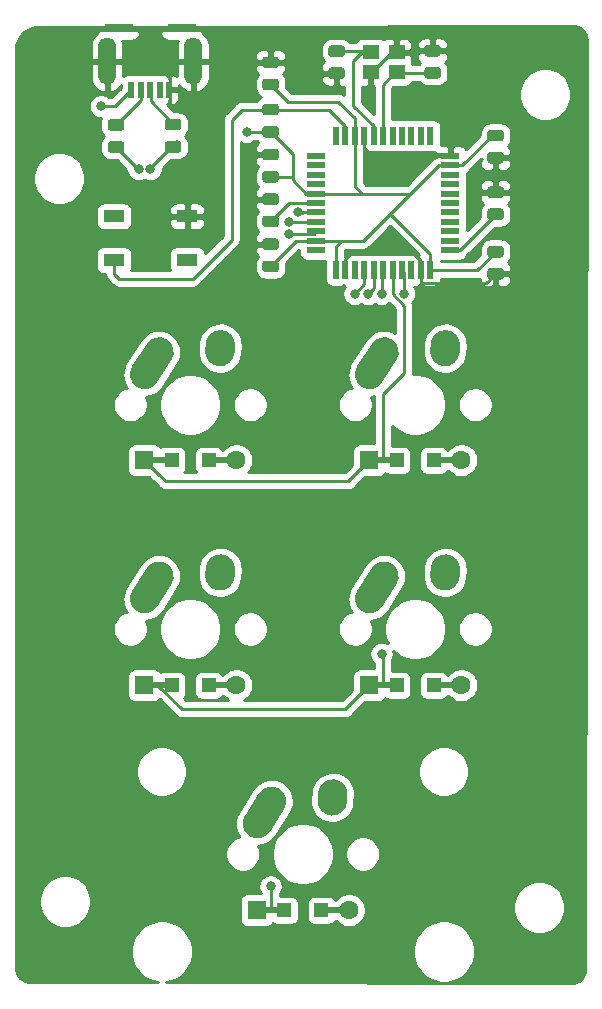
<source format=gbl>
G04 #@! TF.GenerationSoftware,KiCad,Pcbnew,(5.1.6)-1*
G04 #@! TF.CreationDate,2020-06-16T18:15:49+02:00*
G04 #@! TF.ProjectId,Tutorial,5475746f-7269-4616-9c2e-6b696361645f,rev?*
G04 #@! TF.SameCoordinates,Original*
G04 #@! TF.FileFunction,Copper,L2,Bot*
G04 #@! TF.FilePolarity,Positive*
%FSLAX46Y46*%
G04 Gerber Fmt 4.6, Leading zero omitted, Abs format (unit mm)*
G04 Created by KiCad (PCBNEW (5.1.6)-1) date 2020-06-16 18:15:49*
%MOMM*%
%LPD*%
G01*
G04 APERTURE LIST*
G04 #@! TA.AperFunction,SMDPad,CuDef*
%ADD10R,1.400000X1.200000*%
G04 #@! TD*
G04 #@! TA.AperFunction,SMDPad,CuDef*
%ADD11R,1.500000X0.550000*%
G04 #@! TD*
G04 #@! TA.AperFunction,SMDPad,CuDef*
%ADD12R,0.550000X1.500000*%
G04 #@! TD*
G04 #@! TA.AperFunction,SMDPad,CuDef*
%ADD13R,1.800000X1.100000*%
G04 #@! TD*
G04 #@! TA.AperFunction,ComponentPad*
%ADD14O,1.500000X4.000000*%
G04 #@! TD*
G04 #@! TA.AperFunction,SMDPad,CuDef*
%ADD15R,0.500000X1.400000*%
G04 #@! TD*
G04 #@! TA.AperFunction,SMDPad,CuDef*
%ADD16R,2.350000X0.800000*%
G04 #@! TD*
G04 #@! TA.AperFunction,Conductor*
%ADD17R,2.500000X0.500000*%
G04 #@! TD*
G04 #@! TA.AperFunction,ComponentPad*
%ADD18C,1.600000*%
G04 #@! TD*
G04 #@! TA.AperFunction,ComponentPad*
%ADD19R,1.600000X1.600000*%
G04 #@! TD*
G04 #@! TA.AperFunction,SMDPad,CuDef*
%ADD20R,1.200000X1.200000*%
G04 #@! TD*
G04 #@! TA.AperFunction,ViaPad*
%ADD21C,0.800000*%
G04 #@! TD*
G04 #@! TA.AperFunction,Conductor*
%ADD22C,0.250000*%
G04 #@! TD*
G04 #@! TA.AperFunction,Conductor*
%ADD23C,0.254000*%
G04 #@! TD*
G04 APERTURE END LIST*
D10*
G04 #@! TO.P,Y2,4*
G04 #@! TO.N,GND*
X77175000Y-24306000D03*
G04 #@! TO.P,Y2,3*
G04 #@! TO.N,Net-(C1-Pad1)*
X79375000Y-24306000D03*
G04 #@! TO.P,Y2,2*
G04 #@! TO.N,GND*
X79375000Y-22606000D03*
G04 #@! TO.P,Y2,1*
G04 #@! TO.N,Net-(C2-Pad1)*
X77175000Y-22606000D03*
G04 #@! TD*
D11*
G04 #@! TO.P,U1,1*
G04 #@! TO.N,Net-(U1-Pad1)*
X72532000Y-39369500D03*
G04 #@! TO.P,U1,2*
G04 #@! TO.N,VCC*
X72532000Y-38569500D03*
G04 #@! TO.P,U1,3*
G04 #@! TO.N,Net-(R3-Pad1)*
X72532000Y-37769500D03*
G04 #@! TO.P,U1,4*
G04 #@! TO.N,Net-(R4-Pad1)*
X72532000Y-36969500D03*
G04 #@! TO.P,U1,5*
G04 #@! TO.N,GND*
X72532000Y-36169500D03*
G04 #@! TO.P,U1,6*
G04 #@! TO.N,Net-(C8-Pad1)*
X72532000Y-35369500D03*
G04 #@! TO.P,U1,7*
G04 #@! TO.N,VCC*
X72532000Y-34569500D03*
G04 #@! TO.P,U1,8*
G04 #@! TO.N,Net-(U1-Pad8)*
X72532000Y-33769500D03*
G04 #@! TO.P,U1,9*
G04 #@! TO.N,Net-(U1-Pad9)*
X72532000Y-32969500D03*
G04 #@! TO.P,U1,10*
G04 #@! TO.N,Net-(U1-Pad10)*
X72532000Y-32169500D03*
G04 #@! TO.P,U1,11*
G04 #@! TO.N,Net-(U1-Pad11)*
X72532000Y-31369500D03*
D12*
G04 #@! TO.P,U1,12*
G04 #@! TO.N,Net-(U1-Pad12)*
X74232000Y-29669500D03*
G04 #@! TO.P,U1,13*
G04 #@! TO.N,Net-(R1-Pad1)*
X75032000Y-29669500D03*
G04 #@! TO.P,U1,14*
G04 #@! TO.N,VCC*
X75832000Y-29669500D03*
G04 #@! TO.P,U1,15*
G04 #@! TO.N,GND*
X76632000Y-29669500D03*
G04 #@! TO.P,U1,16*
G04 #@! TO.N,Net-(C2-Pad1)*
X77432000Y-29669500D03*
G04 #@! TO.P,U1,17*
G04 #@! TO.N,Net-(C1-Pad1)*
X78232000Y-29669500D03*
G04 #@! TO.P,U1,18*
G04 #@! TO.N,Net-(U1-Pad18)*
X79032000Y-29669500D03*
G04 #@! TO.P,U1,19*
G04 #@! TO.N,Net-(U1-Pad19)*
X79832000Y-29669500D03*
G04 #@! TO.P,U1,20*
G04 #@! TO.N,Net-(U1-Pad20)*
X80632000Y-29669500D03*
G04 #@! TO.P,U1,21*
G04 #@! TO.N,Net-(U1-Pad21)*
X81432000Y-29669500D03*
G04 #@! TO.P,U1,22*
G04 #@! TO.N,Net-(U1-Pad22)*
X82232000Y-29669500D03*
D11*
G04 #@! TO.P,U1,23*
G04 #@! TO.N,GND*
X83932000Y-31369500D03*
G04 #@! TO.P,U1,24*
G04 #@! TO.N,VCC*
X83932000Y-32169500D03*
G04 #@! TO.P,U1,25*
G04 #@! TO.N,Net-(U1-Pad25)*
X83932000Y-32969500D03*
G04 #@! TO.P,U1,26*
G04 #@! TO.N,Net-(U1-Pad26)*
X83932000Y-33769500D03*
G04 #@! TO.P,U1,27*
G04 #@! TO.N,Net-(U1-Pad27)*
X83932000Y-34569500D03*
G04 #@! TO.P,U1,28*
G04 #@! TO.N,Net-(U1-Pad28)*
X83932000Y-35369500D03*
G04 #@! TO.P,U1,29*
G04 #@! TO.N,Net-(U1-Pad29)*
X83932000Y-36169500D03*
G04 #@! TO.P,U1,30*
G04 #@! TO.N,Net-(U1-Pad30)*
X83932000Y-36969500D03*
G04 #@! TO.P,U1,31*
G04 #@! TO.N,Net-(U1-Pad31)*
X83932000Y-37769500D03*
G04 #@! TO.P,U1,32*
G04 #@! TO.N,Net-(U1-Pad32)*
X83932000Y-38569500D03*
G04 #@! TO.P,U1,33*
G04 #@! TO.N,Net-(R2-Pad2)*
X83932000Y-39369500D03*
D12*
G04 #@! TO.P,U1,34*
G04 #@! TO.N,VCC*
X82232000Y-41069500D03*
G04 #@! TO.P,U1,35*
G04 #@! TO.N,GND*
X81432000Y-41069500D03*
G04 #@! TO.P,U1,36*
G04 #@! TO.N,Net-(U1-Pad36)*
X80632000Y-41069500D03*
G04 #@! TO.P,U1,37*
G04 #@! TO.N,row1*
X79832000Y-41069500D03*
G04 #@! TO.P,U1,38*
G04 #@! TO.N,row0*
X79032000Y-41069500D03*
G04 #@! TO.P,U1,39*
G04 #@! TO.N,col1*
X78232000Y-41069500D03*
G04 #@! TO.P,U1,40*
G04 #@! TO.N,row2*
X77432000Y-41069500D03*
G04 #@! TO.P,U1,41*
G04 #@! TO.N,col0*
X76632000Y-41069500D03*
G04 #@! TO.P,U1,42*
G04 #@! TO.N,Net-(U1-Pad42)*
X75832000Y-41069500D03*
G04 #@! TO.P,U1,43*
G04 #@! TO.N,GND*
X75032000Y-41069500D03*
G04 #@! TO.P,U1,44*
G04 #@! TO.N,VCC*
X74232000Y-41069500D03*
G04 #@! TD*
D13*
G04 #@! TO.P,SW1,4*
G04 #@! TO.N,N/C*
X55447000Y-36504000D03*
G04 #@! TO.P,SW1,3*
X61647000Y-40204000D03*
G04 #@! TO.P,SW1,2*
G04 #@! TO.N,Net-(R1-Pad1)*
X55447000Y-40204000D03*
G04 #@! TO.P,SW1,1*
G04 #@! TO.N,GND*
X61647000Y-36504000D03*
G04 #@! TD*
G04 #@! TO.P,R4,2*
G04 #@! TO.N,Net-(J1-Pad3)*
G04 #@! TA.AperFunction,SMDPad,CuDef*
G36*
G01*
X60908250Y-29221250D02*
X59995750Y-29221250D01*
G75*
G02*
X59752000Y-28977500I0J243750D01*
G01*
X59752000Y-28490000D01*
G75*
G02*
X59995750Y-28246250I243750J0D01*
G01*
X60908250Y-28246250D01*
G75*
G02*
X61152000Y-28490000I0J-243750D01*
G01*
X61152000Y-28977500D01*
G75*
G02*
X60908250Y-29221250I-243750J0D01*
G01*
G37*
G04 #@! TD.AperFunction*
G04 #@! TO.P,R4,1*
G04 #@! TO.N,Net-(R4-Pad1)*
G04 #@! TA.AperFunction,SMDPad,CuDef*
G36*
G01*
X60908250Y-31096250D02*
X59995750Y-31096250D01*
G75*
G02*
X59752000Y-30852500I0J243750D01*
G01*
X59752000Y-30365000D01*
G75*
G02*
X59995750Y-30121250I243750J0D01*
G01*
X60908250Y-30121250D01*
G75*
G02*
X61152000Y-30365000I0J-243750D01*
G01*
X61152000Y-30852500D01*
G75*
G02*
X60908250Y-31096250I-243750J0D01*
G01*
G37*
G04 #@! TD.AperFunction*
G04 #@! TD*
G04 #@! TO.P,R3,2*
G04 #@! TO.N,Net-(J1-Pad2)*
G04 #@! TA.AperFunction,SMDPad,CuDef*
G36*
G01*
X56082250Y-29253000D02*
X55169750Y-29253000D01*
G75*
G02*
X54926000Y-29009250I0J243750D01*
G01*
X54926000Y-28521750D01*
G75*
G02*
X55169750Y-28278000I243750J0D01*
G01*
X56082250Y-28278000D01*
G75*
G02*
X56326000Y-28521750I0J-243750D01*
G01*
X56326000Y-29009250D01*
G75*
G02*
X56082250Y-29253000I-243750J0D01*
G01*
G37*
G04 #@! TD.AperFunction*
G04 #@! TO.P,R3,1*
G04 #@! TO.N,Net-(R3-Pad1)*
G04 #@! TA.AperFunction,SMDPad,CuDef*
G36*
G01*
X56082250Y-31128000D02*
X55169750Y-31128000D01*
G75*
G02*
X54926000Y-30884250I0J243750D01*
G01*
X54926000Y-30396750D01*
G75*
G02*
X55169750Y-30153000I243750J0D01*
G01*
X56082250Y-30153000D01*
G75*
G02*
X56326000Y-30396750I0J-243750D01*
G01*
X56326000Y-30884250D01*
G75*
G02*
X56082250Y-31128000I-243750J0D01*
G01*
G37*
G04 #@! TD.AperFunction*
G04 #@! TD*
G04 #@! TO.P,R2,2*
G04 #@! TO.N,Net-(R2-Pad2)*
G04 #@! TA.AperFunction,SMDPad,CuDef*
G36*
G01*
X87300750Y-35834500D02*
X88213250Y-35834500D01*
G75*
G02*
X88457000Y-36078250I0J-243750D01*
G01*
X88457000Y-36565750D01*
G75*
G02*
X88213250Y-36809500I-243750J0D01*
G01*
X87300750Y-36809500D01*
G75*
G02*
X87057000Y-36565750I0J243750D01*
G01*
X87057000Y-36078250D01*
G75*
G02*
X87300750Y-35834500I243750J0D01*
G01*
G37*
G04 #@! TD.AperFunction*
G04 #@! TO.P,R2,1*
G04 #@! TO.N,GND*
G04 #@! TA.AperFunction,SMDPad,CuDef*
G36*
G01*
X87300750Y-33959500D02*
X88213250Y-33959500D01*
G75*
G02*
X88457000Y-34203250I0J-243750D01*
G01*
X88457000Y-34690750D01*
G75*
G02*
X88213250Y-34934500I-243750J0D01*
G01*
X87300750Y-34934500D01*
G75*
G02*
X87057000Y-34690750I0J243750D01*
G01*
X87057000Y-34203250D01*
G75*
G02*
X87300750Y-33959500I243750J0D01*
G01*
G37*
G04 #@! TD.AperFunction*
G04 #@! TD*
G04 #@! TO.P,R1,2*
G04 #@! TO.N,VCC*
G04 #@! TA.AperFunction,SMDPad,CuDef*
G36*
G01*
X68250750Y-28849500D02*
X69163250Y-28849500D01*
G75*
G02*
X69407000Y-29093250I0J-243750D01*
G01*
X69407000Y-29580750D01*
G75*
G02*
X69163250Y-29824500I-243750J0D01*
G01*
X68250750Y-29824500D01*
G75*
G02*
X68007000Y-29580750I0J243750D01*
G01*
X68007000Y-29093250D01*
G75*
G02*
X68250750Y-28849500I243750J0D01*
G01*
G37*
G04 #@! TD.AperFunction*
G04 #@! TO.P,R1,1*
G04 #@! TO.N,Net-(R1-Pad1)*
G04 #@! TA.AperFunction,SMDPad,CuDef*
G36*
G01*
X68250750Y-26974500D02*
X69163250Y-26974500D01*
G75*
G02*
X69407000Y-27218250I0J-243750D01*
G01*
X69407000Y-27705750D01*
G75*
G02*
X69163250Y-27949500I-243750J0D01*
G01*
X68250750Y-27949500D01*
G75*
G02*
X68007000Y-27705750I0J243750D01*
G01*
X68007000Y-27218250D01*
G75*
G02*
X68250750Y-26974500I243750J0D01*
G01*
G37*
G04 #@! TD.AperFunction*
G04 #@! TD*
G04 #@! TO.P,K5,2*
G04 #@! TO.N,Net-(D5-Pad2)*
G04 #@! TA.AperFunction,ComponentPad*
G36*
G01*
X72690670Y-85901809D02*
X72730119Y-85323153D01*
G75*
G02*
X74062243Y-84161067I1247105J-85019D01*
G01*
X74062243Y-84161067D01*
G75*
G02*
X75224329Y-85493191I-85019J-1247105D01*
G01*
X75184881Y-86071847D01*
G75*
G02*
X73852757Y-87233933I-1247105J85019D01*
G01*
X73852757Y-87233933D01*
G75*
G02*
X72690671Y-85901809I85019J1247105D01*
G01*
G37*
G04 #@! TD.AperFunction*
G04 #@! TO.P,K5,1*
G04 #@! TO.N,col1*
G04 #@! TA.AperFunction,ComponentPad*
G36*
G01*
X66523799Y-87244691D02*
X67732723Y-85347060D01*
G75*
G02*
X69458587Y-84964446I1054239J-671625D01*
G01*
X69458587Y-84964446D01*
G75*
G02*
X69841201Y-86690310I-671625J-1054239D01*
G01*
X68632277Y-88587940D01*
G75*
G02*
X66906413Y-88970554I-1054239J671625D01*
G01*
X66906413Y-88970554D01*
G75*
G02*
X66523799Y-87244690I671625J1054239D01*
G01*
G37*
G04 #@! TD.AperFunction*
G04 #@! TD*
G04 #@! TO.P,K4,2*
G04 #@! TO.N,Net-(D4-Pad2)*
G04 #@! TA.AperFunction,ComponentPad*
G36*
G01*
X82215670Y-66851809D02*
X82255119Y-66273153D01*
G75*
G02*
X83587243Y-65111067I1247105J-85019D01*
G01*
X83587243Y-65111067D01*
G75*
G02*
X84749329Y-66443191I-85019J-1247105D01*
G01*
X84709881Y-67021847D01*
G75*
G02*
X83377757Y-68183933I-1247105J85019D01*
G01*
X83377757Y-68183933D01*
G75*
G02*
X82215671Y-66851809I85019J1247105D01*
G01*
G37*
G04 #@! TD.AperFunction*
G04 #@! TO.P,K4,1*
G04 #@! TO.N,col1*
G04 #@! TA.AperFunction,ComponentPad*
G36*
G01*
X76048799Y-68194691D02*
X77257723Y-66297060D01*
G75*
G02*
X78983587Y-65914446I1054239J-671625D01*
G01*
X78983587Y-65914446D01*
G75*
G02*
X79366201Y-67640310I-671625J-1054239D01*
G01*
X78157277Y-69537940D01*
G75*
G02*
X76431413Y-69920554I-1054239J671625D01*
G01*
X76431413Y-69920554D01*
G75*
G02*
X76048799Y-68194690I671625J1054239D01*
G01*
G37*
G04 #@! TD.AperFunction*
G04 #@! TD*
G04 #@! TO.P,K3,2*
G04 #@! TO.N,Net-(D3-Pad2)*
G04 #@! TA.AperFunction,ComponentPad*
G36*
G01*
X63165670Y-66851809D02*
X63205119Y-66273153D01*
G75*
G02*
X64537243Y-65111067I1247105J-85019D01*
G01*
X64537243Y-65111067D01*
G75*
G02*
X65699329Y-66443191I-85019J-1247105D01*
G01*
X65659881Y-67021847D01*
G75*
G02*
X64327757Y-68183933I-1247105J85019D01*
G01*
X64327757Y-68183933D01*
G75*
G02*
X63165671Y-66851809I85019J1247105D01*
G01*
G37*
G04 #@! TD.AperFunction*
G04 #@! TO.P,K3,1*
G04 #@! TO.N,col0*
G04 #@! TA.AperFunction,ComponentPad*
G36*
G01*
X56998799Y-68194691D02*
X58207723Y-66297060D01*
G75*
G02*
X59933587Y-65914446I1054239J-671625D01*
G01*
X59933587Y-65914446D01*
G75*
G02*
X60316201Y-67640310I-671625J-1054239D01*
G01*
X59107277Y-69537940D01*
G75*
G02*
X57381413Y-69920554I-1054239J671625D01*
G01*
X57381413Y-69920554D01*
G75*
G02*
X56998799Y-68194690I671625J1054239D01*
G01*
G37*
G04 #@! TD.AperFunction*
G04 #@! TD*
G04 #@! TO.P,K2,2*
G04 #@! TO.N,Net-(D2-Pad2)*
G04 #@! TA.AperFunction,ComponentPad*
G36*
G01*
X82215670Y-47865309D02*
X82255119Y-47286653D01*
G75*
G02*
X83587243Y-46124567I1247105J-85019D01*
G01*
X83587243Y-46124567D01*
G75*
G02*
X84749329Y-47456691I-85019J-1247105D01*
G01*
X84709881Y-48035347D01*
G75*
G02*
X83377757Y-49197433I-1247105J85019D01*
G01*
X83377757Y-49197433D01*
G75*
G02*
X82215671Y-47865309I85019J1247105D01*
G01*
G37*
G04 #@! TD.AperFunction*
G04 #@! TO.P,K2,1*
G04 #@! TO.N,col1*
G04 #@! TA.AperFunction,ComponentPad*
G36*
G01*
X76048799Y-49208191D02*
X77257723Y-47310560D01*
G75*
G02*
X78983587Y-46927946I1054239J-671625D01*
G01*
X78983587Y-46927946D01*
G75*
G02*
X79366201Y-48653810I-671625J-1054239D01*
G01*
X78157277Y-50551440D01*
G75*
G02*
X76431413Y-50934054I-1054239J671625D01*
G01*
X76431413Y-50934054D01*
G75*
G02*
X76048799Y-49208190I671625J1054239D01*
G01*
G37*
G04 #@! TD.AperFunction*
G04 #@! TD*
G04 #@! TO.P,K1,2*
G04 #@! TO.N,Net-(D1-Pad2)*
G04 #@! TA.AperFunction,ComponentPad*
G36*
G01*
X63165670Y-47865309D02*
X63205119Y-47286653D01*
G75*
G02*
X64537243Y-46124567I1247105J-85019D01*
G01*
X64537243Y-46124567D01*
G75*
G02*
X65699329Y-47456691I-85019J-1247105D01*
G01*
X65659881Y-48035347D01*
G75*
G02*
X64327757Y-49197433I-1247105J85019D01*
G01*
X64327757Y-49197433D01*
G75*
G02*
X63165671Y-47865309I85019J1247105D01*
G01*
G37*
G04 #@! TD.AperFunction*
G04 #@! TO.P,K1,1*
G04 #@! TO.N,col0*
G04 #@! TA.AperFunction,ComponentPad*
G36*
G01*
X56998799Y-49208191D02*
X58207723Y-47310560D01*
G75*
G02*
X59933587Y-46927946I1054239J-671625D01*
G01*
X59933587Y-46927946D01*
G75*
G02*
X60316201Y-48653810I-671625J-1054239D01*
G01*
X59107277Y-50551440D01*
G75*
G02*
X57381413Y-50934054I-1054239J671625D01*
G01*
X57381413Y-50934054D01*
G75*
G02*
X56998799Y-49208190I671625J1054239D01*
G01*
G37*
G04 #@! TD.AperFunction*
G04 #@! TD*
D14*
G04 #@! TO.P,J1,6*
G04 #@! TO.N,GND*
X62159000Y-23381000D03*
X54859000Y-23381000D03*
D15*
G04 #@! TO.P,J1,5*
X60109000Y-25781000D03*
G04 #@! TO.P,J1,4*
G04 #@! TO.N,Net-(J1-Pad4)*
X59309000Y-25781000D03*
G04 #@! TO.P,J1,3*
G04 #@! TO.N,Net-(J1-Pad3)*
X58509000Y-25781000D03*
G04 #@! TO.P,J1,2*
G04 #@! TO.N,Net-(J1-Pad2)*
X57709000Y-25781000D03*
G04 #@! TO.P,J1,1*
G04 #@! TO.N,VCC*
X56909000Y-25781000D03*
D16*
G04 #@! TO.P,J1,6*
G04 #@! TO.N,GND*
X55834000Y-20581000D03*
X61184000Y-20581000D03*
G04 #@! TD*
D17*
G04 #@! TO.N,Net-(D5-Pad2)*
G04 #@! TO.C,D5*
X74137500Y-95250000D03*
G04 #@! TO.N,row2*
X68737500Y-95250000D03*
D18*
G04 #@! TD*
G04 #@! TO.P,D5,2*
G04 #@! TO.N,Net-(D5-Pad2)*
X75337500Y-95250000D03*
D19*
G04 #@! TO.P,D5,1*
G04 #@! TO.N,row2*
X67537500Y-95250000D03*
D20*
X69862500Y-95250000D03*
G04 #@! TO.P,D5,2*
G04 #@! TO.N,Net-(D5-Pad2)*
X73012500Y-95250000D03*
G04 #@! TD*
D17*
G04 #@! TO.N,Net-(D4-Pad2)*
G04 #@! TO.C,D4*
X83662500Y-76200000D03*
G04 #@! TO.N,row1*
X78262500Y-76200000D03*
D18*
G04 #@! TD*
G04 #@! TO.P,D4,2*
G04 #@! TO.N,Net-(D4-Pad2)*
X84862500Y-76200000D03*
D19*
G04 #@! TO.P,D4,1*
G04 #@! TO.N,row1*
X77062500Y-76200000D03*
D20*
X79387500Y-76200000D03*
G04 #@! TO.P,D4,2*
G04 #@! TO.N,Net-(D4-Pad2)*
X82537500Y-76200000D03*
G04 #@! TD*
D17*
G04 #@! TO.N,Net-(D3-Pad2)*
G04 #@! TO.C,D3*
X64612500Y-76200000D03*
G04 #@! TO.N,row1*
X59212500Y-76200000D03*
D18*
G04 #@! TD*
G04 #@! TO.P,D3,2*
G04 #@! TO.N,Net-(D3-Pad2)*
X65812500Y-76200000D03*
D19*
G04 #@! TO.P,D3,1*
G04 #@! TO.N,row1*
X58012500Y-76200000D03*
D20*
X60337500Y-76200000D03*
G04 #@! TO.P,D3,2*
G04 #@! TO.N,Net-(D3-Pad2)*
X63487500Y-76200000D03*
G04 #@! TD*
D17*
G04 #@! TO.N,Net-(D2-Pad2)*
G04 #@! TO.C,D2*
X83662500Y-57150000D03*
G04 #@! TO.N,row0*
X78262500Y-57150000D03*
D18*
G04 #@! TD*
G04 #@! TO.P,D2,2*
G04 #@! TO.N,Net-(D2-Pad2)*
X84862500Y-57150000D03*
D19*
G04 #@! TO.P,D2,1*
G04 #@! TO.N,row0*
X77062500Y-57150000D03*
D20*
X79387500Y-57150000D03*
G04 #@! TO.P,D2,2*
G04 #@! TO.N,Net-(D2-Pad2)*
X82537500Y-57150000D03*
G04 #@! TD*
D17*
G04 #@! TO.N,Net-(D1-Pad2)*
G04 #@! TO.C,D1*
X64612500Y-57150000D03*
G04 #@! TO.N,row0*
X59212500Y-57150000D03*
D18*
G04 #@! TD*
G04 #@! TO.P,D1,2*
G04 #@! TO.N,Net-(D1-Pad2)*
X65812500Y-57150000D03*
D19*
G04 #@! TO.P,D1,1*
G04 #@! TO.N,row0*
X58012500Y-57150000D03*
D20*
X60337500Y-57150000D03*
G04 #@! TO.P,D1,2*
G04 #@! TO.N,Net-(D1-Pad2)*
X63487500Y-57150000D03*
G04 #@! TD*
G04 #@! TO.P,C8,2*
G04 #@! TO.N,GND*
G04 #@! TA.AperFunction,SMDPad,CuDef*
G36*
G01*
X69163250Y-35539500D02*
X68250750Y-35539500D01*
G75*
G02*
X68007000Y-35295750I0J243750D01*
G01*
X68007000Y-34808250D01*
G75*
G02*
X68250750Y-34564500I243750J0D01*
G01*
X69163250Y-34564500D01*
G75*
G02*
X69407000Y-34808250I0J-243750D01*
G01*
X69407000Y-35295750D01*
G75*
G02*
X69163250Y-35539500I-243750J0D01*
G01*
G37*
G04 #@! TD.AperFunction*
G04 #@! TO.P,C8,1*
G04 #@! TO.N,Net-(C8-Pad1)*
G04 #@! TA.AperFunction,SMDPad,CuDef*
G36*
G01*
X69163250Y-37414500D02*
X68250750Y-37414500D01*
G75*
G02*
X68007000Y-37170750I0J243750D01*
G01*
X68007000Y-36683250D01*
G75*
G02*
X68250750Y-36439500I243750J0D01*
G01*
X69163250Y-36439500D01*
G75*
G02*
X69407000Y-36683250I0J-243750D01*
G01*
X69407000Y-37170750D01*
G75*
G02*
X69163250Y-37414500I-243750J0D01*
G01*
G37*
G04 #@! TD.AperFunction*
G04 #@! TD*
G04 #@! TO.P,C7,2*
G04 #@! TO.N,GND*
G04 #@! TA.AperFunction,SMDPad,CuDef*
G36*
G01*
X69163250Y-39349500D02*
X68250750Y-39349500D01*
G75*
G02*
X68007000Y-39105750I0J243750D01*
G01*
X68007000Y-38618250D01*
G75*
G02*
X68250750Y-38374500I243750J0D01*
G01*
X69163250Y-38374500D01*
G75*
G02*
X69407000Y-38618250I0J-243750D01*
G01*
X69407000Y-39105750D01*
G75*
G02*
X69163250Y-39349500I-243750J0D01*
G01*
G37*
G04 #@! TD.AperFunction*
G04 #@! TO.P,C7,1*
G04 #@! TO.N,VCC*
G04 #@! TA.AperFunction,SMDPad,CuDef*
G36*
G01*
X69163250Y-41224500D02*
X68250750Y-41224500D01*
G75*
G02*
X68007000Y-40980750I0J243750D01*
G01*
X68007000Y-40493250D01*
G75*
G02*
X68250750Y-40249500I243750J0D01*
G01*
X69163250Y-40249500D01*
G75*
G02*
X69407000Y-40493250I0J-243750D01*
G01*
X69407000Y-40980750D01*
G75*
G02*
X69163250Y-41224500I-243750J0D01*
G01*
G37*
G04 #@! TD.AperFunction*
G04 #@! TD*
G04 #@! TO.P,C6,2*
G04 #@! TO.N,GND*
G04 #@! TA.AperFunction,SMDPad,CuDef*
G36*
G01*
X87300750Y-31057000D02*
X88213250Y-31057000D01*
G75*
G02*
X88457000Y-31300750I0J-243750D01*
G01*
X88457000Y-31788250D01*
G75*
G02*
X88213250Y-32032000I-243750J0D01*
G01*
X87300750Y-32032000D01*
G75*
G02*
X87057000Y-31788250I0J243750D01*
G01*
X87057000Y-31300750D01*
G75*
G02*
X87300750Y-31057000I243750J0D01*
G01*
G37*
G04 #@! TD.AperFunction*
G04 #@! TO.P,C6,1*
G04 #@! TO.N,VCC*
G04 #@! TA.AperFunction,SMDPad,CuDef*
G36*
G01*
X87300750Y-29182000D02*
X88213250Y-29182000D01*
G75*
G02*
X88457000Y-29425750I0J-243750D01*
G01*
X88457000Y-29913250D01*
G75*
G02*
X88213250Y-30157000I-243750J0D01*
G01*
X87300750Y-30157000D01*
G75*
G02*
X87057000Y-29913250I0J243750D01*
G01*
X87057000Y-29425750D01*
G75*
G02*
X87300750Y-29182000I243750J0D01*
G01*
G37*
G04 #@! TD.AperFunction*
G04 #@! TD*
G04 #@! TO.P,C5,2*
G04 #@! TO.N,GND*
G04 #@! TA.AperFunction,SMDPad,CuDef*
G36*
G01*
X69163250Y-31759500D02*
X68250750Y-31759500D01*
G75*
G02*
X68007000Y-31515750I0J243750D01*
G01*
X68007000Y-31028250D01*
G75*
G02*
X68250750Y-30784500I243750J0D01*
G01*
X69163250Y-30784500D01*
G75*
G02*
X69407000Y-31028250I0J-243750D01*
G01*
X69407000Y-31515750D01*
G75*
G02*
X69163250Y-31759500I-243750J0D01*
G01*
G37*
G04 #@! TD.AperFunction*
G04 #@! TO.P,C5,1*
G04 #@! TO.N,VCC*
G04 #@! TA.AperFunction,SMDPad,CuDef*
G36*
G01*
X69163250Y-33634500D02*
X68250750Y-33634500D01*
G75*
G02*
X68007000Y-33390750I0J243750D01*
G01*
X68007000Y-32903250D01*
G75*
G02*
X68250750Y-32659500I243750J0D01*
G01*
X69163250Y-32659500D01*
G75*
G02*
X69407000Y-32903250I0J-243750D01*
G01*
X69407000Y-33390750D01*
G75*
G02*
X69163250Y-33634500I-243750J0D01*
G01*
G37*
G04 #@! TD.AperFunction*
G04 #@! TD*
G04 #@! TO.P,C4,2*
G04 #@! TO.N,GND*
G04 #@! TA.AperFunction,SMDPad,CuDef*
G36*
G01*
X87300750Y-40884500D02*
X88213250Y-40884500D01*
G75*
G02*
X88457000Y-41128250I0J-243750D01*
G01*
X88457000Y-41615750D01*
G75*
G02*
X88213250Y-41859500I-243750J0D01*
G01*
X87300750Y-41859500D01*
G75*
G02*
X87057000Y-41615750I0J243750D01*
G01*
X87057000Y-41128250D01*
G75*
G02*
X87300750Y-40884500I243750J0D01*
G01*
G37*
G04 #@! TD.AperFunction*
G04 #@! TO.P,C4,1*
G04 #@! TO.N,VCC*
G04 #@! TA.AperFunction,SMDPad,CuDef*
G36*
G01*
X87300750Y-39009500D02*
X88213250Y-39009500D01*
G75*
G02*
X88457000Y-39253250I0J-243750D01*
G01*
X88457000Y-39740750D01*
G75*
G02*
X88213250Y-39984500I-243750J0D01*
G01*
X87300750Y-39984500D01*
G75*
G02*
X87057000Y-39740750I0J243750D01*
G01*
X87057000Y-39253250D01*
G75*
G02*
X87300750Y-39009500I243750J0D01*
G01*
G37*
G04 #@! TD.AperFunction*
G04 #@! TD*
G04 #@! TO.P,C3,2*
G04 #@! TO.N,GND*
G04 #@! TA.AperFunction,SMDPad,CuDef*
G36*
G01*
X69163250Y-23950750D02*
X68250750Y-23950750D01*
G75*
G02*
X68007000Y-23707000I0J243750D01*
G01*
X68007000Y-23219500D01*
G75*
G02*
X68250750Y-22975750I243750J0D01*
G01*
X69163250Y-22975750D01*
G75*
G02*
X69407000Y-23219500I0J-243750D01*
G01*
X69407000Y-23707000D01*
G75*
G02*
X69163250Y-23950750I-243750J0D01*
G01*
G37*
G04 #@! TD.AperFunction*
G04 #@! TO.P,C3,1*
G04 #@! TO.N,VCC*
G04 #@! TA.AperFunction,SMDPad,CuDef*
G36*
G01*
X69163250Y-25825750D02*
X68250750Y-25825750D01*
G75*
G02*
X68007000Y-25582000I0J243750D01*
G01*
X68007000Y-25094500D01*
G75*
G02*
X68250750Y-24850750I243750J0D01*
G01*
X69163250Y-24850750D01*
G75*
G02*
X69407000Y-25094500I0J-243750D01*
G01*
X69407000Y-25582000D01*
G75*
G02*
X69163250Y-25825750I-243750J0D01*
G01*
G37*
G04 #@! TD.AperFunction*
G04 #@! TD*
G04 #@! TO.P,C2,2*
G04 #@! TO.N,GND*
G04 #@! TA.AperFunction,SMDPad,CuDef*
G36*
G01*
X73838750Y-23896500D02*
X74751250Y-23896500D01*
G75*
G02*
X74995000Y-24140250I0J-243750D01*
G01*
X74995000Y-24627750D01*
G75*
G02*
X74751250Y-24871500I-243750J0D01*
G01*
X73838750Y-24871500D01*
G75*
G02*
X73595000Y-24627750I0J243750D01*
G01*
X73595000Y-24140250D01*
G75*
G02*
X73838750Y-23896500I243750J0D01*
G01*
G37*
G04 #@! TD.AperFunction*
G04 #@! TO.P,C2,1*
G04 #@! TO.N,Net-(C2-Pad1)*
G04 #@! TA.AperFunction,SMDPad,CuDef*
G36*
G01*
X73838750Y-22021500D02*
X74751250Y-22021500D01*
G75*
G02*
X74995000Y-22265250I0J-243750D01*
G01*
X74995000Y-22752750D01*
G75*
G02*
X74751250Y-22996500I-243750J0D01*
G01*
X73838750Y-22996500D01*
G75*
G02*
X73595000Y-22752750I0J243750D01*
G01*
X73595000Y-22265250D01*
G75*
G02*
X73838750Y-22021500I243750J0D01*
G01*
G37*
G04 #@! TD.AperFunction*
G04 #@! TD*
G04 #@! TO.P,C1,2*
G04 #@! TO.N,GND*
G04 #@! TA.AperFunction,SMDPad,CuDef*
G36*
G01*
X82879250Y-22966500D02*
X81966750Y-22966500D01*
G75*
G02*
X81723000Y-22722750I0J243750D01*
G01*
X81723000Y-22235250D01*
G75*
G02*
X81966750Y-21991500I243750J0D01*
G01*
X82879250Y-21991500D01*
G75*
G02*
X83123000Y-22235250I0J-243750D01*
G01*
X83123000Y-22722750D01*
G75*
G02*
X82879250Y-22966500I-243750J0D01*
G01*
G37*
G04 #@! TD.AperFunction*
G04 #@! TO.P,C1,1*
G04 #@! TO.N,Net-(C1-Pad1)*
G04 #@! TA.AperFunction,SMDPad,CuDef*
G36*
G01*
X82879250Y-24841500D02*
X81966750Y-24841500D01*
G75*
G02*
X81723000Y-24597750I0J243750D01*
G01*
X81723000Y-24110250D01*
G75*
G02*
X81966750Y-23866500I243750J0D01*
G01*
X82879250Y-23866500D01*
G75*
G02*
X83123000Y-24110250I0J-243750D01*
G01*
X83123000Y-24597750D01*
G75*
G02*
X82879250Y-24841500I-243750J0D01*
G01*
G37*
G04 #@! TD.AperFunction*
G04 #@! TD*
D21*
G04 #@! TO.N,GND*
X63627000Y-36449000D03*
X70993000Y-36094500D03*
G04 #@! TO.N,VCC*
X66675000Y-29337000D03*
X54356000Y-27178000D03*
G04 #@! TO.N,row1*
X78105000Y-73533000D03*
X80014653Y-43048347D03*
G04 #@! TO.N,row2*
X68707000Y-93218000D03*
X76962000Y-43053000D03*
G04 #@! TO.N,col0*
X75819000Y-43053000D03*
G04 #@! TO.N,col1*
X78105000Y-43053000D03*
G04 #@! TO.N,Net-(R3-Pad1)*
X57531000Y-32512000D03*
X70231000Y-37957003D03*
G04 #@! TO.N,Net-(R4-Pad1)*
X58531003Y-32512000D03*
X70231000Y-36957000D03*
G04 #@! TD*
D22*
G04 #@! TO.N,Net-(R4-Pad1)*
X58420000Y-32512000D02*
X60799500Y-30132500D01*
G04 #@! TO.N,Net-(J1-Pad3)*
X60642500Y-28829000D02*
X58559500Y-26746000D01*
G04 #@! TO.N,GND*
X61647000Y-36504000D02*
X63572000Y-36504000D01*
X63572000Y-36504000D02*
X63627000Y-36449000D01*
X72457000Y-36094500D02*
X72532000Y-36169500D01*
X70993000Y-36094500D02*
X72457000Y-36094500D01*
X68707000Y-23463250D02*
X70580250Y-23463250D01*
X71501000Y-24384000D02*
X74295000Y-24384000D01*
X70580250Y-23463250D02*
X71501000Y-24384000D01*
X78975000Y-22606000D02*
X79375000Y-22606000D01*
X77275000Y-24306000D02*
X78975000Y-22606000D01*
X77175000Y-24306000D02*
X77275000Y-24306000D01*
X76632000Y-30669500D02*
X77332000Y-31369500D01*
X77332000Y-31369500D02*
X83932000Y-31369500D01*
X76632000Y-29669500D02*
X76632000Y-30669500D01*
X75032000Y-40069500D02*
X75477500Y-39624000D01*
X75032000Y-41069500D02*
X75032000Y-40069500D01*
X81432000Y-40259498D02*
X81432000Y-41069500D01*
X80796502Y-39624000D02*
X81432000Y-40259498D01*
X75477500Y-39624000D02*
X80796502Y-39624000D01*
X86984499Y-42144501D02*
X87757000Y-41372000D01*
X81507001Y-42144501D02*
X86984499Y-42144501D01*
X81432000Y-42069500D02*
X81507001Y-42144501D01*
X81432000Y-41069500D02*
X81432000Y-42069500D01*
G04 #@! TO.N,Net-(C1-Pad1)*
X79423000Y-24354000D02*
X79375000Y-24306000D01*
X82423000Y-24354000D02*
X79423000Y-24354000D01*
X78232000Y-25349000D02*
X78232000Y-29669500D01*
X79275000Y-24306000D02*
X78232000Y-25349000D01*
X79375000Y-24306000D02*
X79275000Y-24306000D01*
G04 #@! TO.N,Net-(C2-Pad1)*
X77078000Y-22509000D02*
X77175000Y-22606000D01*
X74295000Y-22509000D02*
X77078000Y-22509000D01*
X75692000Y-27119498D02*
X77432000Y-28859498D01*
X75692000Y-23368000D02*
X75692000Y-27119498D01*
X76454000Y-22606000D02*
X75692000Y-23368000D01*
X77432000Y-28859498D02*
X77432000Y-29669500D01*
X77175000Y-22606000D02*
X76454000Y-22606000D01*
G04 #@! TO.N,VCC*
X68707000Y-25338250D02*
X70165750Y-26797000D01*
X70165750Y-26797000D02*
X74422000Y-26797000D01*
X75832000Y-28207000D02*
X75832000Y-29669500D01*
X74422000Y-26797000D02*
X75832000Y-28207000D01*
X68707000Y-29337000D02*
X70612000Y-31242000D01*
X71721998Y-34569500D02*
X72532000Y-34569500D01*
X70612000Y-33459502D02*
X71721998Y-34569500D01*
X70874500Y-38569500D02*
X72532000Y-38569500D01*
X68707000Y-40737000D02*
X70874500Y-38569500D01*
X82932000Y-32169500D02*
X83932000Y-32169500D01*
X80289500Y-34569500D02*
X80410750Y-34690750D01*
X80410750Y-34690750D02*
X82932000Y-32169500D01*
X87432000Y-29669500D02*
X87757000Y-29669500D01*
X86184500Y-41069500D02*
X82232000Y-41069500D01*
X87757000Y-39497000D02*
X86184500Y-41069500D01*
X74232000Y-39052000D02*
X74714500Y-38569500D01*
X74232000Y-41069500D02*
X74232000Y-39052000D01*
X72532000Y-38569500D02*
X74714500Y-38569500D01*
X74714500Y-38569500D02*
X76532000Y-38569500D01*
X75832000Y-33922000D02*
X76479500Y-34569500D01*
X75832000Y-29669500D02*
X75832000Y-33922000D01*
X72532000Y-34569500D02*
X76479500Y-34569500D01*
X76479500Y-34569500D02*
X80289500Y-34569500D01*
X82232000Y-41069500D02*
X82232000Y-39687000D01*
X76532000Y-38569500D02*
X78823250Y-36278250D01*
X82232000Y-39687000D02*
X78823250Y-36278250D01*
X78823250Y-36278250D02*
X80410750Y-34690750D01*
X68707000Y-33147000D02*
X70612000Y-33147000D01*
X70612000Y-31242000D02*
X70612000Y-33147000D01*
X70612000Y-33147000D02*
X70612000Y-33459502D01*
X68707000Y-29337000D02*
X66675000Y-29337000D01*
X55512000Y-27178000D02*
X56909000Y-25781000D01*
X54356000Y-27178000D02*
X55512000Y-27178000D01*
X83932000Y-32169500D02*
X84932000Y-32169500D01*
X84932000Y-32169500D02*
X87432000Y-29669500D01*
G04 #@! TO.N,Net-(C8-Pad1)*
X70264500Y-35369500D02*
X72532000Y-35369500D01*
X68707000Y-36927000D02*
X70264500Y-35369500D01*
G04 #@! TO.N,row0*
X59137501Y-58275001D02*
X59164001Y-58275001D01*
X58012500Y-57150000D02*
X59137501Y-58275001D01*
X59164001Y-58275001D02*
X59817000Y-58928000D01*
X75284500Y-58928000D02*
X77062500Y-57150000D01*
X59817000Y-58928000D02*
X75284500Y-58928000D01*
X78262500Y-57150000D02*
X78262500Y-51531500D01*
X78262500Y-51531500D02*
X80010000Y-49784000D01*
X80010000Y-49784000D02*
X80010000Y-44069000D01*
X79032000Y-43091000D02*
X79032000Y-41069500D01*
X80010000Y-44069000D02*
X79032000Y-43091000D01*
G04 #@! TO.N,row1*
X59212500Y-76200000D02*
X59212500Y-76230500D01*
X59212500Y-76230500D02*
X61214000Y-78232000D01*
X75030500Y-78232000D02*
X77062500Y-76200000D01*
X61214000Y-78232000D02*
X75030500Y-78232000D01*
X78262500Y-76200000D02*
X78262500Y-73690500D01*
X78262500Y-73690500D02*
X78105000Y-73533000D01*
X80014653Y-41252153D02*
X79832000Y-41069500D01*
X80014653Y-43048347D02*
X80014653Y-41252153D01*
G04 #@! TO.N,row2*
X68737500Y-95250000D02*
X68737500Y-93248500D01*
X68737500Y-93248500D02*
X68707000Y-93218000D01*
X77432000Y-42583000D02*
X77432000Y-41069500D01*
X76962000Y-43053000D02*
X77432000Y-42583000D01*
G04 #@! TO.N,Net-(J1-Pad3)*
X58559500Y-25831500D02*
X58509000Y-25781000D01*
X58559500Y-26746000D02*
X58559500Y-25831500D01*
G04 #@! TO.N,Net-(J1-Pad2)*
X57709000Y-26682500D02*
X57709000Y-25781000D01*
X55626000Y-28765500D02*
X57709000Y-26682500D01*
G04 #@! TO.N,col0*
X76632000Y-42240000D02*
X76632000Y-41069500D01*
X75819000Y-43053000D02*
X76632000Y-42240000D01*
G04 #@! TO.N,col1*
X78105000Y-41196500D02*
X78232000Y-41069500D01*
X78105000Y-43053000D02*
X78105000Y-41196500D01*
G04 #@! TO.N,Net-(R1-Pad1)*
X75032000Y-28859498D02*
X75032000Y-29669500D01*
X73634502Y-27462000D02*
X75032000Y-28859498D01*
X68707000Y-27462000D02*
X73634502Y-27462000D01*
X66264000Y-27462000D02*
X68707000Y-27462000D01*
X65405000Y-28321000D02*
X66264000Y-27462000D01*
X55447000Y-41350000D02*
X55880000Y-41783000D01*
X55447000Y-40204000D02*
X55447000Y-41350000D01*
X55880000Y-41783000D02*
X62103002Y-41783000D01*
X62103002Y-41783000D02*
X65405000Y-38481002D01*
X65405000Y-38481002D02*
X65405000Y-28321000D01*
G04 #@! TO.N,Net-(R2-Pad2)*
X84709500Y-39369500D02*
X83932000Y-39369500D01*
X87757000Y-36322000D02*
X84709500Y-39369500D01*
G04 #@! TO.N,Net-(R3-Pad1)*
X55626000Y-30640500D02*
X57497500Y-32512000D01*
X57497500Y-32512000D02*
X57531000Y-32512000D01*
X72344497Y-37957003D02*
X72532000Y-37769500D01*
X70231000Y-37957003D02*
X72344497Y-37957003D01*
G04 #@! TO.N,Net-(R4-Pad1)*
X58420000Y-32512000D02*
X58531003Y-32512000D01*
X72519500Y-36957000D02*
X72532000Y-36969500D01*
X70231000Y-36957000D02*
X72519500Y-36957000D01*
G04 #@! TD*
D23*
G04 #@! TO.N,GND*
G36*
X94475204Y-20371815D02*
G01*
X94707226Y-20441867D01*
X94921222Y-20555650D01*
X95109041Y-20708832D01*
X95263530Y-20895577D01*
X95378801Y-21108769D01*
X95450472Y-21340300D01*
X95478965Y-21611395D01*
X95352053Y-100170185D01*
X95325185Y-100444205D01*
X95255133Y-100676226D01*
X95141350Y-100890222D01*
X94988169Y-101078039D01*
X94801424Y-101232529D01*
X94588231Y-101347802D01*
X94356701Y-101419472D01*
X94085855Y-101447939D01*
X59851710Y-101352844D01*
X60266322Y-101270373D01*
X60744751Y-101072201D01*
X61175326Y-100784500D01*
X61541500Y-100418326D01*
X61829201Y-99987751D01*
X62027373Y-99509322D01*
X62128400Y-99001424D01*
X62128400Y-98483576D01*
X80746600Y-98483576D01*
X80746600Y-99001424D01*
X80847627Y-99509322D01*
X81045799Y-99987751D01*
X81333500Y-100418326D01*
X81699674Y-100784500D01*
X82130249Y-101072201D01*
X82608678Y-101270373D01*
X83116576Y-101371400D01*
X83634424Y-101371400D01*
X84142322Y-101270373D01*
X84620751Y-101072201D01*
X85051326Y-100784500D01*
X85417500Y-100418326D01*
X85705201Y-99987751D01*
X85903373Y-99509322D01*
X86004400Y-99001424D01*
X86004400Y-98483576D01*
X85903373Y-97975678D01*
X85705201Y-97497249D01*
X85417500Y-97066674D01*
X85051326Y-96700500D01*
X84620751Y-96412799D01*
X84142322Y-96214627D01*
X83634424Y-96113600D01*
X83116576Y-96113600D01*
X82608678Y-96214627D01*
X82130249Y-96412799D01*
X81699674Y-96700500D01*
X81333500Y-97066674D01*
X81045799Y-97497249D01*
X80847627Y-97975678D01*
X80746600Y-98483576D01*
X62128400Y-98483576D01*
X62027373Y-97975678D01*
X61829201Y-97497249D01*
X61541500Y-97066674D01*
X61175326Y-96700500D01*
X60744751Y-96412799D01*
X60266322Y-96214627D01*
X59758424Y-96113600D01*
X59240576Y-96113600D01*
X58732678Y-96214627D01*
X58254249Y-96412799D01*
X57823674Y-96700500D01*
X57457500Y-97066674D01*
X57169799Y-97497249D01*
X56971627Y-97975678D01*
X56870600Y-98483576D01*
X56870600Y-99001424D01*
X56971627Y-99509322D01*
X57169799Y-99987751D01*
X57457500Y-100418326D01*
X57823674Y-100784500D01*
X58254249Y-101072201D01*
X58732678Y-101270373D01*
X59137314Y-101350860D01*
X48420197Y-101321090D01*
X48145795Y-101294185D01*
X47913774Y-101224133D01*
X47699778Y-101110350D01*
X47511961Y-100957169D01*
X47357471Y-100770424D01*
X47242198Y-100557231D01*
X47170528Y-100325701D01*
X47142003Y-100054302D01*
X47142938Y-94267872D01*
X49073000Y-94267872D01*
X49073000Y-94708128D01*
X49158890Y-95139925D01*
X49327369Y-95546669D01*
X49571962Y-95912729D01*
X49883271Y-96224038D01*
X50249331Y-96468631D01*
X50656075Y-96637110D01*
X51087872Y-96723000D01*
X51528128Y-96723000D01*
X51959925Y-96637110D01*
X52366669Y-96468631D01*
X52732729Y-96224038D01*
X53044038Y-95912729D01*
X53288631Y-95546669D01*
X53457110Y-95139925D01*
X53543000Y-94708128D01*
X53543000Y-94450000D01*
X66099428Y-94450000D01*
X66099428Y-96050000D01*
X66111688Y-96174482D01*
X66147998Y-96294180D01*
X66206963Y-96404494D01*
X66286315Y-96501185D01*
X66383006Y-96580537D01*
X66493320Y-96639502D01*
X66613018Y-96675812D01*
X66737500Y-96688072D01*
X68337500Y-96688072D01*
X68461982Y-96675812D01*
X68581680Y-96639502D01*
X68691994Y-96580537D01*
X68788685Y-96501185D01*
X68868037Y-96404494D01*
X68889125Y-96365042D01*
X68908006Y-96380537D01*
X69018320Y-96439502D01*
X69138018Y-96475812D01*
X69262500Y-96488072D01*
X70462500Y-96488072D01*
X70586982Y-96475812D01*
X70706680Y-96439502D01*
X70816994Y-96380537D01*
X70913685Y-96301185D01*
X70993037Y-96204494D01*
X71052002Y-96094180D01*
X71088312Y-95974482D01*
X71100572Y-95850000D01*
X71100572Y-94650000D01*
X71774428Y-94650000D01*
X71774428Y-95850000D01*
X71786688Y-95974482D01*
X71822998Y-96094180D01*
X71881963Y-96204494D01*
X71961315Y-96301185D01*
X72058006Y-96380537D01*
X72168320Y-96439502D01*
X72288018Y-96475812D01*
X72412500Y-96488072D01*
X73612500Y-96488072D01*
X73736982Y-96475812D01*
X73856680Y-96439502D01*
X73966994Y-96380537D01*
X74063685Y-96301185D01*
X74143037Y-96204494D01*
X74178541Y-96138072D01*
X74205031Y-96138072D01*
X74222863Y-96164759D01*
X74422741Y-96364637D01*
X74657773Y-96521680D01*
X74918926Y-96629853D01*
X75196165Y-96685000D01*
X75478835Y-96685000D01*
X75756074Y-96629853D01*
X76017227Y-96521680D01*
X76252259Y-96364637D01*
X76452137Y-96164759D01*
X76609180Y-95929727D01*
X76717353Y-95668574D01*
X76772500Y-95391335D01*
X76772500Y-95108665D01*
X76717353Y-94831426D01*
X76694342Y-94775872D01*
X89205000Y-94775872D01*
X89205000Y-95216128D01*
X89290890Y-95647925D01*
X89459369Y-96054669D01*
X89703962Y-96420729D01*
X90015271Y-96732038D01*
X90381331Y-96976631D01*
X90788075Y-97145110D01*
X91219872Y-97231000D01*
X91660128Y-97231000D01*
X92091925Y-97145110D01*
X92498669Y-96976631D01*
X92864729Y-96732038D01*
X93176038Y-96420729D01*
X93420631Y-96054669D01*
X93589110Y-95647925D01*
X93675000Y-95216128D01*
X93675000Y-94775872D01*
X93589110Y-94344075D01*
X93420631Y-93937331D01*
X93176038Y-93571271D01*
X92864729Y-93259962D01*
X92498669Y-93015369D01*
X92091925Y-92846890D01*
X91660128Y-92761000D01*
X91219872Y-92761000D01*
X90788075Y-92846890D01*
X90381331Y-93015369D01*
X90015271Y-93259962D01*
X89703962Y-93571271D01*
X89459369Y-93937331D01*
X89290890Y-94344075D01*
X89205000Y-94775872D01*
X76694342Y-94775872D01*
X76609180Y-94570273D01*
X76452137Y-94335241D01*
X76252259Y-94135363D01*
X76017227Y-93978320D01*
X75756074Y-93870147D01*
X75478835Y-93815000D01*
X75196165Y-93815000D01*
X74918926Y-93870147D01*
X74657773Y-93978320D01*
X74422741Y-94135363D01*
X74222863Y-94335241D01*
X74205031Y-94361928D01*
X74178541Y-94361928D01*
X74143037Y-94295506D01*
X74063685Y-94198815D01*
X73966994Y-94119463D01*
X73856680Y-94060498D01*
X73736982Y-94024188D01*
X73612500Y-94011928D01*
X72412500Y-94011928D01*
X72288018Y-94024188D01*
X72168320Y-94060498D01*
X72058006Y-94119463D01*
X71961315Y-94198815D01*
X71881963Y-94295506D01*
X71822998Y-94405820D01*
X71786688Y-94525518D01*
X71774428Y-94650000D01*
X71100572Y-94650000D01*
X71088312Y-94525518D01*
X71052002Y-94405820D01*
X70993037Y-94295506D01*
X70913685Y-94198815D01*
X70816994Y-94119463D01*
X70706680Y-94060498D01*
X70586982Y-94024188D01*
X70462500Y-94011928D01*
X69497500Y-94011928D01*
X69497500Y-93891211D01*
X69510937Y-93877774D01*
X69624205Y-93708256D01*
X69702226Y-93519898D01*
X69742000Y-93319939D01*
X69742000Y-93116061D01*
X69702226Y-92916102D01*
X69624205Y-92727744D01*
X69510937Y-92558226D01*
X69366774Y-92414063D01*
X69197256Y-92300795D01*
X69008898Y-92222774D01*
X68808939Y-92183000D01*
X68605061Y-92183000D01*
X68405102Y-92222774D01*
X68216744Y-92300795D01*
X68047226Y-92414063D01*
X67903063Y-92558226D01*
X67789795Y-92727744D01*
X67711774Y-92916102D01*
X67672000Y-93116061D01*
X67672000Y-93319939D01*
X67711774Y-93519898D01*
X67789795Y-93708256D01*
X67859066Y-93811928D01*
X66737500Y-93811928D01*
X66613018Y-93824188D01*
X66493320Y-93860498D01*
X66383006Y-93919463D01*
X66286315Y-93998815D01*
X66206963Y-94095506D01*
X66147998Y-94205820D01*
X66111688Y-94325518D01*
X66099428Y-94450000D01*
X53543000Y-94450000D01*
X53543000Y-94267872D01*
X53457110Y-93836075D01*
X53288631Y-93429331D01*
X53044038Y-93063271D01*
X52732729Y-92751962D01*
X52366669Y-92507369D01*
X51959925Y-92338890D01*
X51528128Y-92253000D01*
X51087872Y-92253000D01*
X50656075Y-92338890D01*
X50249331Y-92507369D01*
X49883271Y-92751962D01*
X49571962Y-93063271D01*
X49327369Y-93429331D01*
X49158890Y-93836075D01*
X49073000Y-94267872D01*
X47142938Y-94267872D01*
X47143572Y-90341152D01*
X64871600Y-90341152D01*
X64871600Y-90633848D01*
X64928702Y-90920921D01*
X65040712Y-91191338D01*
X65203326Y-91434706D01*
X65410294Y-91641674D01*
X65653662Y-91804288D01*
X65924079Y-91916298D01*
X66211152Y-91973400D01*
X66503848Y-91973400D01*
X66790921Y-91916298D01*
X67061338Y-91804288D01*
X67304706Y-91641674D01*
X67511674Y-91434706D01*
X67674288Y-91191338D01*
X67786298Y-90920921D01*
X67843400Y-90633848D01*
X67843400Y-90341152D01*
X67821008Y-90228576D01*
X68808600Y-90228576D01*
X68808600Y-90746424D01*
X68909627Y-91254322D01*
X69107799Y-91732751D01*
X69395500Y-92163326D01*
X69761674Y-92529500D01*
X70192249Y-92817201D01*
X70670678Y-93015373D01*
X71178576Y-93116400D01*
X71696424Y-93116400D01*
X72204322Y-93015373D01*
X72682751Y-92817201D01*
X73113326Y-92529500D01*
X73479500Y-92163326D01*
X73767201Y-91732751D01*
X73965373Y-91254322D01*
X74066400Y-90746424D01*
X74066400Y-90341152D01*
X75031600Y-90341152D01*
X75031600Y-90633848D01*
X75088702Y-90920921D01*
X75200712Y-91191338D01*
X75363326Y-91434706D01*
X75570294Y-91641674D01*
X75813662Y-91804288D01*
X76084079Y-91916298D01*
X76371152Y-91973400D01*
X76663848Y-91973400D01*
X76950921Y-91916298D01*
X77221338Y-91804288D01*
X77464706Y-91641674D01*
X77671674Y-91434706D01*
X77834288Y-91191338D01*
X77946298Y-90920921D01*
X78003400Y-90633848D01*
X78003400Y-90341152D01*
X77946298Y-90054079D01*
X77834288Y-89783662D01*
X77671674Y-89540294D01*
X77464706Y-89333326D01*
X77221338Y-89170712D01*
X76950921Y-89058702D01*
X76663848Y-89001600D01*
X76371152Y-89001600D01*
X76084079Y-89058702D01*
X75813662Y-89170712D01*
X75570294Y-89333326D01*
X75363326Y-89540294D01*
X75200712Y-89783662D01*
X75088702Y-90054079D01*
X75031600Y-90341152D01*
X74066400Y-90341152D01*
X74066400Y-90228576D01*
X73965373Y-89720678D01*
X73767201Y-89242249D01*
X73479500Y-88811674D01*
X73113326Y-88445500D01*
X72682751Y-88157799D01*
X72204322Y-87959627D01*
X71696424Y-87858600D01*
X71178576Y-87858600D01*
X70670678Y-87959627D01*
X70192249Y-88157799D01*
X69761674Y-88445500D01*
X69395500Y-88811674D01*
X69107799Y-89242249D01*
X68909627Y-89720678D01*
X68808600Y-90228576D01*
X67821008Y-90228576D01*
X67786298Y-90054079D01*
X67682059Y-89802424D01*
X67988000Y-89765536D01*
X68340887Y-89650025D01*
X68664460Y-89467887D01*
X68946282Y-89226123D01*
X69118078Y-89007220D01*
X70426506Y-86953400D01*
X70552296Y-86705188D01*
X70652305Y-86347597D01*
X70680631Y-85977366D01*
X70677453Y-85951005D01*
X72050844Y-85951005D01*
X72059221Y-86229145D01*
X72142590Y-86590977D01*
X72294948Y-86929592D01*
X72510439Y-87231977D01*
X72780781Y-87486511D01*
X73095587Y-87683415D01*
X73442757Y-87815118D01*
X73808950Y-87876561D01*
X74180093Y-87865383D01*
X74541925Y-87782014D01*
X74880540Y-87629656D01*
X75182925Y-87414165D01*
X75437459Y-87143823D01*
X75634363Y-86829017D01*
X75766066Y-86481847D01*
X75812113Y-86207416D01*
X75864156Y-85443996D01*
X75855779Y-85165855D01*
X75772410Y-84804023D01*
X75620052Y-84465408D01*
X75404561Y-84163023D01*
X75134219Y-83908489D01*
X74819413Y-83711586D01*
X74472243Y-83579882D01*
X74106050Y-83518439D01*
X73734907Y-83529617D01*
X73373075Y-83612986D01*
X73034460Y-83765344D01*
X72732075Y-83980835D01*
X72477541Y-84251177D01*
X72280637Y-84565983D01*
X72148934Y-84913153D01*
X72102887Y-85187584D01*
X72050844Y-85951005D01*
X70677453Y-85951005D01*
X70636183Y-85608723D01*
X70520671Y-85255836D01*
X70338534Y-84932263D01*
X70096770Y-84650442D01*
X69804671Y-84421201D01*
X69473463Y-84253351D01*
X69115873Y-84153342D01*
X68745641Y-84125017D01*
X68376999Y-84169464D01*
X68024111Y-84284976D01*
X67700539Y-84467113D01*
X67418718Y-84708877D01*
X67246922Y-84927780D01*
X65938493Y-86981601D01*
X65812704Y-87229814D01*
X65712694Y-87587404D01*
X65684369Y-87957635D01*
X65728817Y-88326277D01*
X65844328Y-88679164D01*
X66026466Y-89002737D01*
X66052554Y-89033147D01*
X65924079Y-89058702D01*
X65653662Y-89170712D01*
X65410294Y-89333326D01*
X65203326Y-89540294D01*
X65040712Y-89783662D01*
X64928702Y-90054079D01*
X64871600Y-90341152D01*
X47143572Y-90341152D01*
X47144712Y-83289857D01*
X57340500Y-83289857D01*
X57340500Y-83715143D01*
X57423470Y-84132257D01*
X57586219Y-84525170D01*
X57822496Y-84878782D01*
X58123218Y-85179504D01*
X58476830Y-85415781D01*
X58869743Y-85578530D01*
X59286857Y-85661500D01*
X59712143Y-85661500D01*
X60129257Y-85578530D01*
X60522170Y-85415781D01*
X60875782Y-85179504D01*
X61176504Y-84878782D01*
X61412781Y-84525170D01*
X61575530Y-84132257D01*
X61658500Y-83715143D01*
X61658500Y-83289857D01*
X81216500Y-83289857D01*
X81216500Y-83715143D01*
X81299470Y-84132257D01*
X81462219Y-84525170D01*
X81698496Y-84878782D01*
X81999218Y-85179504D01*
X82352830Y-85415781D01*
X82745743Y-85578530D01*
X83162857Y-85661500D01*
X83588143Y-85661500D01*
X84005257Y-85578530D01*
X84398170Y-85415781D01*
X84751782Y-85179504D01*
X85052504Y-84878782D01*
X85288781Y-84525170D01*
X85451530Y-84132257D01*
X85534500Y-83715143D01*
X85534500Y-83289857D01*
X85451530Y-82872743D01*
X85288781Y-82479830D01*
X85052504Y-82126218D01*
X84751782Y-81825496D01*
X84398170Y-81589219D01*
X84005257Y-81426470D01*
X83588143Y-81343500D01*
X83162857Y-81343500D01*
X82745743Y-81426470D01*
X82352830Y-81589219D01*
X81999218Y-81825496D01*
X81698496Y-82126218D01*
X81462219Y-82479830D01*
X81299470Y-82872743D01*
X81216500Y-83289857D01*
X61658500Y-83289857D01*
X61575530Y-82872743D01*
X61412781Y-82479830D01*
X61176504Y-82126218D01*
X60875782Y-81825496D01*
X60522170Y-81589219D01*
X60129257Y-81426470D01*
X59712143Y-81343500D01*
X59286857Y-81343500D01*
X58869743Y-81426470D01*
X58476830Y-81589219D01*
X58123218Y-81825496D01*
X57822496Y-82126218D01*
X57586219Y-82479830D01*
X57423470Y-82872743D01*
X57340500Y-83289857D01*
X47144712Y-83289857D01*
X47145987Y-75400000D01*
X56574428Y-75400000D01*
X56574428Y-77000000D01*
X56586688Y-77124482D01*
X56622998Y-77244180D01*
X56681963Y-77354494D01*
X56761315Y-77451185D01*
X56858006Y-77530537D01*
X56968320Y-77589502D01*
X57088018Y-77625812D01*
X57212500Y-77638072D01*
X58812500Y-77638072D01*
X58936982Y-77625812D01*
X59056680Y-77589502D01*
X59166994Y-77530537D01*
X59263685Y-77451185D01*
X59306371Y-77399172D01*
X60650205Y-78743008D01*
X60673999Y-78772001D01*
X60702992Y-78795795D01*
X60702996Y-78795799D01*
X60773685Y-78853811D01*
X60789724Y-78866974D01*
X60921753Y-78937546D01*
X61065014Y-78981003D01*
X61176667Y-78992000D01*
X61176676Y-78992000D01*
X61213999Y-78995676D01*
X61251322Y-78992000D01*
X74993178Y-78992000D01*
X75030500Y-78995676D01*
X75067822Y-78992000D01*
X75067833Y-78992000D01*
X75179486Y-78981003D01*
X75322747Y-78937546D01*
X75454776Y-78866974D01*
X75570501Y-78772001D01*
X75594304Y-78742997D01*
X76699230Y-77638072D01*
X77862500Y-77638072D01*
X77986982Y-77625812D01*
X78106680Y-77589502D01*
X78216994Y-77530537D01*
X78313685Y-77451185D01*
X78393037Y-77354494D01*
X78414125Y-77315042D01*
X78433006Y-77330537D01*
X78543320Y-77389502D01*
X78663018Y-77425812D01*
X78787500Y-77438072D01*
X79987500Y-77438072D01*
X80111982Y-77425812D01*
X80231680Y-77389502D01*
X80341994Y-77330537D01*
X80438685Y-77251185D01*
X80518037Y-77154494D01*
X80577002Y-77044180D01*
X80613312Y-76924482D01*
X80625572Y-76800000D01*
X80625572Y-75600000D01*
X81299428Y-75600000D01*
X81299428Y-76800000D01*
X81311688Y-76924482D01*
X81347998Y-77044180D01*
X81406963Y-77154494D01*
X81486315Y-77251185D01*
X81583006Y-77330537D01*
X81693320Y-77389502D01*
X81813018Y-77425812D01*
X81937500Y-77438072D01*
X83137500Y-77438072D01*
X83261982Y-77425812D01*
X83381680Y-77389502D01*
X83491994Y-77330537D01*
X83588685Y-77251185D01*
X83668037Y-77154494D01*
X83703541Y-77088072D01*
X83730031Y-77088072D01*
X83747863Y-77114759D01*
X83947741Y-77314637D01*
X84182773Y-77471680D01*
X84443926Y-77579853D01*
X84721165Y-77635000D01*
X85003835Y-77635000D01*
X85281074Y-77579853D01*
X85542227Y-77471680D01*
X85777259Y-77314637D01*
X85977137Y-77114759D01*
X86134180Y-76879727D01*
X86242353Y-76618574D01*
X86297500Y-76341335D01*
X86297500Y-76058665D01*
X86242353Y-75781426D01*
X86134180Y-75520273D01*
X85977137Y-75285241D01*
X85777259Y-75085363D01*
X85542227Y-74928320D01*
X85281074Y-74820147D01*
X85003835Y-74765000D01*
X84721165Y-74765000D01*
X84443926Y-74820147D01*
X84182773Y-74928320D01*
X83947741Y-75085363D01*
X83747863Y-75285241D01*
X83730031Y-75311928D01*
X83703541Y-75311928D01*
X83668037Y-75245506D01*
X83588685Y-75148815D01*
X83491994Y-75069463D01*
X83381680Y-75010498D01*
X83261982Y-74974188D01*
X83137500Y-74961928D01*
X81937500Y-74961928D01*
X81813018Y-74974188D01*
X81693320Y-75010498D01*
X81583006Y-75069463D01*
X81486315Y-75148815D01*
X81406963Y-75245506D01*
X81347998Y-75355820D01*
X81311688Y-75475518D01*
X81299428Y-75600000D01*
X80625572Y-75600000D01*
X80613312Y-75475518D01*
X80577002Y-75355820D01*
X80518037Y-75245506D01*
X80438685Y-75148815D01*
X80341994Y-75069463D01*
X80231680Y-75010498D01*
X80111982Y-74974188D01*
X79987500Y-74961928D01*
X79022500Y-74961928D01*
X79022500Y-74022544D01*
X79100226Y-73834898D01*
X79140000Y-73634939D01*
X79140000Y-73431061D01*
X79115608Y-73308434D01*
X79286674Y-73479500D01*
X79717249Y-73767201D01*
X80195678Y-73965373D01*
X80703576Y-74066400D01*
X81221424Y-74066400D01*
X81729322Y-73965373D01*
X82207751Y-73767201D01*
X82638326Y-73479500D01*
X83004500Y-73113326D01*
X83292201Y-72682751D01*
X83490373Y-72204322D01*
X83591400Y-71696424D01*
X83591400Y-71291152D01*
X84556600Y-71291152D01*
X84556600Y-71583848D01*
X84613702Y-71870921D01*
X84725712Y-72141338D01*
X84888326Y-72384706D01*
X85095294Y-72591674D01*
X85338662Y-72754288D01*
X85609079Y-72866298D01*
X85896152Y-72923400D01*
X86188848Y-72923400D01*
X86475921Y-72866298D01*
X86746338Y-72754288D01*
X86989706Y-72591674D01*
X87196674Y-72384706D01*
X87359288Y-72141338D01*
X87471298Y-71870921D01*
X87528400Y-71583848D01*
X87528400Y-71291152D01*
X87471298Y-71004079D01*
X87359288Y-70733662D01*
X87196674Y-70490294D01*
X86989706Y-70283326D01*
X86746338Y-70120712D01*
X86475921Y-70008702D01*
X86188848Y-69951600D01*
X85896152Y-69951600D01*
X85609079Y-70008702D01*
X85338662Y-70120712D01*
X85095294Y-70283326D01*
X84888326Y-70490294D01*
X84725712Y-70733662D01*
X84613702Y-71004079D01*
X84556600Y-71291152D01*
X83591400Y-71291152D01*
X83591400Y-71178576D01*
X83490373Y-70670678D01*
X83292201Y-70192249D01*
X83004500Y-69761674D01*
X82638326Y-69395500D01*
X82207751Y-69107799D01*
X81729322Y-68909627D01*
X81221424Y-68808600D01*
X80703576Y-68808600D01*
X80195678Y-68909627D01*
X79717249Y-69107799D01*
X79286674Y-69395500D01*
X78920500Y-69761674D01*
X78632799Y-70192249D01*
X78434627Y-70670678D01*
X78333600Y-71178576D01*
X78333600Y-71696424D01*
X78434627Y-72204322D01*
X78608819Y-72624857D01*
X78595256Y-72615795D01*
X78406898Y-72537774D01*
X78206939Y-72498000D01*
X78003061Y-72498000D01*
X77803102Y-72537774D01*
X77614744Y-72615795D01*
X77445226Y-72729063D01*
X77301063Y-72873226D01*
X77187795Y-73042744D01*
X77109774Y-73231102D01*
X77070000Y-73431061D01*
X77070000Y-73634939D01*
X77109774Y-73834898D01*
X77187795Y-74023256D01*
X77301063Y-74192774D01*
X77445226Y-74336937D01*
X77502501Y-74375207D01*
X77502501Y-74761928D01*
X76262500Y-74761928D01*
X76138018Y-74774188D01*
X76018320Y-74810498D01*
X75908006Y-74869463D01*
X75811315Y-74948815D01*
X75731963Y-75045506D01*
X75672998Y-75155820D01*
X75636688Y-75275518D01*
X75624428Y-75400000D01*
X75624428Y-76563270D01*
X74715699Y-77472000D01*
X66491454Y-77472000D01*
X66492227Y-77471680D01*
X66727259Y-77314637D01*
X66927137Y-77114759D01*
X67084180Y-76879727D01*
X67192353Y-76618574D01*
X67247500Y-76341335D01*
X67247500Y-76058665D01*
X67192353Y-75781426D01*
X67084180Y-75520273D01*
X66927137Y-75285241D01*
X66727259Y-75085363D01*
X66492227Y-74928320D01*
X66231074Y-74820147D01*
X65953835Y-74765000D01*
X65671165Y-74765000D01*
X65393926Y-74820147D01*
X65132773Y-74928320D01*
X64897741Y-75085363D01*
X64697863Y-75285241D01*
X64680031Y-75311928D01*
X64653541Y-75311928D01*
X64618037Y-75245506D01*
X64538685Y-75148815D01*
X64441994Y-75069463D01*
X64331680Y-75010498D01*
X64211982Y-74974188D01*
X64087500Y-74961928D01*
X62887500Y-74961928D01*
X62763018Y-74974188D01*
X62643320Y-75010498D01*
X62533006Y-75069463D01*
X62436315Y-75148815D01*
X62356963Y-75245506D01*
X62297998Y-75355820D01*
X62261688Y-75475518D01*
X62249428Y-75600000D01*
X62249428Y-76800000D01*
X62261688Y-76924482D01*
X62297998Y-77044180D01*
X62356963Y-77154494D01*
X62436315Y-77251185D01*
X62533006Y-77330537D01*
X62643320Y-77389502D01*
X62763018Y-77425812D01*
X62887500Y-77438072D01*
X64087500Y-77438072D01*
X64211982Y-77425812D01*
X64331680Y-77389502D01*
X64441994Y-77330537D01*
X64538685Y-77251185D01*
X64618037Y-77154494D01*
X64653541Y-77088072D01*
X64680031Y-77088072D01*
X64697863Y-77114759D01*
X64897741Y-77314637D01*
X65132773Y-77471680D01*
X65133546Y-77472000D01*
X61528803Y-77472000D01*
X61344362Y-77287560D01*
X61388685Y-77251185D01*
X61468037Y-77154494D01*
X61527002Y-77044180D01*
X61563312Y-76924482D01*
X61575572Y-76800000D01*
X61575572Y-75600000D01*
X61563312Y-75475518D01*
X61527002Y-75355820D01*
X61468037Y-75245506D01*
X61388685Y-75148815D01*
X61291994Y-75069463D01*
X61181680Y-75010498D01*
X61061982Y-74974188D01*
X60937500Y-74961928D01*
X59737500Y-74961928D01*
X59613018Y-74974188D01*
X59493320Y-75010498D01*
X59383006Y-75069463D01*
X59364125Y-75084958D01*
X59343037Y-75045506D01*
X59263685Y-74948815D01*
X59166994Y-74869463D01*
X59056680Y-74810498D01*
X58936982Y-74774188D01*
X58812500Y-74761928D01*
X57212500Y-74761928D01*
X57088018Y-74774188D01*
X56968320Y-74810498D01*
X56858006Y-74869463D01*
X56761315Y-74948815D01*
X56681963Y-75045506D01*
X56622998Y-75155820D01*
X56586688Y-75275518D01*
X56574428Y-75400000D01*
X47145987Y-75400000D01*
X47146652Y-71291152D01*
X55346600Y-71291152D01*
X55346600Y-71583848D01*
X55403702Y-71870921D01*
X55515712Y-72141338D01*
X55678326Y-72384706D01*
X55885294Y-72591674D01*
X56128662Y-72754288D01*
X56399079Y-72866298D01*
X56686152Y-72923400D01*
X56978848Y-72923400D01*
X57265921Y-72866298D01*
X57536338Y-72754288D01*
X57779706Y-72591674D01*
X57986674Y-72384706D01*
X58149288Y-72141338D01*
X58261298Y-71870921D01*
X58318400Y-71583848D01*
X58318400Y-71291152D01*
X58296008Y-71178576D01*
X59283600Y-71178576D01*
X59283600Y-71696424D01*
X59384627Y-72204322D01*
X59582799Y-72682751D01*
X59870500Y-73113326D01*
X60236674Y-73479500D01*
X60667249Y-73767201D01*
X61145678Y-73965373D01*
X61653576Y-74066400D01*
X62171424Y-74066400D01*
X62679322Y-73965373D01*
X63157751Y-73767201D01*
X63588326Y-73479500D01*
X63954500Y-73113326D01*
X64242201Y-72682751D01*
X64440373Y-72204322D01*
X64541400Y-71696424D01*
X64541400Y-71291152D01*
X65506600Y-71291152D01*
X65506600Y-71583848D01*
X65563702Y-71870921D01*
X65675712Y-72141338D01*
X65838326Y-72384706D01*
X66045294Y-72591674D01*
X66288662Y-72754288D01*
X66559079Y-72866298D01*
X66846152Y-72923400D01*
X67138848Y-72923400D01*
X67425921Y-72866298D01*
X67696338Y-72754288D01*
X67939706Y-72591674D01*
X68146674Y-72384706D01*
X68309288Y-72141338D01*
X68421298Y-71870921D01*
X68478400Y-71583848D01*
X68478400Y-71291152D01*
X74396600Y-71291152D01*
X74396600Y-71583848D01*
X74453702Y-71870921D01*
X74565712Y-72141338D01*
X74728326Y-72384706D01*
X74935294Y-72591674D01*
X75178662Y-72754288D01*
X75449079Y-72866298D01*
X75736152Y-72923400D01*
X76028848Y-72923400D01*
X76315921Y-72866298D01*
X76586338Y-72754288D01*
X76829706Y-72591674D01*
X77036674Y-72384706D01*
X77199288Y-72141338D01*
X77311298Y-71870921D01*
X77368400Y-71583848D01*
X77368400Y-71291152D01*
X77311298Y-71004079D01*
X77207059Y-70752424D01*
X77513000Y-70715536D01*
X77865887Y-70600025D01*
X78189460Y-70417887D01*
X78471282Y-70176123D01*
X78643078Y-69957220D01*
X79951506Y-67903400D01*
X80077296Y-67655188D01*
X80177305Y-67297597D01*
X80205631Y-66927366D01*
X80202453Y-66901005D01*
X81575844Y-66901005D01*
X81584221Y-67179145D01*
X81667590Y-67540977D01*
X81819948Y-67879592D01*
X82035439Y-68181977D01*
X82305781Y-68436511D01*
X82620587Y-68633415D01*
X82967757Y-68765118D01*
X83333950Y-68826561D01*
X83705093Y-68815383D01*
X84066925Y-68732014D01*
X84405540Y-68579656D01*
X84707925Y-68364165D01*
X84962459Y-68093823D01*
X85159363Y-67779017D01*
X85291066Y-67431847D01*
X85337113Y-67157416D01*
X85389156Y-66393996D01*
X85380779Y-66115855D01*
X85297410Y-65754023D01*
X85145052Y-65415408D01*
X84929561Y-65113023D01*
X84659219Y-64858489D01*
X84344413Y-64661586D01*
X83997243Y-64529882D01*
X83631050Y-64468439D01*
X83259907Y-64479617D01*
X82898075Y-64562986D01*
X82559460Y-64715344D01*
X82257075Y-64930835D01*
X82002541Y-65201177D01*
X81805637Y-65515983D01*
X81673934Y-65863153D01*
X81627887Y-66137584D01*
X81575844Y-66901005D01*
X80202453Y-66901005D01*
X80161183Y-66558723D01*
X80045671Y-66205836D01*
X79863534Y-65882263D01*
X79621770Y-65600442D01*
X79329671Y-65371201D01*
X78998463Y-65203351D01*
X78640873Y-65103342D01*
X78270641Y-65075017D01*
X77901999Y-65119464D01*
X77549111Y-65234976D01*
X77225539Y-65417113D01*
X76943718Y-65658877D01*
X76771922Y-65877780D01*
X75463493Y-67931601D01*
X75337704Y-68179814D01*
X75237694Y-68537404D01*
X75209369Y-68907635D01*
X75253817Y-69276277D01*
X75369328Y-69629164D01*
X75551466Y-69952737D01*
X75577554Y-69983147D01*
X75449079Y-70008702D01*
X75178662Y-70120712D01*
X74935294Y-70283326D01*
X74728326Y-70490294D01*
X74565712Y-70733662D01*
X74453702Y-71004079D01*
X74396600Y-71291152D01*
X68478400Y-71291152D01*
X68421298Y-71004079D01*
X68309288Y-70733662D01*
X68146674Y-70490294D01*
X67939706Y-70283326D01*
X67696338Y-70120712D01*
X67425921Y-70008702D01*
X67138848Y-69951600D01*
X66846152Y-69951600D01*
X66559079Y-70008702D01*
X66288662Y-70120712D01*
X66045294Y-70283326D01*
X65838326Y-70490294D01*
X65675712Y-70733662D01*
X65563702Y-71004079D01*
X65506600Y-71291152D01*
X64541400Y-71291152D01*
X64541400Y-71178576D01*
X64440373Y-70670678D01*
X64242201Y-70192249D01*
X63954500Y-69761674D01*
X63588326Y-69395500D01*
X63157751Y-69107799D01*
X62679322Y-68909627D01*
X62171424Y-68808600D01*
X61653576Y-68808600D01*
X61145678Y-68909627D01*
X60667249Y-69107799D01*
X60236674Y-69395500D01*
X59870500Y-69761674D01*
X59582799Y-70192249D01*
X59384627Y-70670678D01*
X59283600Y-71178576D01*
X58296008Y-71178576D01*
X58261298Y-71004079D01*
X58157059Y-70752424D01*
X58463000Y-70715536D01*
X58815887Y-70600025D01*
X59139460Y-70417887D01*
X59421282Y-70176123D01*
X59593078Y-69957220D01*
X60901506Y-67903400D01*
X61027296Y-67655188D01*
X61127305Y-67297597D01*
X61155631Y-66927366D01*
X61152453Y-66901005D01*
X62525844Y-66901005D01*
X62534221Y-67179145D01*
X62617590Y-67540977D01*
X62769948Y-67879592D01*
X62985439Y-68181977D01*
X63255781Y-68436511D01*
X63570587Y-68633415D01*
X63917757Y-68765118D01*
X64283950Y-68826561D01*
X64655093Y-68815383D01*
X65016925Y-68732014D01*
X65355540Y-68579656D01*
X65657925Y-68364165D01*
X65912459Y-68093823D01*
X66109363Y-67779017D01*
X66241066Y-67431847D01*
X66287113Y-67157416D01*
X66339156Y-66393996D01*
X66330779Y-66115855D01*
X66247410Y-65754023D01*
X66095052Y-65415408D01*
X65879561Y-65113023D01*
X65609219Y-64858489D01*
X65294413Y-64661586D01*
X64947243Y-64529882D01*
X64581050Y-64468439D01*
X64209907Y-64479617D01*
X63848075Y-64562986D01*
X63509460Y-64715344D01*
X63207075Y-64930835D01*
X62952541Y-65201177D01*
X62755637Y-65515983D01*
X62623934Y-65863153D01*
X62577887Y-66137584D01*
X62525844Y-66901005D01*
X61152453Y-66901005D01*
X61111183Y-66558723D01*
X60995671Y-66205836D01*
X60813534Y-65882263D01*
X60571770Y-65600442D01*
X60279671Y-65371201D01*
X59948463Y-65203351D01*
X59590873Y-65103342D01*
X59220641Y-65075017D01*
X58851999Y-65119464D01*
X58499111Y-65234976D01*
X58175539Y-65417113D01*
X57893718Y-65658877D01*
X57721922Y-65877780D01*
X56413493Y-67931601D01*
X56287704Y-68179814D01*
X56187694Y-68537404D01*
X56159369Y-68907635D01*
X56203817Y-69276277D01*
X56319328Y-69629164D01*
X56501466Y-69952737D01*
X56527554Y-69983147D01*
X56399079Y-70008702D01*
X56128662Y-70120712D01*
X55885294Y-70283326D01*
X55678326Y-70490294D01*
X55515712Y-70733662D01*
X55403702Y-71004079D01*
X55346600Y-71291152D01*
X47146652Y-71291152D01*
X47149721Y-52304652D01*
X55346600Y-52304652D01*
X55346600Y-52597348D01*
X55403702Y-52884421D01*
X55515712Y-53154838D01*
X55678326Y-53398206D01*
X55885294Y-53605174D01*
X56128662Y-53767788D01*
X56399079Y-53879798D01*
X56686152Y-53936900D01*
X56978848Y-53936900D01*
X57265921Y-53879798D01*
X57536338Y-53767788D01*
X57779706Y-53605174D01*
X57986674Y-53398206D01*
X58149288Y-53154838D01*
X58261298Y-52884421D01*
X58318400Y-52597348D01*
X58318400Y-52304652D01*
X58296008Y-52192076D01*
X59283600Y-52192076D01*
X59283600Y-52709924D01*
X59384627Y-53217822D01*
X59582799Y-53696251D01*
X59870500Y-54126826D01*
X60236674Y-54493000D01*
X60667249Y-54780701D01*
X61145678Y-54978873D01*
X61653576Y-55079900D01*
X62171424Y-55079900D01*
X62679322Y-54978873D01*
X63157751Y-54780701D01*
X63588326Y-54493000D01*
X63954500Y-54126826D01*
X64242201Y-53696251D01*
X64440373Y-53217822D01*
X64541400Y-52709924D01*
X64541400Y-52304652D01*
X65506600Y-52304652D01*
X65506600Y-52597348D01*
X65563702Y-52884421D01*
X65675712Y-53154838D01*
X65838326Y-53398206D01*
X66045294Y-53605174D01*
X66288662Y-53767788D01*
X66559079Y-53879798D01*
X66846152Y-53936900D01*
X67138848Y-53936900D01*
X67425921Y-53879798D01*
X67696338Y-53767788D01*
X67939706Y-53605174D01*
X68146674Y-53398206D01*
X68309288Y-53154838D01*
X68421298Y-52884421D01*
X68478400Y-52597348D01*
X68478400Y-52304652D01*
X68421298Y-52017579D01*
X68309288Y-51747162D01*
X68146674Y-51503794D01*
X67939706Y-51296826D01*
X67696338Y-51134212D01*
X67425921Y-51022202D01*
X67138848Y-50965100D01*
X66846152Y-50965100D01*
X66559079Y-51022202D01*
X66288662Y-51134212D01*
X66045294Y-51296826D01*
X65838326Y-51503794D01*
X65675712Y-51747162D01*
X65563702Y-52017579D01*
X65506600Y-52304652D01*
X64541400Y-52304652D01*
X64541400Y-52192076D01*
X64440373Y-51684178D01*
X64242201Y-51205749D01*
X63954500Y-50775174D01*
X63588326Y-50409000D01*
X63157751Y-50121299D01*
X62679322Y-49923127D01*
X62171424Y-49822100D01*
X61653576Y-49822100D01*
X61145678Y-49923127D01*
X60667249Y-50121299D01*
X60236674Y-50409000D01*
X59870500Y-50775174D01*
X59582799Y-51205749D01*
X59384627Y-51684178D01*
X59283600Y-52192076D01*
X58296008Y-52192076D01*
X58261298Y-52017579D01*
X58157059Y-51765924D01*
X58463000Y-51729036D01*
X58815887Y-51613525D01*
X59139460Y-51431387D01*
X59421282Y-51189623D01*
X59593078Y-50970720D01*
X60901506Y-48916900D01*
X61027296Y-48668688D01*
X61127305Y-48311097D01*
X61155631Y-47940866D01*
X61152453Y-47914505D01*
X62525844Y-47914505D01*
X62534221Y-48192645D01*
X62617590Y-48554477D01*
X62769948Y-48893092D01*
X62985439Y-49195477D01*
X63255781Y-49450011D01*
X63570587Y-49646915D01*
X63917757Y-49778618D01*
X64283950Y-49840061D01*
X64655093Y-49828883D01*
X65016925Y-49745514D01*
X65355540Y-49593156D01*
X65657925Y-49377665D01*
X65912459Y-49107323D01*
X66109363Y-48792517D01*
X66241066Y-48445347D01*
X66287113Y-48170916D01*
X66339156Y-47407496D01*
X66330779Y-47129355D01*
X66247410Y-46767523D01*
X66095052Y-46428908D01*
X65879561Y-46126523D01*
X65609219Y-45871989D01*
X65294413Y-45675086D01*
X64947243Y-45543382D01*
X64581050Y-45481939D01*
X64209907Y-45493117D01*
X63848075Y-45576486D01*
X63509460Y-45728844D01*
X63207075Y-45944335D01*
X62952541Y-46214677D01*
X62755637Y-46529483D01*
X62623934Y-46876653D01*
X62577887Y-47151084D01*
X62525844Y-47914505D01*
X61152453Y-47914505D01*
X61111183Y-47572223D01*
X60995671Y-47219336D01*
X60813534Y-46895763D01*
X60571770Y-46613942D01*
X60279671Y-46384701D01*
X59948463Y-46216851D01*
X59590873Y-46116842D01*
X59220641Y-46088517D01*
X58851999Y-46132964D01*
X58499111Y-46248476D01*
X58175539Y-46430613D01*
X57893718Y-46672377D01*
X57721922Y-46891280D01*
X56413493Y-48945101D01*
X56287704Y-49193314D01*
X56187694Y-49550904D01*
X56159369Y-49921135D01*
X56203817Y-50289777D01*
X56319328Y-50642664D01*
X56501466Y-50966237D01*
X56527554Y-50996647D01*
X56399079Y-51022202D01*
X56128662Y-51134212D01*
X55885294Y-51296826D01*
X55678326Y-51503794D01*
X55515712Y-51747162D01*
X55403702Y-52017579D01*
X55346600Y-52304652D01*
X47149721Y-52304652D01*
X47151767Y-39654000D01*
X53908928Y-39654000D01*
X53908928Y-40754000D01*
X53921188Y-40878482D01*
X53957498Y-40998180D01*
X54016463Y-41108494D01*
X54095815Y-41205185D01*
X54192506Y-41284537D01*
X54302820Y-41343502D01*
X54422518Y-41379812D01*
X54547000Y-41392072D01*
X54687468Y-41392072D01*
X54697998Y-41498986D01*
X54698511Y-41500676D01*
X54741454Y-41642246D01*
X54812026Y-41774276D01*
X54870584Y-41845628D01*
X54907000Y-41890001D01*
X54935998Y-41913799D01*
X55316200Y-42294002D01*
X55339999Y-42323001D01*
X55455724Y-42417974D01*
X55587753Y-42488546D01*
X55731014Y-42532003D01*
X55842667Y-42543000D01*
X55842676Y-42543000D01*
X55879999Y-42546676D01*
X55917322Y-42543000D01*
X62065680Y-42543000D01*
X62103002Y-42546676D01*
X62140324Y-42543000D01*
X62140335Y-42543000D01*
X62251988Y-42532003D01*
X62395249Y-42488546D01*
X62527278Y-42417974D01*
X62643003Y-42323001D01*
X62666806Y-42293997D01*
X65916004Y-39044800D01*
X65945001Y-39021003D01*
X66039974Y-38905278D01*
X66110546Y-38773249D01*
X66154003Y-38629988D01*
X66165000Y-38518335D01*
X66165000Y-38518326D01*
X66168676Y-38481003D01*
X66165000Y-38443680D01*
X66165000Y-30241013D01*
X66184744Y-30254205D01*
X66373102Y-30332226D01*
X66573061Y-30372000D01*
X66776939Y-30372000D01*
X66976898Y-30332226D01*
X67165256Y-30254205D01*
X67334774Y-30140937D01*
X67378711Y-30097000D01*
X67539155Y-30097000D01*
X67627208Y-30204292D01*
X67673838Y-30242561D01*
X67652506Y-30253963D01*
X67555815Y-30333315D01*
X67476463Y-30430006D01*
X67417498Y-30540320D01*
X67381188Y-30660018D01*
X67368928Y-30784500D01*
X67372000Y-30986250D01*
X67530750Y-31145000D01*
X68580000Y-31145000D01*
X68580000Y-31125000D01*
X68834000Y-31125000D01*
X68834000Y-31145000D01*
X68854000Y-31145000D01*
X68854000Y-31399000D01*
X68834000Y-31399000D01*
X68834000Y-31419000D01*
X68580000Y-31419000D01*
X68580000Y-31399000D01*
X67530750Y-31399000D01*
X67372000Y-31557750D01*
X67368928Y-31759500D01*
X67381188Y-31883982D01*
X67417498Y-32003680D01*
X67476463Y-32113994D01*
X67555815Y-32210685D01*
X67633564Y-32274492D01*
X67627208Y-32279708D01*
X67517542Y-32413336D01*
X67436053Y-32565791D01*
X67385872Y-32731215D01*
X67368928Y-32903250D01*
X67368928Y-33390750D01*
X67385872Y-33562785D01*
X67436053Y-33728209D01*
X67517542Y-33880664D01*
X67627208Y-34014292D01*
X67651842Y-34034508D01*
X67555815Y-34113315D01*
X67476463Y-34210006D01*
X67417498Y-34320320D01*
X67381188Y-34440018D01*
X67368928Y-34564500D01*
X67372000Y-34766250D01*
X67530750Y-34925000D01*
X68580000Y-34925000D01*
X68580000Y-34905000D01*
X68834000Y-34905000D01*
X68834000Y-34925000D01*
X68854000Y-34925000D01*
X68854000Y-35179000D01*
X68834000Y-35179000D01*
X68834000Y-35199000D01*
X68580000Y-35199000D01*
X68580000Y-35179000D01*
X67530750Y-35179000D01*
X67372000Y-35337750D01*
X67368928Y-35539500D01*
X67381188Y-35663982D01*
X67417498Y-35783680D01*
X67476463Y-35893994D01*
X67555815Y-35990685D01*
X67633564Y-36054492D01*
X67627208Y-36059708D01*
X67517542Y-36193336D01*
X67436053Y-36345791D01*
X67385872Y-36511215D01*
X67368928Y-36683250D01*
X67368928Y-37170750D01*
X67385872Y-37342785D01*
X67436053Y-37508209D01*
X67517542Y-37660664D01*
X67627208Y-37794292D01*
X67673838Y-37832561D01*
X67652506Y-37843963D01*
X67555815Y-37923315D01*
X67476463Y-38020006D01*
X67417498Y-38130320D01*
X67381188Y-38250018D01*
X67368928Y-38374500D01*
X67372000Y-38576250D01*
X67530750Y-38735000D01*
X68580000Y-38735000D01*
X68580000Y-38715000D01*
X68834000Y-38715000D01*
X68834000Y-38735000D01*
X68854000Y-38735000D01*
X68854000Y-38989000D01*
X68834000Y-38989000D01*
X68834000Y-39009000D01*
X68580000Y-39009000D01*
X68580000Y-38989000D01*
X67530750Y-38989000D01*
X67372000Y-39147750D01*
X67368928Y-39349500D01*
X67381188Y-39473982D01*
X67417498Y-39593680D01*
X67476463Y-39703994D01*
X67555815Y-39800685D01*
X67633564Y-39864492D01*
X67627208Y-39869708D01*
X67517542Y-40003336D01*
X67436053Y-40155791D01*
X67385872Y-40321215D01*
X67368928Y-40493250D01*
X67368928Y-40980750D01*
X67385872Y-41152785D01*
X67436053Y-41318209D01*
X67517542Y-41470664D01*
X67627208Y-41604292D01*
X67760836Y-41713958D01*
X67913291Y-41795447D01*
X68078715Y-41845628D01*
X68250750Y-41862572D01*
X69163250Y-41862572D01*
X69335285Y-41845628D01*
X69500709Y-41795447D01*
X69653164Y-41713958D01*
X69786792Y-41604292D01*
X69896458Y-41470664D01*
X69977947Y-41318209D01*
X70028128Y-41152785D01*
X70045072Y-40980750D01*
X70045072Y-40493250D01*
X70043322Y-40475480D01*
X71143928Y-39374874D01*
X71143928Y-39644500D01*
X71156188Y-39768982D01*
X71192498Y-39888680D01*
X71251463Y-39998994D01*
X71330815Y-40095685D01*
X71427506Y-40175037D01*
X71537820Y-40234002D01*
X71657518Y-40270312D01*
X71782000Y-40282572D01*
X73282000Y-40282572D01*
X73322962Y-40278538D01*
X73318928Y-40319500D01*
X73318928Y-41819500D01*
X73331188Y-41943982D01*
X73367498Y-42063680D01*
X73426463Y-42173994D01*
X73505815Y-42270685D01*
X73602506Y-42350037D01*
X73712820Y-42409002D01*
X73832518Y-42445312D01*
X73957000Y-42457572D01*
X74507000Y-42457572D01*
X74631482Y-42445312D01*
X74632663Y-42444954D01*
X74746250Y-42454500D01*
X74838333Y-42362417D01*
X74861494Y-42350037D01*
X74904998Y-42314334D01*
X74904998Y-42454500D01*
X74974121Y-42454500D01*
X74901795Y-42562744D01*
X74823774Y-42751102D01*
X74784000Y-42951061D01*
X74784000Y-43154939D01*
X74823774Y-43354898D01*
X74901795Y-43543256D01*
X75015063Y-43712774D01*
X75159226Y-43856937D01*
X75328744Y-43970205D01*
X75517102Y-44048226D01*
X75717061Y-44088000D01*
X75920939Y-44088000D01*
X76120898Y-44048226D01*
X76309256Y-43970205D01*
X76390500Y-43915920D01*
X76471744Y-43970205D01*
X76660102Y-44048226D01*
X76860061Y-44088000D01*
X77063939Y-44088000D01*
X77263898Y-44048226D01*
X77452256Y-43970205D01*
X77533500Y-43915920D01*
X77614744Y-43970205D01*
X77803102Y-44048226D01*
X78003061Y-44088000D01*
X78206939Y-44088000D01*
X78406898Y-44048226D01*
X78595256Y-43970205D01*
X78739814Y-43873615D01*
X79250001Y-44383803D01*
X79250001Y-46344326D01*
X78998463Y-46216851D01*
X78640873Y-46116842D01*
X78270641Y-46088517D01*
X77901999Y-46132964D01*
X77549111Y-46248476D01*
X77225539Y-46430613D01*
X76943718Y-46672377D01*
X76771922Y-46891280D01*
X75463493Y-48945101D01*
X75337704Y-49193314D01*
X75237694Y-49550904D01*
X75209369Y-49921135D01*
X75253817Y-50289777D01*
X75369328Y-50642664D01*
X75551466Y-50966237D01*
X75577554Y-50996647D01*
X75449079Y-51022202D01*
X75178662Y-51134212D01*
X74935294Y-51296826D01*
X74728326Y-51503794D01*
X74565712Y-51747162D01*
X74453702Y-52017579D01*
X74396600Y-52304652D01*
X74396600Y-52597348D01*
X74453702Y-52884421D01*
X74565712Y-53154838D01*
X74728326Y-53398206D01*
X74935294Y-53605174D01*
X75178662Y-53767788D01*
X75449079Y-53879798D01*
X75736152Y-53936900D01*
X76028848Y-53936900D01*
X76315921Y-53879798D01*
X76586338Y-53767788D01*
X76829706Y-53605174D01*
X77036674Y-53398206D01*
X77199288Y-53154838D01*
X77311298Y-52884421D01*
X77368400Y-52597348D01*
X77368400Y-52304652D01*
X77311298Y-52017579D01*
X77207059Y-51765924D01*
X77502501Y-51730302D01*
X77502500Y-55711928D01*
X76262500Y-55711928D01*
X76138018Y-55724188D01*
X76018320Y-55760498D01*
X75908006Y-55819463D01*
X75811315Y-55898815D01*
X75731963Y-55995506D01*
X75672998Y-56105820D01*
X75636688Y-56225518D01*
X75624428Y-56350000D01*
X75624428Y-57513271D01*
X74969699Y-58168000D01*
X66823896Y-58168000D01*
X66927137Y-58064759D01*
X67084180Y-57829727D01*
X67192353Y-57568574D01*
X67247500Y-57291335D01*
X67247500Y-57008665D01*
X67192353Y-56731426D01*
X67084180Y-56470273D01*
X66927137Y-56235241D01*
X66727259Y-56035363D01*
X66492227Y-55878320D01*
X66231074Y-55770147D01*
X65953835Y-55715000D01*
X65671165Y-55715000D01*
X65393926Y-55770147D01*
X65132773Y-55878320D01*
X64897741Y-56035363D01*
X64697863Y-56235241D01*
X64680031Y-56261928D01*
X64653541Y-56261928D01*
X64618037Y-56195506D01*
X64538685Y-56098815D01*
X64441994Y-56019463D01*
X64331680Y-55960498D01*
X64211982Y-55924188D01*
X64087500Y-55911928D01*
X62887500Y-55911928D01*
X62763018Y-55924188D01*
X62643320Y-55960498D01*
X62533006Y-56019463D01*
X62436315Y-56098815D01*
X62356963Y-56195506D01*
X62297998Y-56305820D01*
X62261688Y-56425518D01*
X62249428Y-56550000D01*
X62249428Y-57750000D01*
X62261688Y-57874482D01*
X62297998Y-57994180D01*
X62356963Y-58104494D01*
X62409081Y-58168000D01*
X61415919Y-58168000D01*
X61468037Y-58104494D01*
X61527002Y-57994180D01*
X61563312Y-57874482D01*
X61575572Y-57750000D01*
X61575572Y-56550000D01*
X61563312Y-56425518D01*
X61527002Y-56305820D01*
X61468037Y-56195506D01*
X61388685Y-56098815D01*
X61291994Y-56019463D01*
X61181680Y-55960498D01*
X61061982Y-55924188D01*
X60937500Y-55911928D01*
X59737500Y-55911928D01*
X59613018Y-55924188D01*
X59493320Y-55960498D01*
X59383006Y-56019463D01*
X59364125Y-56034958D01*
X59343037Y-55995506D01*
X59263685Y-55898815D01*
X59166994Y-55819463D01*
X59056680Y-55760498D01*
X58936982Y-55724188D01*
X58812500Y-55711928D01*
X57212500Y-55711928D01*
X57088018Y-55724188D01*
X56968320Y-55760498D01*
X56858006Y-55819463D01*
X56761315Y-55898815D01*
X56681963Y-55995506D01*
X56622998Y-56105820D01*
X56586688Y-56225518D01*
X56574428Y-56350000D01*
X56574428Y-57950000D01*
X56586688Y-58074482D01*
X56622998Y-58194180D01*
X56681963Y-58304494D01*
X56761315Y-58401185D01*
X56858006Y-58480537D01*
X56968320Y-58539502D01*
X57088018Y-58575812D01*
X57212500Y-58588072D01*
X58375770Y-58588072D01*
X58573701Y-58786003D01*
X58597500Y-58815002D01*
X58713225Y-58909975D01*
X58736746Y-58922548D01*
X59253200Y-59439002D01*
X59276999Y-59468001D01*
X59305997Y-59491799D01*
X59392723Y-59562974D01*
X59524753Y-59633546D01*
X59668014Y-59677003D01*
X59779667Y-59688000D01*
X59779676Y-59688000D01*
X59816999Y-59691676D01*
X59854322Y-59688000D01*
X75247178Y-59688000D01*
X75284500Y-59691676D01*
X75321822Y-59688000D01*
X75321833Y-59688000D01*
X75433486Y-59677003D01*
X75576747Y-59633546D01*
X75708776Y-59562974D01*
X75824501Y-59468001D01*
X75848304Y-59438997D01*
X76699229Y-58588072D01*
X77862500Y-58588072D01*
X77986982Y-58575812D01*
X78106680Y-58539502D01*
X78216994Y-58480537D01*
X78313685Y-58401185D01*
X78393037Y-58304494D01*
X78414125Y-58265042D01*
X78433006Y-58280537D01*
X78543320Y-58339502D01*
X78663018Y-58375812D01*
X78787500Y-58388072D01*
X79987500Y-58388072D01*
X80111982Y-58375812D01*
X80231680Y-58339502D01*
X80341994Y-58280537D01*
X80438685Y-58201185D01*
X80518037Y-58104494D01*
X80577002Y-57994180D01*
X80613312Y-57874482D01*
X80625572Y-57750000D01*
X80625572Y-56550000D01*
X81299428Y-56550000D01*
X81299428Y-57750000D01*
X81311688Y-57874482D01*
X81347998Y-57994180D01*
X81406963Y-58104494D01*
X81486315Y-58201185D01*
X81583006Y-58280537D01*
X81693320Y-58339502D01*
X81813018Y-58375812D01*
X81937500Y-58388072D01*
X83137500Y-58388072D01*
X83261982Y-58375812D01*
X83381680Y-58339502D01*
X83491994Y-58280537D01*
X83588685Y-58201185D01*
X83668037Y-58104494D01*
X83703541Y-58038072D01*
X83730031Y-58038072D01*
X83747863Y-58064759D01*
X83947741Y-58264637D01*
X84182773Y-58421680D01*
X84443926Y-58529853D01*
X84721165Y-58585000D01*
X85003835Y-58585000D01*
X85281074Y-58529853D01*
X85542227Y-58421680D01*
X85777259Y-58264637D01*
X85977137Y-58064759D01*
X86134180Y-57829727D01*
X86242353Y-57568574D01*
X86297500Y-57291335D01*
X86297500Y-57008665D01*
X86242353Y-56731426D01*
X86134180Y-56470273D01*
X85977137Y-56235241D01*
X85777259Y-56035363D01*
X85542227Y-55878320D01*
X85281074Y-55770147D01*
X85003835Y-55715000D01*
X84721165Y-55715000D01*
X84443926Y-55770147D01*
X84182773Y-55878320D01*
X83947741Y-56035363D01*
X83747863Y-56235241D01*
X83730031Y-56261928D01*
X83703541Y-56261928D01*
X83668037Y-56195506D01*
X83588685Y-56098815D01*
X83491994Y-56019463D01*
X83381680Y-55960498D01*
X83261982Y-55924188D01*
X83137500Y-55911928D01*
X81937500Y-55911928D01*
X81813018Y-55924188D01*
X81693320Y-55960498D01*
X81583006Y-56019463D01*
X81486315Y-56098815D01*
X81406963Y-56195506D01*
X81347998Y-56305820D01*
X81311688Y-56425518D01*
X81299428Y-56550000D01*
X80625572Y-56550000D01*
X80613312Y-56425518D01*
X80577002Y-56305820D01*
X80518037Y-56195506D01*
X80438685Y-56098815D01*
X80341994Y-56019463D01*
X80231680Y-55960498D01*
X80111982Y-55924188D01*
X79987500Y-55911928D01*
X79022500Y-55911928D01*
X79022500Y-54228826D01*
X79286674Y-54493000D01*
X79717249Y-54780701D01*
X80195678Y-54978873D01*
X80703576Y-55079900D01*
X81221424Y-55079900D01*
X81729322Y-54978873D01*
X82207751Y-54780701D01*
X82638326Y-54493000D01*
X83004500Y-54126826D01*
X83292201Y-53696251D01*
X83490373Y-53217822D01*
X83591400Y-52709924D01*
X83591400Y-52304652D01*
X84556600Y-52304652D01*
X84556600Y-52597348D01*
X84613702Y-52884421D01*
X84725712Y-53154838D01*
X84888326Y-53398206D01*
X85095294Y-53605174D01*
X85338662Y-53767788D01*
X85609079Y-53879798D01*
X85896152Y-53936900D01*
X86188848Y-53936900D01*
X86475921Y-53879798D01*
X86746338Y-53767788D01*
X86989706Y-53605174D01*
X87196674Y-53398206D01*
X87359288Y-53154838D01*
X87471298Y-52884421D01*
X87528400Y-52597348D01*
X87528400Y-52304652D01*
X87471298Y-52017579D01*
X87359288Y-51747162D01*
X87196674Y-51503794D01*
X86989706Y-51296826D01*
X86746338Y-51134212D01*
X86475921Y-51022202D01*
X86188848Y-50965100D01*
X85896152Y-50965100D01*
X85609079Y-51022202D01*
X85338662Y-51134212D01*
X85095294Y-51296826D01*
X84888326Y-51503794D01*
X84725712Y-51747162D01*
X84613702Y-52017579D01*
X84556600Y-52304652D01*
X83591400Y-52304652D01*
X83591400Y-52192076D01*
X83490373Y-51684178D01*
X83292201Y-51205749D01*
X83004500Y-50775174D01*
X82638326Y-50409000D01*
X82207751Y-50121299D01*
X81729322Y-49923127D01*
X81221424Y-49822100D01*
X80769924Y-49822100D01*
X80770000Y-49821333D01*
X80770000Y-49821324D01*
X80773676Y-49784001D01*
X80770000Y-49746678D01*
X80770000Y-47914505D01*
X81575844Y-47914505D01*
X81584221Y-48192645D01*
X81667590Y-48554477D01*
X81819948Y-48893092D01*
X82035439Y-49195477D01*
X82305781Y-49450011D01*
X82620587Y-49646915D01*
X82967757Y-49778618D01*
X83333950Y-49840061D01*
X83705093Y-49828883D01*
X84066925Y-49745514D01*
X84405540Y-49593156D01*
X84707925Y-49377665D01*
X84962459Y-49107323D01*
X85159363Y-48792517D01*
X85291066Y-48445347D01*
X85337113Y-48170916D01*
X85389156Y-47407496D01*
X85380779Y-47129355D01*
X85297410Y-46767523D01*
X85145052Y-46428908D01*
X84929561Y-46126523D01*
X84659219Y-45871989D01*
X84344413Y-45675086D01*
X83997243Y-45543382D01*
X83631050Y-45481939D01*
X83259907Y-45493117D01*
X82898075Y-45576486D01*
X82559460Y-45728844D01*
X82257075Y-45944335D01*
X82002541Y-46214677D01*
X81805637Y-46529483D01*
X81673934Y-46876653D01*
X81627887Y-47151084D01*
X81575844Y-47914505D01*
X80770000Y-47914505D01*
X80770000Y-44106323D01*
X80773676Y-44069000D01*
X80770000Y-44031677D01*
X80770000Y-44031667D01*
X80759003Y-43920014D01*
X80723555Y-43803156D01*
X80818590Y-43708121D01*
X80931858Y-43538603D01*
X81009879Y-43350245D01*
X81049653Y-43150286D01*
X81049653Y-42946408D01*
X81009879Y-42746449D01*
X80931858Y-42558091D01*
X80864694Y-42457572D01*
X80907000Y-42457572D01*
X81031482Y-42445312D01*
X81032663Y-42444954D01*
X81146250Y-42454500D01*
X81238333Y-42362417D01*
X81261494Y-42350037D01*
X81358185Y-42270685D01*
X81432000Y-42180741D01*
X81505815Y-42270685D01*
X81602506Y-42350037D01*
X81625667Y-42362417D01*
X81717750Y-42454500D01*
X81831337Y-42444954D01*
X81832518Y-42445312D01*
X81957000Y-42457572D01*
X82507000Y-42457572D01*
X82631482Y-42445312D01*
X82751180Y-42409002D01*
X82861494Y-42350037D01*
X82958185Y-42270685D01*
X83037537Y-42173994D01*
X83096502Y-42063680D01*
X83132812Y-41943982D01*
X83144087Y-41829500D01*
X86147178Y-41829500D01*
X86184500Y-41833176D01*
X86221822Y-41829500D01*
X86221833Y-41829500D01*
X86333486Y-41818503D01*
X86419952Y-41792274D01*
X86418928Y-41859500D01*
X86431188Y-41983982D01*
X86467498Y-42103680D01*
X86526463Y-42213994D01*
X86605815Y-42310685D01*
X86702506Y-42390037D01*
X86812820Y-42449002D01*
X86932518Y-42485312D01*
X87057000Y-42497572D01*
X87471250Y-42494500D01*
X87630000Y-42335750D01*
X87630000Y-41499000D01*
X87884000Y-41499000D01*
X87884000Y-42335750D01*
X88042750Y-42494500D01*
X88457000Y-42497572D01*
X88581482Y-42485312D01*
X88701180Y-42449002D01*
X88811494Y-42390037D01*
X88908185Y-42310685D01*
X88987537Y-42213994D01*
X89046502Y-42103680D01*
X89082812Y-41983982D01*
X89095072Y-41859500D01*
X89092000Y-41657750D01*
X88933250Y-41499000D01*
X87884000Y-41499000D01*
X87630000Y-41499000D01*
X87610000Y-41499000D01*
X87610000Y-41245000D01*
X87630000Y-41245000D01*
X87630000Y-41225000D01*
X87884000Y-41225000D01*
X87884000Y-41245000D01*
X88933250Y-41245000D01*
X89092000Y-41086250D01*
X89095072Y-40884500D01*
X89082812Y-40760018D01*
X89046502Y-40640320D01*
X88987537Y-40530006D01*
X88908185Y-40433315D01*
X88830436Y-40369508D01*
X88836792Y-40364292D01*
X88946458Y-40230664D01*
X89027947Y-40078209D01*
X89078128Y-39912785D01*
X89095072Y-39740750D01*
X89095072Y-39253250D01*
X89078128Y-39081215D01*
X89027947Y-38915791D01*
X88946458Y-38763336D01*
X88836792Y-38629708D01*
X88703164Y-38520042D01*
X88550709Y-38438553D01*
X88385285Y-38388372D01*
X88213250Y-38371428D01*
X87300750Y-38371428D01*
X87128715Y-38388372D01*
X86963291Y-38438553D01*
X86810836Y-38520042D01*
X86677208Y-38629708D01*
X86567542Y-38763336D01*
X86486053Y-38915791D01*
X86435872Y-39081215D01*
X86418928Y-39253250D01*
X86418928Y-39740750D01*
X86420678Y-39758520D01*
X85869699Y-40309500D01*
X83144087Y-40309500D01*
X83141038Y-40278538D01*
X83182000Y-40282572D01*
X84682000Y-40282572D01*
X84806482Y-40270312D01*
X84926180Y-40234002D01*
X85036494Y-40175037D01*
X85133185Y-40095685D01*
X85212537Y-39998994D01*
X85271502Y-39888680D01*
X85274280Y-39879521D01*
X87706230Y-37447572D01*
X88213250Y-37447572D01*
X88385285Y-37430628D01*
X88550709Y-37380447D01*
X88703164Y-37298958D01*
X88836792Y-37189292D01*
X88946458Y-37055664D01*
X89027947Y-36903209D01*
X89078128Y-36737785D01*
X89095072Y-36565750D01*
X89095072Y-36078250D01*
X89078128Y-35906215D01*
X89027947Y-35740791D01*
X88946458Y-35588336D01*
X88836792Y-35454708D01*
X88830436Y-35449492D01*
X88908185Y-35385685D01*
X88987537Y-35288994D01*
X89046502Y-35178680D01*
X89082812Y-35058982D01*
X89095072Y-34934500D01*
X89092000Y-34732750D01*
X88933250Y-34574000D01*
X87884000Y-34574000D01*
X87884000Y-34594000D01*
X87630000Y-34594000D01*
X87630000Y-34574000D01*
X86580750Y-34574000D01*
X86422000Y-34732750D01*
X86418928Y-34934500D01*
X86431188Y-35058982D01*
X86467498Y-35178680D01*
X86526463Y-35288994D01*
X86605815Y-35385685D01*
X86683564Y-35449492D01*
X86677208Y-35454708D01*
X86567542Y-35588336D01*
X86486053Y-35740791D01*
X86435872Y-35906215D01*
X86418928Y-36078250D01*
X86418928Y-36565750D01*
X86420678Y-36583520D01*
X85320072Y-37684127D01*
X85320072Y-37494500D01*
X85307812Y-37370018D01*
X85307655Y-37369500D01*
X85307812Y-37368982D01*
X85320072Y-37244500D01*
X85320072Y-36694500D01*
X85307812Y-36570018D01*
X85307655Y-36569500D01*
X85307812Y-36568982D01*
X85320072Y-36444500D01*
X85320072Y-35894500D01*
X85307812Y-35770018D01*
X85307655Y-35769500D01*
X85307812Y-35768982D01*
X85320072Y-35644500D01*
X85320072Y-35094500D01*
X85307812Y-34970018D01*
X85307655Y-34969500D01*
X85307812Y-34968982D01*
X85320072Y-34844500D01*
X85320072Y-34294500D01*
X85307812Y-34170018D01*
X85307655Y-34169500D01*
X85307812Y-34168982D01*
X85320072Y-34044500D01*
X85320072Y-33959500D01*
X86418928Y-33959500D01*
X86422000Y-34161250D01*
X86580750Y-34320000D01*
X87630000Y-34320000D01*
X87630000Y-33483250D01*
X87884000Y-33483250D01*
X87884000Y-34320000D01*
X88933250Y-34320000D01*
X89092000Y-34161250D01*
X89095072Y-33959500D01*
X89082812Y-33835018D01*
X89046502Y-33715320D01*
X88987537Y-33605006D01*
X88908185Y-33508315D01*
X88811494Y-33428963D01*
X88701180Y-33369998D01*
X88581482Y-33333688D01*
X88457000Y-33321428D01*
X88042750Y-33324500D01*
X87884000Y-33483250D01*
X87630000Y-33483250D01*
X87471250Y-33324500D01*
X87057000Y-33321428D01*
X86932518Y-33333688D01*
X86812820Y-33369998D01*
X86702506Y-33428963D01*
X86605815Y-33508315D01*
X86526463Y-33605006D01*
X86467498Y-33715320D01*
X86431188Y-33835018D01*
X86418928Y-33959500D01*
X85320072Y-33959500D01*
X85320072Y-33494500D01*
X85307812Y-33370018D01*
X85307655Y-33369500D01*
X85307812Y-33368982D01*
X85320072Y-33244500D01*
X85320072Y-32823826D01*
X85356276Y-32804474D01*
X85472001Y-32709501D01*
X85495804Y-32680497D01*
X86504800Y-31671502D01*
X86580748Y-31671502D01*
X86422000Y-31830250D01*
X86418928Y-32032000D01*
X86431188Y-32156482D01*
X86467498Y-32276180D01*
X86526463Y-32386494D01*
X86605815Y-32483185D01*
X86702506Y-32562537D01*
X86812820Y-32621502D01*
X86932518Y-32657812D01*
X87057000Y-32670072D01*
X87471250Y-32667000D01*
X87630000Y-32508250D01*
X87630000Y-31671500D01*
X87884000Y-31671500D01*
X87884000Y-32508250D01*
X88042750Y-32667000D01*
X88457000Y-32670072D01*
X88581482Y-32657812D01*
X88701180Y-32621502D01*
X88811494Y-32562537D01*
X88908185Y-32483185D01*
X88987537Y-32386494D01*
X89046502Y-32276180D01*
X89082812Y-32156482D01*
X89095072Y-32032000D01*
X89092000Y-31830250D01*
X88933250Y-31671500D01*
X87884000Y-31671500D01*
X87630000Y-31671500D01*
X87610000Y-31671500D01*
X87610000Y-31417500D01*
X87630000Y-31417500D01*
X87630000Y-31397500D01*
X87884000Y-31397500D01*
X87884000Y-31417500D01*
X88933250Y-31417500D01*
X89092000Y-31258750D01*
X89095072Y-31057000D01*
X89082812Y-30932518D01*
X89046502Y-30812820D01*
X88987537Y-30702506D01*
X88908185Y-30605815D01*
X88830436Y-30542008D01*
X88836792Y-30536792D01*
X88946458Y-30403164D01*
X89027947Y-30250709D01*
X89078128Y-30085285D01*
X89095072Y-29913250D01*
X89095072Y-29425750D01*
X89078128Y-29253715D01*
X89027947Y-29088291D01*
X88946458Y-28935836D01*
X88836792Y-28802208D01*
X88703164Y-28692542D01*
X88550709Y-28611053D01*
X88385285Y-28560872D01*
X88213250Y-28543928D01*
X87300750Y-28543928D01*
X87128715Y-28560872D01*
X86963291Y-28611053D01*
X86810836Y-28692542D01*
X86677208Y-28802208D01*
X86567542Y-28935836D01*
X86486053Y-29088291D01*
X86435872Y-29253715D01*
X86418928Y-29425750D01*
X86418928Y-29607770D01*
X85238345Y-30788354D01*
X85210746Y-30737339D01*
X85130908Y-30641049D01*
X85033818Y-30562184D01*
X84923208Y-30503776D01*
X84803329Y-30468070D01*
X84678787Y-30456436D01*
X84217750Y-30459500D01*
X84059000Y-30618250D01*
X84059000Y-31242500D01*
X84079000Y-31242500D01*
X84079000Y-31256428D01*
X83182000Y-31256428D01*
X83057518Y-31268688D01*
X82937820Y-31304998D01*
X82827506Y-31363963D01*
X82744315Y-31432236D01*
X82639753Y-31463954D01*
X82507723Y-31534526D01*
X82434286Y-31594795D01*
X82391999Y-31629499D01*
X82368201Y-31658497D01*
X80217199Y-33809500D01*
X76794302Y-33809500D01*
X76592000Y-33607199D01*
X76592000Y-30829481D01*
X76632000Y-30780741D01*
X76705815Y-30870685D01*
X76802506Y-30950037D01*
X76825667Y-30962417D01*
X76917750Y-31054500D01*
X77031337Y-31044954D01*
X77032518Y-31045312D01*
X77157000Y-31057572D01*
X77707000Y-31057572D01*
X77831482Y-31045312D01*
X77832000Y-31045155D01*
X77832518Y-31045312D01*
X77957000Y-31057572D01*
X78507000Y-31057572D01*
X78631482Y-31045312D01*
X78632000Y-31045155D01*
X78632518Y-31045312D01*
X78757000Y-31057572D01*
X79307000Y-31057572D01*
X79431482Y-31045312D01*
X79432000Y-31045155D01*
X79432518Y-31045312D01*
X79557000Y-31057572D01*
X80107000Y-31057572D01*
X80231482Y-31045312D01*
X80232000Y-31045155D01*
X80232518Y-31045312D01*
X80357000Y-31057572D01*
X80907000Y-31057572D01*
X81031482Y-31045312D01*
X81032000Y-31045155D01*
X81032518Y-31045312D01*
X81157000Y-31057572D01*
X81707000Y-31057572D01*
X81831482Y-31045312D01*
X81832000Y-31045155D01*
X81832518Y-31045312D01*
X81957000Y-31057572D01*
X82507000Y-31057572D01*
X82549552Y-31053381D01*
X82547000Y-31083750D01*
X82705750Y-31242500D01*
X83805000Y-31242500D01*
X83805000Y-30618250D01*
X83646250Y-30459500D01*
X83185213Y-30456436D01*
X83141028Y-30460564D01*
X83145072Y-30419500D01*
X83145072Y-28919500D01*
X83132812Y-28795018D01*
X83096502Y-28675320D01*
X83037537Y-28565006D01*
X82958185Y-28468315D01*
X82861494Y-28388963D01*
X82751180Y-28329998D01*
X82631482Y-28293688D01*
X82507000Y-28281428D01*
X81957000Y-28281428D01*
X81832518Y-28293688D01*
X81832000Y-28293845D01*
X81831482Y-28293688D01*
X81707000Y-28281428D01*
X81157000Y-28281428D01*
X81032518Y-28293688D01*
X81032000Y-28293845D01*
X81031482Y-28293688D01*
X80907000Y-28281428D01*
X80357000Y-28281428D01*
X80232518Y-28293688D01*
X80232000Y-28293845D01*
X80231482Y-28293688D01*
X80107000Y-28281428D01*
X79557000Y-28281428D01*
X79432518Y-28293688D01*
X79432000Y-28293845D01*
X79431482Y-28293688D01*
X79307000Y-28281428D01*
X78992000Y-28281428D01*
X78992000Y-25941872D01*
X89713000Y-25941872D01*
X89713000Y-26382128D01*
X89798890Y-26813925D01*
X89967369Y-27220669D01*
X90211962Y-27586729D01*
X90523271Y-27898038D01*
X90889331Y-28142631D01*
X91296075Y-28311110D01*
X91727872Y-28397000D01*
X92168128Y-28397000D01*
X92599925Y-28311110D01*
X93006669Y-28142631D01*
X93372729Y-27898038D01*
X93684038Y-27586729D01*
X93928631Y-27220669D01*
X94097110Y-26813925D01*
X94183000Y-26382128D01*
X94183000Y-25941872D01*
X94097110Y-25510075D01*
X93928631Y-25103331D01*
X93684038Y-24737271D01*
X93372729Y-24425962D01*
X93006669Y-24181369D01*
X92599925Y-24012890D01*
X92168128Y-23927000D01*
X91727872Y-23927000D01*
X91296075Y-24012890D01*
X90889331Y-24181369D01*
X90523271Y-24425962D01*
X90211962Y-24737271D01*
X89967369Y-25103331D01*
X89798890Y-25510075D01*
X89713000Y-25941872D01*
X78992000Y-25941872D01*
X78992000Y-25663801D01*
X79111729Y-25544072D01*
X80075000Y-25544072D01*
X80199482Y-25531812D01*
X80319180Y-25495502D01*
X80429494Y-25436537D01*
X80526185Y-25357185D01*
X80605537Y-25260494D01*
X80664502Y-25150180D01*
X80675477Y-25114000D01*
X81255155Y-25114000D01*
X81343208Y-25221292D01*
X81476836Y-25330958D01*
X81629291Y-25412447D01*
X81794715Y-25462628D01*
X81966750Y-25479572D01*
X82879250Y-25479572D01*
X83051285Y-25462628D01*
X83216709Y-25412447D01*
X83369164Y-25330958D01*
X83502792Y-25221292D01*
X83612458Y-25087664D01*
X83693947Y-24935209D01*
X83744128Y-24769785D01*
X83761072Y-24597750D01*
X83761072Y-24110250D01*
X83744128Y-23938215D01*
X83693947Y-23772791D01*
X83612458Y-23620336D01*
X83502792Y-23486708D01*
X83496436Y-23481492D01*
X83574185Y-23417685D01*
X83653537Y-23320994D01*
X83712502Y-23210680D01*
X83748812Y-23090982D01*
X83761072Y-22966500D01*
X83758000Y-22764750D01*
X83599250Y-22606000D01*
X82550000Y-22606000D01*
X82550000Y-22626000D01*
X82296000Y-22626000D01*
X82296000Y-22606000D01*
X81246750Y-22606000D01*
X81088000Y-22764750D01*
X81084928Y-22966500D01*
X81097188Y-23090982D01*
X81133498Y-23210680D01*
X81192463Y-23320994D01*
X81271815Y-23417685D01*
X81349564Y-23481492D01*
X81343208Y-23486708D01*
X81255155Y-23594000D01*
X80702041Y-23594000D01*
X80700812Y-23581518D01*
X80664502Y-23461820D01*
X80661391Y-23456000D01*
X80664502Y-23450180D01*
X80700812Y-23330482D01*
X80713072Y-23206000D01*
X80710000Y-22891750D01*
X80551250Y-22733000D01*
X79502000Y-22733000D01*
X79502000Y-22753000D01*
X79248000Y-22753000D01*
X79248000Y-22733000D01*
X79228000Y-22733000D01*
X79228000Y-22479000D01*
X79248000Y-22479000D01*
X79248000Y-21529750D01*
X79502000Y-21529750D01*
X79502000Y-22479000D01*
X80551250Y-22479000D01*
X80710000Y-22320250D01*
X80713072Y-22006000D01*
X80711644Y-21991500D01*
X81084928Y-21991500D01*
X81088000Y-22193250D01*
X81246750Y-22352000D01*
X82296000Y-22352000D01*
X82296000Y-21515250D01*
X82550000Y-21515250D01*
X82550000Y-22352000D01*
X83599250Y-22352000D01*
X83758000Y-22193250D01*
X83761072Y-21991500D01*
X83748812Y-21867018D01*
X83712502Y-21747320D01*
X83653537Y-21637006D01*
X83574185Y-21540315D01*
X83477494Y-21460963D01*
X83367180Y-21401998D01*
X83247482Y-21365688D01*
X83123000Y-21353428D01*
X82708750Y-21356500D01*
X82550000Y-21515250D01*
X82296000Y-21515250D01*
X82137250Y-21356500D01*
X81723000Y-21353428D01*
X81598518Y-21365688D01*
X81478820Y-21401998D01*
X81368506Y-21460963D01*
X81271815Y-21540315D01*
X81192463Y-21637006D01*
X81133498Y-21747320D01*
X81097188Y-21867018D01*
X81084928Y-21991500D01*
X80711644Y-21991500D01*
X80700812Y-21881518D01*
X80664502Y-21761820D01*
X80605537Y-21651506D01*
X80526185Y-21554815D01*
X80429494Y-21475463D01*
X80319180Y-21416498D01*
X80199482Y-21380188D01*
X80075000Y-21367928D01*
X79660750Y-21371000D01*
X79502000Y-21529750D01*
X79248000Y-21529750D01*
X79089250Y-21371000D01*
X78675000Y-21367928D01*
X78550518Y-21380188D01*
X78430820Y-21416498D01*
X78320506Y-21475463D01*
X78275000Y-21512809D01*
X78229494Y-21475463D01*
X78119180Y-21416498D01*
X77999482Y-21380188D01*
X77875000Y-21367928D01*
X76475000Y-21367928D01*
X76350518Y-21380188D01*
X76230820Y-21416498D01*
X76120506Y-21475463D01*
X76023815Y-21554815D01*
X75944463Y-21651506D01*
X75892351Y-21749000D01*
X75462845Y-21749000D01*
X75374792Y-21641708D01*
X75241164Y-21532042D01*
X75088709Y-21450553D01*
X74923285Y-21400372D01*
X74751250Y-21383428D01*
X73838750Y-21383428D01*
X73666715Y-21400372D01*
X73501291Y-21450553D01*
X73348836Y-21532042D01*
X73215208Y-21641708D01*
X73105542Y-21775336D01*
X73024053Y-21927791D01*
X72973872Y-22093215D01*
X72956928Y-22265250D01*
X72956928Y-22752750D01*
X72973872Y-22924785D01*
X73024053Y-23090209D01*
X73105542Y-23242664D01*
X73215208Y-23376292D01*
X73221564Y-23381508D01*
X73143815Y-23445315D01*
X73064463Y-23542006D01*
X73005498Y-23652320D01*
X72969188Y-23772018D01*
X72956928Y-23896500D01*
X72960000Y-24098250D01*
X73118750Y-24257000D01*
X74168000Y-24257000D01*
X74168000Y-24237000D01*
X74422000Y-24237000D01*
X74422000Y-24257000D01*
X74442000Y-24257000D01*
X74442000Y-24511000D01*
X74422000Y-24511000D01*
X74422000Y-25347750D01*
X74580750Y-25506500D01*
X74932001Y-25509105D01*
X74932001Y-26232378D01*
X74846276Y-26162026D01*
X74714247Y-26091454D01*
X74570986Y-26047997D01*
X74459333Y-26037000D01*
X74459322Y-26037000D01*
X74422000Y-26033324D01*
X74384678Y-26037000D01*
X70480552Y-26037000D01*
X70043322Y-25599770D01*
X70045072Y-25582000D01*
X70045072Y-25094500D01*
X70028128Y-24922465D01*
X70012668Y-24871500D01*
X72956928Y-24871500D01*
X72969188Y-24995982D01*
X73005498Y-25115680D01*
X73064463Y-25225994D01*
X73143815Y-25322685D01*
X73240506Y-25402037D01*
X73350820Y-25461002D01*
X73470518Y-25497312D01*
X73595000Y-25509572D01*
X74009250Y-25506500D01*
X74168000Y-25347750D01*
X74168000Y-24511000D01*
X73118750Y-24511000D01*
X72960000Y-24669750D01*
X72956928Y-24871500D01*
X70012668Y-24871500D01*
X69977947Y-24757041D01*
X69896458Y-24604586D01*
X69786792Y-24470958D01*
X69780436Y-24465742D01*
X69858185Y-24401935D01*
X69937537Y-24305244D01*
X69996502Y-24194930D01*
X70032812Y-24075232D01*
X70045072Y-23950750D01*
X70042000Y-23749000D01*
X69883250Y-23590250D01*
X68834000Y-23590250D01*
X68834000Y-23610250D01*
X68580000Y-23610250D01*
X68580000Y-23590250D01*
X67530750Y-23590250D01*
X67372000Y-23749000D01*
X67368928Y-23950750D01*
X67381188Y-24075232D01*
X67417498Y-24194930D01*
X67476463Y-24305244D01*
X67555815Y-24401935D01*
X67633564Y-24465742D01*
X67627208Y-24470958D01*
X67517542Y-24604586D01*
X67436053Y-24757041D01*
X67385872Y-24922465D01*
X67368928Y-25094500D01*
X67368928Y-25582000D01*
X67385872Y-25754035D01*
X67436053Y-25919459D01*
X67517542Y-26071914D01*
X67627208Y-26205542D01*
X67760836Y-26315208D01*
X67913291Y-26396697D01*
X67924592Y-26400125D01*
X67913291Y-26403553D01*
X67760836Y-26485042D01*
X67627208Y-26594708D01*
X67539155Y-26702000D01*
X66301322Y-26702000D01*
X66263999Y-26698324D01*
X66226676Y-26702000D01*
X66226667Y-26702000D01*
X66115014Y-26712997D01*
X65971753Y-26756454D01*
X65839724Y-26827026D01*
X65829406Y-26835494D01*
X65752996Y-26898201D01*
X65752992Y-26898205D01*
X65723999Y-26921999D01*
X65700205Y-26950992D01*
X64893998Y-27757201D01*
X64865000Y-27780999D01*
X64841202Y-27809997D01*
X64841201Y-27809998D01*
X64770026Y-27896724D01*
X64699454Y-28028754D01*
X64679297Y-28095205D01*
X64657354Y-28167546D01*
X64655998Y-28172015D01*
X64641324Y-28321000D01*
X64645001Y-28358332D01*
X64645000Y-38166200D01*
X63182573Y-39628627D01*
X63172812Y-39529518D01*
X63136502Y-39409820D01*
X63077537Y-39299506D01*
X62998185Y-39202815D01*
X62901494Y-39123463D01*
X62791180Y-39064498D01*
X62671482Y-39028188D01*
X62547000Y-39015928D01*
X60747000Y-39015928D01*
X60622518Y-39028188D01*
X60502820Y-39064498D01*
X60392506Y-39123463D01*
X60295815Y-39202815D01*
X60216463Y-39299506D01*
X60157498Y-39409820D01*
X60121188Y-39529518D01*
X60108928Y-39654000D01*
X60108928Y-40754000D01*
X60121188Y-40878482D01*
X60157498Y-40998180D01*
X60170765Y-41023000D01*
X56923235Y-41023000D01*
X56936502Y-40998180D01*
X56972812Y-40878482D01*
X56985072Y-40754000D01*
X56985072Y-39654000D01*
X56972812Y-39529518D01*
X56936502Y-39409820D01*
X56877537Y-39299506D01*
X56798185Y-39202815D01*
X56701494Y-39123463D01*
X56591180Y-39064498D01*
X56471482Y-39028188D01*
X56347000Y-39015928D01*
X54547000Y-39015928D01*
X54422518Y-39028188D01*
X54302820Y-39064498D01*
X54192506Y-39123463D01*
X54095815Y-39202815D01*
X54016463Y-39299506D01*
X53957498Y-39409820D01*
X53921188Y-39529518D01*
X53908928Y-39654000D01*
X47151767Y-39654000D01*
X47152365Y-35954000D01*
X53908928Y-35954000D01*
X53908928Y-37054000D01*
X53921188Y-37178482D01*
X53957498Y-37298180D01*
X54016463Y-37408494D01*
X54095815Y-37505185D01*
X54192506Y-37584537D01*
X54302820Y-37643502D01*
X54422518Y-37679812D01*
X54547000Y-37692072D01*
X56347000Y-37692072D01*
X56471482Y-37679812D01*
X56591180Y-37643502D01*
X56701494Y-37584537D01*
X56798185Y-37505185D01*
X56877537Y-37408494D01*
X56936502Y-37298180D01*
X56972812Y-37178482D01*
X56985072Y-37054000D01*
X60108928Y-37054000D01*
X60121188Y-37178482D01*
X60157498Y-37298180D01*
X60216463Y-37408494D01*
X60295815Y-37505185D01*
X60392506Y-37584537D01*
X60502820Y-37643502D01*
X60622518Y-37679812D01*
X60747000Y-37692072D01*
X61361250Y-37689000D01*
X61520000Y-37530250D01*
X61520000Y-36631000D01*
X61774000Y-36631000D01*
X61774000Y-37530250D01*
X61932750Y-37689000D01*
X62547000Y-37692072D01*
X62671482Y-37679812D01*
X62791180Y-37643502D01*
X62901494Y-37584537D01*
X62998185Y-37505185D01*
X63077537Y-37408494D01*
X63136502Y-37298180D01*
X63172812Y-37178482D01*
X63185072Y-37054000D01*
X63182000Y-36789750D01*
X63023250Y-36631000D01*
X61774000Y-36631000D01*
X61520000Y-36631000D01*
X60270750Y-36631000D01*
X60112000Y-36789750D01*
X60108928Y-37054000D01*
X56985072Y-37054000D01*
X56985072Y-35954000D01*
X60108928Y-35954000D01*
X60112000Y-36218250D01*
X60270750Y-36377000D01*
X61520000Y-36377000D01*
X61520000Y-35477750D01*
X61774000Y-35477750D01*
X61774000Y-36377000D01*
X63023250Y-36377000D01*
X63182000Y-36218250D01*
X63185072Y-35954000D01*
X63172812Y-35829518D01*
X63136502Y-35709820D01*
X63077537Y-35599506D01*
X62998185Y-35502815D01*
X62901494Y-35423463D01*
X62791180Y-35364498D01*
X62671482Y-35328188D01*
X62547000Y-35315928D01*
X61932750Y-35319000D01*
X61774000Y-35477750D01*
X61520000Y-35477750D01*
X61361250Y-35319000D01*
X60747000Y-35315928D01*
X60622518Y-35328188D01*
X60502820Y-35364498D01*
X60392506Y-35423463D01*
X60295815Y-35502815D01*
X60216463Y-35599506D01*
X60157498Y-35709820D01*
X60121188Y-35829518D01*
X60108928Y-35954000D01*
X56985072Y-35954000D01*
X56972812Y-35829518D01*
X56936502Y-35709820D01*
X56877537Y-35599506D01*
X56798185Y-35502815D01*
X56701494Y-35423463D01*
X56591180Y-35364498D01*
X56471482Y-35328188D01*
X56347000Y-35315928D01*
X54547000Y-35315928D01*
X54422518Y-35328188D01*
X54302820Y-35364498D01*
X54192506Y-35423463D01*
X54095815Y-35502815D01*
X54016463Y-35599506D01*
X53957498Y-35709820D01*
X53921188Y-35829518D01*
X53908928Y-35954000D01*
X47152365Y-35954000D01*
X47152834Y-33053872D01*
X48565000Y-33053872D01*
X48565000Y-33494128D01*
X48650890Y-33925925D01*
X48819369Y-34332669D01*
X49063962Y-34698729D01*
X49375271Y-35010038D01*
X49741331Y-35254631D01*
X50148075Y-35423110D01*
X50579872Y-35509000D01*
X51020128Y-35509000D01*
X51451925Y-35423110D01*
X51858669Y-35254631D01*
X52224729Y-35010038D01*
X52536038Y-34698729D01*
X52780631Y-34332669D01*
X52949110Y-33925925D01*
X53035000Y-33494128D01*
X53035000Y-33053872D01*
X52949110Y-32622075D01*
X52780631Y-32215331D01*
X52536038Y-31849271D01*
X52224729Y-31537962D01*
X51858669Y-31293369D01*
X51451925Y-31124890D01*
X51020128Y-31039000D01*
X50579872Y-31039000D01*
X50148075Y-31124890D01*
X49741331Y-31293369D01*
X49375271Y-31537962D01*
X49063962Y-31849271D01*
X48819369Y-32215331D01*
X48650890Y-32622075D01*
X48565000Y-33053872D01*
X47152834Y-33053872D01*
X47153800Y-27076061D01*
X53321000Y-27076061D01*
X53321000Y-27279939D01*
X53360774Y-27479898D01*
X53438795Y-27668256D01*
X53552063Y-27837774D01*
X53696226Y-27981937D01*
X53865744Y-28095205D01*
X54054102Y-28173226D01*
X54254061Y-28213000D01*
X54346344Y-28213000D01*
X54304872Y-28349715D01*
X54287928Y-28521750D01*
X54287928Y-29009250D01*
X54304872Y-29181285D01*
X54355053Y-29346709D01*
X54436542Y-29499164D01*
X54546208Y-29632792D01*
X54631756Y-29703000D01*
X54546208Y-29773208D01*
X54436542Y-29906836D01*
X54355053Y-30059291D01*
X54304872Y-30224715D01*
X54287928Y-30396750D01*
X54287928Y-30884250D01*
X54304872Y-31056285D01*
X54355053Y-31221709D01*
X54436542Y-31374164D01*
X54546208Y-31507792D01*
X54679836Y-31617458D01*
X54832291Y-31698947D01*
X54997715Y-31749128D01*
X55169750Y-31766072D01*
X55676771Y-31766072D01*
X56496000Y-32585302D01*
X56496000Y-32613939D01*
X56535774Y-32813898D01*
X56613795Y-33002256D01*
X56727063Y-33171774D01*
X56871226Y-33315937D01*
X57040744Y-33429205D01*
X57229102Y-33507226D01*
X57429061Y-33547000D01*
X57632939Y-33547000D01*
X57832898Y-33507226D01*
X58021256Y-33429205D01*
X58031002Y-33422693D01*
X58040747Y-33429205D01*
X58229105Y-33507226D01*
X58429064Y-33547000D01*
X58632942Y-33547000D01*
X58832901Y-33507226D01*
X59021259Y-33429205D01*
X59190777Y-33315937D01*
X59334940Y-33171774D01*
X59448208Y-33002256D01*
X59526229Y-32813898D01*
X59566003Y-32613939D01*
X59566003Y-32440798D01*
X60272480Y-31734322D01*
X60908250Y-31734322D01*
X61080285Y-31717378D01*
X61245709Y-31667197D01*
X61398164Y-31585708D01*
X61531792Y-31476042D01*
X61641458Y-31342414D01*
X61722947Y-31189959D01*
X61773128Y-31024535D01*
X61790072Y-30852500D01*
X61790072Y-30365000D01*
X61773128Y-30192965D01*
X61722947Y-30027541D01*
X61641458Y-29875086D01*
X61531792Y-29741458D01*
X61446244Y-29671250D01*
X61531792Y-29601042D01*
X61641458Y-29467414D01*
X61722947Y-29314959D01*
X61773128Y-29149535D01*
X61790072Y-28977500D01*
X61790072Y-28490000D01*
X61773128Y-28317965D01*
X61722947Y-28152541D01*
X61641458Y-28000086D01*
X61531792Y-27866458D01*
X61398164Y-27756792D01*
X61245709Y-27675303D01*
X61080285Y-27625122D01*
X60908250Y-27608178D01*
X60496480Y-27608178D01*
X59915776Y-27027474D01*
X59986000Y-26957250D01*
X59986000Y-26952033D01*
X60010185Y-26932185D01*
X60089537Y-26835494D01*
X60148502Y-26725180D01*
X60184812Y-26605482D01*
X60197072Y-26481000D01*
X60197072Y-25908000D01*
X60232000Y-25908000D01*
X60232000Y-26957250D01*
X60390750Y-27116000D01*
X60493229Y-27104794D01*
X60612346Y-27066621D01*
X60721727Y-27005943D01*
X60817169Y-26925092D01*
X60895003Y-26827174D01*
X60952239Y-26715954D01*
X60986677Y-26595704D01*
X60996994Y-26471046D01*
X60994000Y-26066750D01*
X60835250Y-25908000D01*
X60232000Y-25908000D01*
X60197072Y-25908000D01*
X60197072Y-25081000D01*
X60184812Y-24956518D01*
X60148502Y-24836820D01*
X60089537Y-24726506D01*
X60010185Y-24629815D01*
X59986000Y-24609967D01*
X59986000Y-24604750D01*
X60232000Y-24604750D01*
X60232000Y-25654000D01*
X60835250Y-25654000D01*
X60994000Y-25495250D01*
X60994855Y-25379835D01*
X61077972Y-25506061D01*
X61269460Y-25700145D01*
X61495132Y-25853142D01*
X61746316Y-25959173D01*
X61817815Y-25973318D01*
X62032000Y-25850656D01*
X62032000Y-23508000D01*
X62286000Y-23508000D01*
X62286000Y-25850656D01*
X62500185Y-25973318D01*
X62571684Y-25959173D01*
X62822868Y-25853142D01*
X63048540Y-25700145D01*
X63240028Y-25506061D01*
X63389972Y-25278349D01*
X63492611Y-25025760D01*
X63544000Y-24758000D01*
X63544000Y-23508000D01*
X62286000Y-23508000D01*
X62032000Y-23508000D01*
X60774000Y-23508000D01*
X60774000Y-24600339D01*
X60721727Y-24556057D01*
X60612346Y-24495379D01*
X60493229Y-24457206D01*
X60390750Y-24446000D01*
X60232000Y-24604750D01*
X59986000Y-24604750D01*
X59827250Y-24446000D01*
X59724771Y-24457206D01*
X59707928Y-24462604D01*
X59683482Y-24455188D01*
X59559000Y-24442928D01*
X59059000Y-24442928D01*
X58934518Y-24455188D01*
X58909000Y-24462929D01*
X58883482Y-24455188D01*
X58759000Y-24442928D01*
X58259000Y-24442928D01*
X58134518Y-24455188D01*
X58109000Y-24462929D01*
X58083482Y-24455188D01*
X57959000Y-24442928D01*
X57459000Y-24442928D01*
X57334518Y-24455188D01*
X57309000Y-24462929D01*
X57283482Y-24455188D01*
X57159000Y-24442928D01*
X56659000Y-24442928D01*
X56534518Y-24455188D01*
X56414820Y-24491498D01*
X56304506Y-24550463D01*
X56244000Y-24600119D01*
X56244000Y-23508000D01*
X54986000Y-23508000D01*
X54986000Y-25850656D01*
X55200185Y-25973318D01*
X55271684Y-25959173D01*
X55522868Y-25853142D01*
X55748540Y-25700145D01*
X55940028Y-25506061D01*
X56020928Y-25383202D01*
X56020928Y-25594270D01*
X55197199Y-26418000D01*
X55059711Y-26418000D01*
X55015774Y-26374063D01*
X54846256Y-26260795D01*
X54657898Y-26182774D01*
X54457939Y-26143000D01*
X54254061Y-26143000D01*
X54054102Y-26182774D01*
X53865744Y-26260795D01*
X53696226Y-26374063D01*
X53552063Y-26518226D01*
X53438795Y-26687744D01*
X53360774Y-26876102D01*
X53321000Y-27076061D01*
X47153800Y-27076061D01*
X47154377Y-23508000D01*
X53474000Y-23508000D01*
X53474000Y-24758000D01*
X53525389Y-25025760D01*
X53628028Y-25278349D01*
X53777972Y-25506061D01*
X53969460Y-25700145D01*
X54195132Y-25853142D01*
X54446316Y-25959173D01*
X54517815Y-25973318D01*
X54732000Y-25850656D01*
X54732000Y-23508000D01*
X53474000Y-23508000D01*
X47154377Y-23508000D01*
X47154595Y-22164672D01*
X47186731Y-22004000D01*
X53474000Y-22004000D01*
X53474000Y-23254000D01*
X54732000Y-23254000D01*
X54732000Y-23234000D01*
X54986000Y-23234000D01*
X54986000Y-23254000D01*
X56244000Y-23254000D01*
X56244000Y-22004000D01*
X56192611Y-21736240D01*
X56143785Y-21616083D01*
X57009000Y-21619072D01*
X57133482Y-21606812D01*
X57253180Y-21570502D01*
X57363494Y-21511537D01*
X57460185Y-21432185D01*
X57539537Y-21335494D01*
X57598502Y-21225180D01*
X57634812Y-21105482D01*
X57647072Y-20981000D01*
X59370928Y-20981000D01*
X59383188Y-21105482D01*
X59419498Y-21225180D01*
X59478463Y-21335494D01*
X59557815Y-21432185D01*
X59654506Y-21511537D01*
X59764820Y-21570502D01*
X59884518Y-21606812D01*
X60009000Y-21619072D01*
X60874215Y-21616083D01*
X60825389Y-21736240D01*
X60774000Y-22004000D01*
X60774000Y-23254000D01*
X62032000Y-23254000D01*
X62032000Y-23234000D01*
X62286000Y-23234000D01*
X62286000Y-23254000D01*
X63544000Y-23254000D01*
X63544000Y-22975750D01*
X67368928Y-22975750D01*
X67372000Y-23177500D01*
X67530750Y-23336250D01*
X68580000Y-23336250D01*
X68580000Y-22499500D01*
X68834000Y-22499500D01*
X68834000Y-23336250D01*
X69883250Y-23336250D01*
X70042000Y-23177500D01*
X70045072Y-22975750D01*
X70032812Y-22851268D01*
X69996502Y-22731570D01*
X69937537Y-22621256D01*
X69858185Y-22524565D01*
X69761494Y-22445213D01*
X69651180Y-22386248D01*
X69531482Y-22349938D01*
X69407000Y-22337678D01*
X68992750Y-22340750D01*
X68834000Y-22499500D01*
X68580000Y-22499500D01*
X68421250Y-22340750D01*
X68007000Y-22337678D01*
X67882518Y-22349938D01*
X67762820Y-22386248D01*
X67652506Y-22445213D01*
X67555815Y-22524565D01*
X67476463Y-22621256D01*
X67417498Y-22731570D01*
X67381188Y-22851268D01*
X67368928Y-22975750D01*
X63544000Y-22975750D01*
X63544000Y-22004000D01*
X63492611Y-21736240D01*
X63389972Y-21483651D01*
X63240028Y-21255939D01*
X63048540Y-21061855D01*
X62992829Y-21024085D01*
X62997072Y-20981000D01*
X62994000Y-20866750D01*
X62835250Y-20708000D01*
X61311000Y-20708000D01*
X61311000Y-20728000D01*
X61057000Y-20728000D01*
X61057000Y-20708000D01*
X59532750Y-20708000D01*
X59374000Y-20866750D01*
X59370928Y-20981000D01*
X57647072Y-20981000D01*
X57644000Y-20866750D01*
X57485250Y-20708000D01*
X55961000Y-20708000D01*
X55961000Y-20728000D01*
X55707000Y-20728000D01*
X55707000Y-20708000D01*
X54182750Y-20708000D01*
X54024000Y-20866750D01*
X54020928Y-20981000D01*
X54025171Y-21024085D01*
X53969460Y-21061855D01*
X53777972Y-21255939D01*
X53628028Y-21483651D01*
X53525389Y-21736240D01*
X53474000Y-22004000D01*
X47186731Y-22004000D01*
X47226320Y-21806069D01*
X47366557Y-21467683D01*
X47569847Y-21162983D01*
X47828454Y-20903569D01*
X48132521Y-20699325D01*
X48470465Y-20558033D01*
X48844525Y-20482002D01*
X49039891Y-20471952D01*
X55430770Y-20454000D01*
X55707000Y-20454000D01*
X55707000Y-20453224D01*
X55961000Y-20452511D01*
X55961000Y-20454000D01*
X57485250Y-20454000D01*
X57491037Y-20448213D01*
X59521260Y-20442510D01*
X59532750Y-20454000D01*
X61057000Y-20454000D01*
X61057000Y-20438196D01*
X61311000Y-20437483D01*
X61311000Y-20454000D01*
X62835250Y-20454000D01*
X62856108Y-20433142D01*
X94202644Y-20345090D01*
X94475204Y-20371815D01*
G37*
X94475204Y-20371815D02*
X94707226Y-20441867D01*
X94921222Y-20555650D01*
X95109041Y-20708832D01*
X95263530Y-20895577D01*
X95378801Y-21108769D01*
X95450472Y-21340300D01*
X95478965Y-21611395D01*
X95352053Y-100170185D01*
X95325185Y-100444205D01*
X95255133Y-100676226D01*
X95141350Y-100890222D01*
X94988169Y-101078039D01*
X94801424Y-101232529D01*
X94588231Y-101347802D01*
X94356701Y-101419472D01*
X94085855Y-101447939D01*
X59851710Y-101352844D01*
X60266322Y-101270373D01*
X60744751Y-101072201D01*
X61175326Y-100784500D01*
X61541500Y-100418326D01*
X61829201Y-99987751D01*
X62027373Y-99509322D01*
X62128400Y-99001424D01*
X62128400Y-98483576D01*
X80746600Y-98483576D01*
X80746600Y-99001424D01*
X80847627Y-99509322D01*
X81045799Y-99987751D01*
X81333500Y-100418326D01*
X81699674Y-100784500D01*
X82130249Y-101072201D01*
X82608678Y-101270373D01*
X83116576Y-101371400D01*
X83634424Y-101371400D01*
X84142322Y-101270373D01*
X84620751Y-101072201D01*
X85051326Y-100784500D01*
X85417500Y-100418326D01*
X85705201Y-99987751D01*
X85903373Y-99509322D01*
X86004400Y-99001424D01*
X86004400Y-98483576D01*
X85903373Y-97975678D01*
X85705201Y-97497249D01*
X85417500Y-97066674D01*
X85051326Y-96700500D01*
X84620751Y-96412799D01*
X84142322Y-96214627D01*
X83634424Y-96113600D01*
X83116576Y-96113600D01*
X82608678Y-96214627D01*
X82130249Y-96412799D01*
X81699674Y-96700500D01*
X81333500Y-97066674D01*
X81045799Y-97497249D01*
X80847627Y-97975678D01*
X80746600Y-98483576D01*
X62128400Y-98483576D01*
X62027373Y-97975678D01*
X61829201Y-97497249D01*
X61541500Y-97066674D01*
X61175326Y-96700500D01*
X60744751Y-96412799D01*
X60266322Y-96214627D01*
X59758424Y-96113600D01*
X59240576Y-96113600D01*
X58732678Y-96214627D01*
X58254249Y-96412799D01*
X57823674Y-96700500D01*
X57457500Y-97066674D01*
X57169799Y-97497249D01*
X56971627Y-97975678D01*
X56870600Y-98483576D01*
X56870600Y-99001424D01*
X56971627Y-99509322D01*
X57169799Y-99987751D01*
X57457500Y-100418326D01*
X57823674Y-100784500D01*
X58254249Y-101072201D01*
X58732678Y-101270373D01*
X59137314Y-101350860D01*
X48420197Y-101321090D01*
X48145795Y-101294185D01*
X47913774Y-101224133D01*
X47699778Y-101110350D01*
X47511961Y-100957169D01*
X47357471Y-100770424D01*
X47242198Y-100557231D01*
X47170528Y-100325701D01*
X47142003Y-100054302D01*
X47142938Y-94267872D01*
X49073000Y-94267872D01*
X49073000Y-94708128D01*
X49158890Y-95139925D01*
X49327369Y-95546669D01*
X49571962Y-95912729D01*
X49883271Y-96224038D01*
X50249331Y-96468631D01*
X50656075Y-96637110D01*
X51087872Y-96723000D01*
X51528128Y-96723000D01*
X51959925Y-96637110D01*
X52366669Y-96468631D01*
X52732729Y-96224038D01*
X53044038Y-95912729D01*
X53288631Y-95546669D01*
X53457110Y-95139925D01*
X53543000Y-94708128D01*
X53543000Y-94450000D01*
X66099428Y-94450000D01*
X66099428Y-96050000D01*
X66111688Y-96174482D01*
X66147998Y-96294180D01*
X66206963Y-96404494D01*
X66286315Y-96501185D01*
X66383006Y-96580537D01*
X66493320Y-96639502D01*
X66613018Y-96675812D01*
X66737500Y-96688072D01*
X68337500Y-96688072D01*
X68461982Y-96675812D01*
X68581680Y-96639502D01*
X68691994Y-96580537D01*
X68788685Y-96501185D01*
X68868037Y-96404494D01*
X68889125Y-96365042D01*
X68908006Y-96380537D01*
X69018320Y-96439502D01*
X69138018Y-96475812D01*
X69262500Y-96488072D01*
X70462500Y-96488072D01*
X70586982Y-96475812D01*
X70706680Y-96439502D01*
X70816994Y-96380537D01*
X70913685Y-96301185D01*
X70993037Y-96204494D01*
X71052002Y-96094180D01*
X71088312Y-95974482D01*
X71100572Y-95850000D01*
X71100572Y-94650000D01*
X71774428Y-94650000D01*
X71774428Y-95850000D01*
X71786688Y-95974482D01*
X71822998Y-96094180D01*
X71881963Y-96204494D01*
X71961315Y-96301185D01*
X72058006Y-96380537D01*
X72168320Y-96439502D01*
X72288018Y-96475812D01*
X72412500Y-96488072D01*
X73612500Y-96488072D01*
X73736982Y-96475812D01*
X73856680Y-96439502D01*
X73966994Y-96380537D01*
X74063685Y-96301185D01*
X74143037Y-96204494D01*
X74178541Y-96138072D01*
X74205031Y-96138072D01*
X74222863Y-96164759D01*
X74422741Y-96364637D01*
X74657773Y-96521680D01*
X74918926Y-96629853D01*
X75196165Y-96685000D01*
X75478835Y-96685000D01*
X75756074Y-96629853D01*
X76017227Y-96521680D01*
X76252259Y-96364637D01*
X76452137Y-96164759D01*
X76609180Y-95929727D01*
X76717353Y-95668574D01*
X76772500Y-95391335D01*
X76772500Y-95108665D01*
X76717353Y-94831426D01*
X76694342Y-94775872D01*
X89205000Y-94775872D01*
X89205000Y-95216128D01*
X89290890Y-95647925D01*
X89459369Y-96054669D01*
X89703962Y-96420729D01*
X90015271Y-96732038D01*
X90381331Y-96976631D01*
X90788075Y-97145110D01*
X91219872Y-97231000D01*
X91660128Y-97231000D01*
X92091925Y-97145110D01*
X92498669Y-96976631D01*
X92864729Y-96732038D01*
X93176038Y-96420729D01*
X93420631Y-96054669D01*
X93589110Y-95647925D01*
X93675000Y-95216128D01*
X93675000Y-94775872D01*
X93589110Y-94344075D01*
X93420631Y-93937331D01*
X93176038Y-93571271D01*
X92864729Y-93259962D01*
X92498669Y-93015369D01*
X92091925Y-92846890D01*
X91660128Y-92761000D01*
X91219872Y-92761000D01*
X90788075Y-92846890D01*
X90381331Y-93015369D01*
X90015271Y-93259962D01*
X89703962Y-93571271D01*
X89459369Y-93937331D01*
X89290890Y-94344075D01*
X89205000Y-94775872D01*
X76694342Y-94775872D01*
X76609180Y-94570273D01*
X76452137Y-94335241D01*
X76252259Y-94135363D01*
X76017227Y-93978320D01*
X75756074Y-93870147D01*
X75478835Y-93815000D01*
X75196165Y-93815000D01*
X74918926Y-93870147D01*
X74657773Y-93978320D01*
X74422741Y-94135363D01*
X74222863Y-94335241D01*
X74205031Y-94361928D01*
X74178541Y-94361928D01*
X74143037Y-94295506D01*
X74063685Y-94198815D01*
X73966994Y-94119463D01*
X73856680Y-94060498D01*
X73736982Y-94024188D01*
X73612500Y-94011928D01*
X72412500Y-94011928D01*
X72288018Y-94024188D01*
X72168320Y-94060498D01*
X72058006Y-94119463D01*
X71961315Y-94198815D01*
X71881963Y-94295506D01*
X71822998Y-94405820D01*
X71786688Y-94525518D01*
X71774428Y-94650000D01*
X71100572Y-94650000D01*
X71088312Y-94525518D01*
X71052002Y-94405820D01*
X70993037Y-94295506D01*
X70913685Y-94198815D01*
X70816994Y-94119463D01*
X70706680Y-94060498D01*
X70586982Y-94024188D01*
X70462500Y-94011928D01*
X69497500Y-94011928D01*
X69497500Y-93891211D01*
X69510937Y-93877774D01*
X69624205Y-93708256D01*
X69702226Y-93519898D01*
X69742000Y-93319939D01*
X69742000Y-93116061D01*
X69702226Y-92916102D01*
X69624205Y-92727744D01*
X69510937Y-92558226D01*
X69366774Y-92414063D01*
X69197256Y-92300795D01*
X69008898Y-92222774D01*
X68808939Y-92183000D01*
X68605061Y-92183000D01*
X68405102Y-92222774D01*
X68216744Y-92300795D01*
X68047226Y-92414063D01*
X67903063Y-92558226D01*
X67789795Y-92727744D01*
X67711774Y-92916102D01*
X67672000Y-93116061D01*
X67672000Y-93319939D01*
X67711774Y-93519898D01*
X67789795Y-93708256D01*
X67859066Y-93811928D01*
X66737500Y-93811928D01*
X66613018Y-93824188D01*
X66493320Y-93860498D01*
X66383006Y-93919463D01*
X66286315Y-93998815D01*
X66206963Y-94095506D01*
X66147998Y-94205820D01*
X66111688Y-94325518D01*
X66099428Y-94450000D01*
X53543000Y-94450000D01*
X53543000Y-94267872D01*
X53457110Y-93836075D01*
X53288631Y-93429331D01*
X53044038Y-93063271D01*
X52732729Y-92751962D01*
X52366669Y-92507369D01*
X51959925Y-92338890D01*
X51528128Y-92253000D01*
X51087872Y-92253000D01*
X50656075Y-92338890D01*
X50249331Y-92507369D01*
X49883271Y-92751962D01*
X49571962Y-93063271D01*
X49327369Y-93429331D01*
X49158890Y-93836075D01*
X49073000Y-94267872D01*
X47142938Y-94267872D01*
X47143572Y-90341152D01*
X64871600Y-90341152D01*
X64871600Y-90633848D01*
X64928702Y-90920921D01*
X65040712Y-91191338D01*
X65203326Y-91434706D01*
X65410294Y-91641674D01*
X65653662Y-91804288D01*
X65924079Y-91916298D01*
X66211152Y-91973400D01*
X66503848Y-91973400D01*
X66790921Y-91916298D01*
X67061338Y-91804288D01*
X67304706Y-91641674D01*
X67511674Y-91434706D01*
X67674288Y-91191338D01*
X67786298Y-90920921D01*
X67843400Y-90633848D01*
X67843400Y-90341152D01*
X67821008Y-90228576D01*
X68808600Y-90228576D01*
X68808600Y-90746424D01*
X68909627Y-91254322D01*
X69107799Y-91732751D01*
X69395500Y-92163326D01*
X69761674Y-92529500D01*
X70192249Y-92817201D01*
X70670678Y-93015373D01*
X71178576Y-93116400D01*
X71696424Y-93116400D01*
X72204322Y-93015373D01*
X72682751Y-92817201D01*
X73113326Y-92529500D01*
X73479500Y-92163326D01*
X73767201Y-91732751D01*
X73965373Y-91254322D01*
X74066400Y-90746424D01*
X74066400Y-90341152D01*
X75031600Y-90341152D01*
X75031600Y-90633848D01*
X75088702Y-90920921D01*
X75200712Y-91191338D01*
X75363326Y-91434706D01*
X75570294Y-91641674D01*
X75813662Y-91804288D01*
X76084079Y-91916298D01*
X76371152Y-91973400D01*
X76663848Y-91973400D01*
X76950921Y-91916298D01*
X77221338Y-91804288D01*
X77464706Y-91641674D01*
X77671674Y-91434706D01*
X77834288Y-91191338D01*
X77946298Y-90920921D01*
X78003400Y-90633848D01*
X78003400Y-90341152D01*
X77946298Y-90054079D01*
X77834288Y-89783662D01*
X77671674Y-89540294D01*
X77464706Y-89333326D01*
X77221338Y-89170712D01*
X76950921Y-89058702D01*
X76663848Y-89001600D01*
X76371152Y-89001600D01*
X76084079Y-89058702D01*
X75813662Y-89170712D01*
X75570294Y-89333326D01*
X75363326Y-89540294D01*
X75200712Y-89783662D01*
X75088702Y-90054079D01*
X75031600Y-90341152D01*
X74066400Y-90341152D01*
X74066400Y-90228576D01*
X73965373Y-89720678D01*
X73767201Y-89242249D01*
X73479500Y-88811674D01*
X73113326Y-88445500D01*
X72682751Y-88157799D01*
X72204322Y-87959627D01*
X71696424Y-87858600D01*
X71178576Y-87858600D01*
X70670678Y-87959627D01*
X70192249Y-88157799D01*
X69761674Y-88445500D01*
X69395500Y-88811674D01*
X69107799Y-89242249D01*
X68909627Y-89720678D01*
X68808600Y-90228576D01*
X67821008Y-90228576D01*
X67786298Y-90054079D01*
X67682059Y-89802424D01*
X67988000Y-89765536D01*
X68340887Y-89650025D01*
X68664460Y-89467887D01*
X68946282Y-89226123D01*
X69118078Y-89007220D01*
X70426506Y-86953400D01*
X70552296Y-86705188D01*
X70652305Y-86347597D01*
X70680631Y-85977366D01*
X70677453Y-85951005D01*
X72050844Y-85951005D01*
X72059221Y-86229145D01*
X72142590Y-86590977D01*
X72294948Y-86929592D01*
X72510439Y-87231977D01*
X72780781Y-87486511D01*
X73095587Y-87683415D01*
X73442757Y-87815118D01*
X73808950Y-87876561D01*
X74180093Y-87865383D01*
X74541925Y-87782014D01*
X74880540Y-87629656D01*
X75182925Y-87414165D01*
X75437459Y-87143823D01*
X75634363Y-86829017D01*
X75766066Y-86481847D01*
X75812113Y-86207416D01*
X75864156Y-85443996D01*
X75855779Y-85165855D01*
X75772410Y-84804023D01*
X75620052Y-84465408D01*
X75404561Y-84163023D01*
X75134219Y-83908489D01*
X74819413Y-83711586D01*
X74472243Y-83579882D01*
X74106050Y-83518439D01*
X73734907Y-83529617D01*
X73373075Y-83612986D01*
X73034460Y-83765344D01*
X72732075Y-83980835D01*
X72477541Y-84251177D01*
X72280637Y-84565983D01*
X72148934Y-84913153D01*
X72102887Y-85187584D01*
X72050844Y-85951005D01*
X70677453Y-85951005D01*
X70636183Y-85608723D01*
X70520671Y-85255836D01*
X70338534Y-84932263D01*
X70096770Y-84650442D01*
X69804671Y-84421201D01*
X69473463Y-84253351D01*
X69115873Y-84153342D01*
X68745641Y-84125017D01*
X68376999Y-84169464D01*
X68024111Y-84284976D01*
X67700539Y-84467113D01*
X67418718Y-84708877D01*
X67246922Y-84927780D01*
X65938493Y-86981601D01*
X65812704Y-87229814D01*
X65712694Y-87587404D01*
X65684369Y-87957635D01*
X65728817Y-88326277D01*
X65844328Y-88679164D01*
X66026466Y-89002737D01*
X66052554Y-89033147D01*
X65924079Y-89058702D01*
X65653662Y-89170712D01*
X65410294Y-89333326D01*
X65203326Y-89540294D01*
X65040712Y-89783662D01*
X64928702Y-90054079D01*
X64871600Y-90341152D01*
X47143572Y-90341152D01*
X47144712Y-83289857D01*
X57340500Y-83289857D01*
X57340500Y-83715143D01*
X57423470Y-84132257D01*
X57586219Y-84525170D01*
X57822496Y-84878782D01*
X58123218Y-85179504D01*
X58476830Y-85415781D01*
X58869743Y-85578530D01*
X59286857Y-85661500D01*
X59712143Y-85661500D01*
X60129257Y-85578530D01*
X60522170Y-85415781D01*
X60875782Y-85179504D01*
X61176504Y-84878782D01*
X61412781Y-84525170D01*
X61575530Y-84132257D01*
X61658500Y-83715143D01*
X61658500Y-83289857D01*
X81216500Y-83289857D01*
X81216500Y-83715143D01*
X81299470Y-84132257D01*
X81462219Y-84525170D01*
X81698496Y-84878782D01*
X81999218Y-85179504D01*
X82352830Y-85415781D01*
X82745743Y-85578530D01*
X83162857Y-85661500D01*
X83588143Y-85661500D01*
X84005257Y-85578530D01*
X84398170Y-85415781D01*
X84751782Y-85179504D01*
X85052504Y-84878782D01*
X85288781Y-84525170D01*
X85451530Y-84132257D01*
X85534500Y-83715143D01*
X85534500Y-83289857D01*
X85451530Y-82872743D01*
X85288781Y-82479830D01*
X85052504Y-82126218D01*
X84751782Y-81825496D01*
X84398170Y-81589219D01*
X84005257Y-81426470D01*
X83588143Y-81343500D01*
X83162857Y-81343500D01*
X82745743Y-81426470D01*
X82352830Y-81589219D01*
X81999218Y-81825496D01*
X81698496Y-82126218D01*
X81462219Y-82479830D01*
X81299470Y-82872743D01*
X81216500Y-83289857D01*
X61658500Y-83289857D01*
X61575530Y-82872743D01*
X61412781Y-82479830D01*
X61176504Y-82126218D01*
X60875782Y-81825496D01*
X60522170Y-81589219D01*
X60129257Y-81426470D01*
X59712143Y-81343500D01*
X59286857Y-81343500D01*
X58869743Y-81426470D01*
X58476830Y-81589219D01*
X58123218Y-81825496D01*
X57822496Y-82126218D01*
X57586219Y-82479830D01*
X57423470Y-82872743D01*
X57340500Y-83289857D01*
X47144712Y-83289857D01*
X47145987Y-75400000D01*
X56574428Y-75400000D01*
X56574428Y-77000000D01*
X56586688Y-77124482D01*
X56622998Y-77244180D01*
X56681963Y-77354494D01*
X56761315Y-77451185D01*
X56858006Y-77530537D01*
X56968320Y-77589502D01*
X57088018Y-77625812D01*
X57212500Y-77638072D01*
X58812500Y-77638072D01*
X58936982Y-77625812D01*
X59056680Y-77589502D01*
X59166994Y-77530537D01*
X59263685Y-77451185D01*
X59306371Y-77399172D01*
X60650205Y-78743008D01*
X60673999Y-78772001D01*
X60702992Y-78795795D01*
X60702996Y-78795799D01*
X60773685Y-78853811D01*
X60789724Y-78866974D01*
X60921753Y-78937546D01*
X61065014Y-78981003D01*
X61176667Y-78992000D01*
X61176676Y-78992000D01*
X61213999Y-78995676D01*
X61251322Y-78992000D01*
X74993178Y-78992000D01*
X75030500Y-78995676D01*
X75067822Y-78992000D01*
X75067833Y-78992000D01*
X75179486Y-78981003D01*
X75322747Y-78937546D01*
X75454776Y-78866974D01*
X75570501Y-78772001D01*
X75594304Y-78742997D01*
X76699230Y-77638072D01*
X77862500Y-77638072D01*
X77986982Y-77625812D01*
X78106680Y-77589502D01*
X78216994Y-77530537D01*
X78313685Y-77451185D01*
X78393037Y-77354494D01*
X78414125Y-77315042D01*
X78433006Y-77330537D01*
X78543320Y-77389502D01*
X78663018Y-77425812D01*
X78787500Y-77438072D01*
X79987500Y-77438072D01*
X80111982Y-77425812D01*
X80231680Y-77389502D01*
X80341994Y-77330537D01*
X80438685Y-77251185D01*
X80518037Y-77154494D01*
X80577002Y-77044180D01*
X80613312Y-76924482D01*
X80625572Y-76800000D01*
X80625572Y-75600000D01*
X81299428Y-75600000D01*
X81299428Y-76800000D01*
X81311688Y-76924482D01*
X81347998Y-77044180D01*
X81406963Y-77154494D01*
X81486315Y-77251185D01*
X81583006Y-77330537D01*
X81693320Y-77389502D01*
X81813018Y-77425812D01*
X81937500Y-77438072D01*
X83137500Y-77438072D01*
X83261982Y-77425812D01*
X83381680Y-77389502D01*
X83491994Y-77330537D01*
X83588685Y-77251185D01*
X83668037Y-77154494D01*
X83703541Y-77088072D01*
X83730031Y-77088072D01*
X83747863Y-77114759D01*
X83947741Y-77314637D01*
X84182773Y-77471680D01*
X84443926Y-77579853D01*
X84721165Y-77635000D01*
X85003835Y-77635000D01*
X85281074Y-77579853D01*
X85542227Y-77471680D01*
X85777259Y-77314637D01*
X85977137Y-77114759D01*
X86134180Y-76879727D01*
X86242353Y-76618574D01*
X86297500Y-76341335D01*
X86297500Y-76058665D01*
X86242353Y-75781426D01*
X86134180Y-75520273D01*
X85977137Y-75285241D01*
X85777259Y-75085363D01*
X85542227Y-74928320D01*
X85281074Y-74820147D01*
X85003835Y-74765000D01*
X84721165Y-74765000D01*
X84443926Y-74820147D01*
X84182773Y-74928320D01*
X83947741Y-75085363D01*
X83747863Y-75285241D01*
X83730031Y-75311928D01*
X83703541Y-75311928D01*
X83668037Y-75245506D01*
X83588685Y-75148815D01*
X83491994Y-75069463D01*
X83381680Y-75010498D01*
X83261982Y-74974188D01*
X83137500Y-74961928D01*
X81937500Y-74961928D01*
X81813018Y-74974188D01*
X81693320Y-75010498D01*
X81583006Y-75069463D01*
X81486315Y-75148815D01*
X81406963Y-75245506D01*
X81347998Y-75355820D01*
X81311688Y-75475518D01*
X81299428Y-75600000D01*
X80625572Y-75600000D01*
X80613312Y-75475518D01*
X80577002Y-75355820D01*
X80518037Y-75245506D01*
X80438685Y-75148815D01*
X80341994Y-75069463D01*
X80231680Y-75010498D01*
X80111982Y-74974188D01*
X79987500Y-74961928D01*
X79022500Y-74961928D01*
X79022500Y-74022544D01*
X79100226Y-73834898D01*
X79140000Y-73634939D01*
X79140000Y-73431061D01*
X79115608Y-73308434D01*
X79286674Y-73479500D01*
X79717249Y-73767201D01*
X80195678Y-73965373D01*
X80703576Y-74066400D01*
X81221424Y-74066400D01*
X81729322Y-73965373D01*
X82207751Y-73767201D01*
X82638326Y-73479500D01*
X83004500Y-73113326D01*
X83292201Y-72682751D01*
X83490373Y-72204322D01*
X83591400Y-71696424D01*
X83591400Y-71291152D01*
X84556600Y-71291152D01*
X84556600Y-71583848D01*
X84613702Y-71870921D01*
X84725712Y-72141338D01*
X84888326Y-72384706D01*
X85095294Y-72591674D01*
X85338662Y-72754288D01*
X85609079Y-72866298D01*
X85896152Y-72923400D01*
X86188848Y-72923400D01*
X86475921Y-72866298D01*
X86746338Y-72754288D01*
X86989706Y-72591674D01*
X87196674Y-72384706D01*
X87359288Y-72141338D01*
X87471298Y-71870921D01*
X87528400Y-71583848D01*
X87528400Y-71291152D01*
X87471298Y-71004079D01*
X87359288Y-70733662D01*
X87196674Y-70490294D01*
X86989706Y-70283326D01*
X86746338Y-70120712D01*
X86475921Y-70008702D01*
X86188848Y-69951600D01*
X85896152Y-69951600D01*
X85609079Y-70008702D01*
X85338662Y-70120712D01*
X85095294Y-70283326D01*
X84888326Y-70490294D01*
X84725712Y-70733662D01*
X84613702Y-71004079D01*
X84556600Y-71291152D01*
X83591400Y-71291152D01*
X83591400Y-71178576D01*
X83490373Y-70670678D01*
X83292201Y-70192249D01*
X83004500Y-69761674D01*
X82638326Y-69395500D01*
X82207751Y-69107799D01*
X81729322Y-68909627D01*
X81221424Y-68808600D01*
X80703576Y-68808600D01*
X80195678Y-68909627D01*
X79717249Y-69107799D01*
X79286674Y-69395500D01*
X78920500Y-69761674D01*
X78632799Y-70192249D01*
X78434627Y-70670678D01*
X78333600Y-71178576D01*
X78333600Y-71696424D01*
X78434627Y-72204322D01*
X78608819Y-72624857D01*
X78595256Y-72615795D01*
X78406898Y-72537774D01*
X78206939Y-72498000D01*
X78003061Y-72498000D01*
X77803102Y-72537774D01*
X77614744Y-72615795D01*
X77445226Y-72729063D01*
X77301063Y-72873226D01*
X77187795Y-73042744D01*
X77109774Y-73231102D01*
X77070000Y-73431061D01*
X77070000Y-73634939D01*
X77109774Y-73834898D01*
X77187795Y-74023256D01*
X77301063Y-74192774D01*
X77445226Y-74336937D01*
X77502501Y-74375207D01*
X77502501Y-74761928D01*
X76262500Y-74761928D01*
X76138018Y-74774188D01*
X76018320Y-74810498D01*
X75908006Y-74869463D01*
X75811315Y-74948815D01*
X75731963Y-75045506D01*
X75672998Y-75155820D01*
X75636688Y-75275518D01*
X75624428Y-75400000D01*
X75624428Y-76563270D01*
X74715699Y-77472000D01*
X66491454Y-77472000D01*
X66492227Y-77471680D01*
X66727259Y-77314637D01*
X66927137Y-77114759D01*
X67084180Y-76879727D01*
X67192353Y-76618574D01*
X67247500Y-76341335D01*
X67247500Y-76058665D01*
X67192353Y-75781426D01*
X67084180Y-75520273D01*
X66927137Y-75285241D01*
X66727259Y-75085363D01*
X66492227Y-74928320D01*
X66231074Y-74820147D01*
X65953835Y-74765000D01*
X65671165Y-74765000D01*
X65393926Y-74820147D01*
X65132773Y-74928320D01*
X64897741Y-75085363D01*
X64697863Y-75285241D01*
X64680031Y-75311928D01*
X64653541Y-75311928D01*
X64618037Y-75245506D01*
X64538685Y-75148815D01*
X64441994Y-75069463D01*
X64331680Y-75010498D01*
X64211982Y-74974188D01*
X64087500Y-74961928D01*
X62887500Y-74961928D01*
X62763018Y-74974188D01*
X62643320Y-75010498D01*
X62533006Y-75069463D01*
X62436315Y-75148815D01*
X62356963Y-75245506D01*
X62297998Y-75355820D01*
X62261688Y-75475518D01*
X62249428Y-75600000D01*
X62249428Y-76800000D01*
X62261688Y-76924482D01*
X62297998Y-77044180D01*
X62356963Y-77154494D01*
X62436315Y-77251185D01*
X62533006Y-77330537D01*
X62643320Y-77389502D01*
X62763018Y-77425812D01*
X62887500Y-77438072D01*
X64087500Y-77438072D01*
X64211982Y-77425812D01*
X64331680Y-77389502D01*
X64441994Y-77330537D01*
X64538685Y-77251185D01*
X64618037Y-77154494D01*
X64653541Y-77088072D01*
X64680031Y-77088072D01*
X64697863Y-77114759D01*
X64897741Y-77314637D01*
X65132773Y-77471680D01*
X65133546Y-77472000D01*
X61528803Y-77472000D01*
X61344362Y-77287560D01*
X61388685Y-77251185D01*
X61468037Y-77154494D01*
X61527002Y-77044180D01*
X61563312Y-76924482D01*
X61575572Y-76800000D01*
X61575572Y-75600000D01*
X61563312Y-75475518D01*
X61527002Y-75355820D01*
X61468037Y-75245506D01*
X61388685Y-75148815D01*
X61291994Y-75069463D01*
X61181680Y-75010498D01*
X61061982Y-74974188D01*
X60937500Y-74961928D01*
X59737500Y-74961928D01*
X59613018Y-74974188D01*
X59493320Y-75010498D01*
X59383006Y-75069463D01*
X59364125Y-75084958D01*
X59343037Y-75045506D01*
X59263685Y-74948815D01*
X59166994Y-74869463D01*
X59056680Y-74810498D01*
X58936982Y-74774188D01*
X58812500Y-74761928D01*
X57212500Y-74761928D01*
X57088018Y-74774188D01*
X56968320Y-74810498D01*
X56858006Y-74869463D01*
X56761315Y-74948815D01*
X56681963Y-75045506D01*
X56622998Y-75155820D01*
X56586688Y-75275518D01*
X56574428Y-75400000D01*
X47145987Y-75400000D01*
X47146652Y-71291152D01*
X55346600Y-71291152D01*
X55346600Y-71583848D01*
X55403702Y-71870921D01*
X55515712Y-72141338D01*
X55678326Y-72384706D01*
X55885294Y-72591674D01*
X56128662Y-72754288D01*
X56399079Y-72866298D01*
X56686152Y-72923400D01*
X56978848Y-72923400D01*
X57265921Y-72866298D01*
X57536338Y-72754288D01*
X57779706Y-72591674D01*
X57986674Y-72384706D01*
X58149288Y-72141338D01*
X58261298Y-71870921D01*
X58318400Y-71583848D01*
X58318400Y-71291152D01*
X58296008Y-71178576D01*
X59283600Y-71178576D01*
X59283600Y-71696424D01*
X59384627Y-72204322D01*
X59582799Y-72682751D01*
X59870500Y-73113326D01*
X60236674Y-73479500D01*
X60667249Y-73767201D01*
X61145678Y-73965373D01*
X61653576Y-74066400D01*
X62171424Y-74066400D01*
X62679322Y-73965373D01*
X63157751Y-73767201D01*
X63588326Y-73479500D01*
X63954500Y-73113326D01*
X64242201Y-72682751D01*
X64440373Y-72204322D01*
X64541400Y-71696424D01*
X64541400Y-71291152D01*
X65506600Y-71291152D01*
X65506600Y-71583848D01*
X65563702Y-71870921D01*
X65675712Y-72141338D01*
X65838326Y-72384706D01*
X66045294Y-72591674D01*
X66288662Y-72754288D01*
X66559079Y-72866298D01*
X66846152Y-72923400D01*
X67138848Y-72923400D01*
X67425921Y-72866298D01*
X67696338Y-72754288D01*
X67939706Y-72591674D01*
X68146674Y-72384706D01*
X68309288Y-72141338D01*
X68421298Y-71870921D01*
X68478400Y-71583848D01*
X68478400Y-71291152D01*
X74396600Y-71291152D01*
X74396600Y-71583848D01*
X74453702Y-71870921D01*
X74565712Y-72141338D01*
X74728326Y-72384706D01*
X74935294Y-72591674D01*
X75178662Y-72754288D01*
X75449079Y-72866298D01*
X75736152Y-72923400D01*
X76028848Y-72923400D01*
X76315921Y-72866298D01*
X76586338Y-72754288D01*
X76829706Y-72591674D01*
X77036674Y-72384706D01*
X77199288Y-72141338D01*
X77311298Y-71870921D01*
X77368400Y-71583848D01*
X77368400Y-71291152D01*
X77311298Y-71004079D01*
X77207059Y-70752424D01*
X77513000Y-70715536D01*
X77865887Y-70600025D01*
X78189460Y-70417887D01*
X78471282Y-70176123D01*
X78643078Y-69957220D01*
X79951506Y-67903400D01*
X80077296Y-67655188D01*
X80177305Y-67297597D01*
X80205631Y-66927366D01*
X80202453Y-66901005D01*
X81575844Y-66901005D01*
X81584221Y-67179145D01*
X81667590Y-67540977D01*
X81819948Y-67879592D01*
X82035439Y-68181977D01*
X82305781Y-68436511D01*
X82620587Y-68633415D01*
X82967757Y-68765118D01*
X83333950Y-68826561D01*
X83705093Y-68815383D01*
X84066925Y-68732014D01*
X84405540Y-68579656D01*
X84707925Y-68364165D01*
X84962459Y-68093823D01*
X85159363Y-67779017D01*
X85291066Y-67431847D01*
X85337113Y-67157416D01*
X85389156Y-66393996D01*
X85380779Y-66115855D01*
X85297410Y-65754023D01*
X85145052Y-65415408D01*
X84929561Y-65113023D01*
X84659219Y-64858489D01*
X84344413Y-64661586D01*
X83997243Y-64529882D01*
X83631050Y-64468439D01*
X83259907Y-64479617D01*
X82898075Y-64562986D01*
X82559460Y-64715344D01*
X82257075Y-64930835D01*
X82002541Y-65201177D01*
X81805637Y-65515983D01*
X81673934Y-65863153D01*
X81627887Y-66137584D01*
X81575844Y-66901005D01*
X80202453Y-66901005D01*
X80161183Y-66558723D01*
X80045671Y-66205836D01*
X79863534Y-65882263D01*
X79621770Y-65600442D01*
X79329671Y-65371201D01*
X78998463Y-65203351D01*
X78640873Y-65103342D01*
X78270641Y-65075017D01*
X77901999Y-65119464D01*
X77549111Y-65234976D01*
X77225539Y-65417113D01*
X76943718Y-65658877D01*
X76771922Y-65877780D01*
X75463493Y-67931601D01*
X75337704Y-68179814D01*
X75237694Y-68537404D01*
X75209369Y-68907635D01*
X75253817Y-69276277D01*
X75369328Y-69629164D01*
X75551466Y-69952737D01*
X75577554Y-69983147D01*
X75449079Y-70008702D01*
X75178662Y-70120712D01*
X74935294Y-70283326D01*
X74728326Y-70490294D01*
X74565712Y-70733662D01*
X74453702Y-71004079D01*
X74396600Y-71291152D01*
X68478400Y-71291152D01*
X68421298Y-71004079D01*
X68309288Y-70733662D01*
X68146674Y-70490294D01*
X67939706Y-70283326D01*
X67696338Y-70120712D01*
X67425921Y-70008702D01*
X67138848Y-69951600D01*
X66846152Y-69951600D01*
X66559079Y-70008702D01*
X66288662Y-70120712D01*
X66045294Y-70283326D01*
X65838326Y-70490294D01*
X65675712Y-70733662D01*
X65563702Y-71004079D01*
X65506600Y-71291152D01*
X64541400Y-71291152D01*
X64541400Y-71178576D01*
X64440373Y-70670678D01*
X64242201Y-70192249D01*
X63954500Y-69761674D01*
X63588326Y-69395500D01*
X63157751Y-69107799D01*
X62679322Y-68909627D01*
X62171424Y-68808600D01*
X61653576Y-68808600D01*
X61145678Y-68909627D01*
X60667249Y-69107799D01*
X60236674Y-69395500D01*
X59870500Y-69761674D01*
X59582799Y-70192249D01*
X59384627Y-70670678D01*
X59283600Y-71178576D01*
X58296008Y-71178576D01*
X58261298Y-71004079D01*
X58157059Y-70752424D01*
X58463000Y-70715536D01*
X58815887Y-70600025D01*
X59139460Y-70417887D01*
X59421282Y-70176123D01*
X59593078Y-69957220D01*
X60901506Y-67903400D01*
X61027296Y-67655188D01*
X61127305Y-67297597D01*
X61155631Y-66927366D01*
X61152453Y-66901005D01*
X62525844Y-66901005D01*
X62534221Y-67179145D01*
X62617590Y-67540977D01*
X62769948Y-67879592D01*
X62985439Y-68181977D01*
X63255781Y-68436511D01*
X63570587Y-68633415D01*
X63917757Y-68765118D01*
X64283950Y-68826561D01*
X64655093Y-68815383D01*
X65016925Y-68732014D01*
X65355540Y-68579656D01*
X65657925Y-68364165D01*
X65912459Y-68093823D01*
X66109363Y-67779017D01*
X66241066Y-67431847D01*
X66287113Y-67157416D01*
X66339156Y-66393996D01*
X66330779Y-66115855D01*
X66247410Y-65754023D01*
X66095052Y-65415408D01*
X65879561Y-65113023D01*
X65609219Y-64858489D01*
X65294413Y-64661586D01*
X64947243Y-64529882D01*
X64581050Y-64468439D01*
X64209907Y-64479617D01*
X63848075Y-64562986D01*
X63509460Y-64715344D01*
X63207075Y-64930835D01*
X62952541Y-65201177D01*
X62755637Y-65515983D01*
X62623934Y-65863153D01*
X62577887Y-66137584D01*
X62525844Y-66901005D01*
X61152453Y-66901005D01*
X61111183Y-66558723D01*
X60995671Y-66205836D01*
X60813534Y-65882263D01*
X60571770Y-65600442D01*
X60279671Y-65371201D01*
X59948463Y-65203351D01*
X59590873Y-65103342D01*
X59220641Y-65075017D01*
X58851999Y-65119464D01*
X58499111Y-65234976D01*
X58175539Y-65417113D01*
X57893718Y-65658877D01*
X57721922Y-65877780D01*
X56413493Y-67931601D01*
X56287704Y-68179814D01*
X56187694Y-68537404D01*
X56159369Y-68907635D01*
X56203817Y-69276277D01*
X56319328Y-69629164D01*
X56501466Y-69952737D01*
X56527554Y-69983147D01*
X56399079Y-70008702D01*
X56128662Y-70120712D01*
X55885294Y-70283326D01*
X55678326Y-70490294D01*
X55515712Y-70733662D01*
X55403702Y-71004079D01*
X55346600Y-71291152D01*
X47146652Y-71291152D01*
X47149721Y-52304652D01*
X55346600Y-52304652D01*
X55346600Y-52597348D01*
X55403702Y-52884421D01*
X55515712Y-53154838D01*
X55678326Y-53398206D01*
X55885294Y-53605174D01*
X56128662Y-53767788D01*
X56399079Y-53879798D01*
X56686152Y-53936900D01*
X56978848Y-53936900D01*
X57265921Y-53879798D01*
X57536338Y-53767788D01*
X57779706Y-53605174D01*
X57986674Y-53398206D01*
X58149288Y-53154838D01*
X58261298Y-52884421D01*
X58318400Y-52597348D01*
X58318400Y-52304652D01*
X58296008Y-52192076D01*
X59283600Y-52192076D01*
X59283600Y-52709924D01*
X59384627Y-53217822D01*
X59582799Y-53696251D01*
X59870500Y-54126826D01*
X60236674Y-54493000D01*
X60667249Y-54780701D01*
X61145678Y-54978873D01*
X61653576Y-55079900D01*
X62171424Y-55079900D01*
X62679322Y-54978873D01*
X63157751Y-54780701D01*
X63588326Y-54493000D01*
X63954500Y-54126826D01*
X64242201Y-53696251D01*
X64440373Y-53217822D01*
X64541400Y-52709924D01*
X64541400Y-52304652D01*
X65506600Y-52304652D01*
X65506600Y-52597348D01*
X65563702Y-52884421D01*
X65675712Y-53154838D01*
X65838326Y-53398206D01*
X66045294Y-53605174D01*
X66288662Y-53767788D01*
X66559079Y-53879798D01*
X66846152Y-53936900D01*
X67138848Y-53936900D01*
X67425921Y-53879798D01*
X67696338Y-53767788D01*
X67939706Y-53605174D01*
X68146674Y-53398206D01*
X68309288Y-53154838D01*
X68421298Y-52884421D01*
X68478400Y-52597348D01*
X68478400Y-52304652D01*
X68421298Y-52017579D01*
X68309288Y-51747162D01*
X68146674Y-51503794D01*
X67939706Y-51296826D01*
X67696338Y-51134212D01*
X67425921Y-51022202D01*
X67138848Y-50965100D01*
X66846152Y-50965100D01*
X66559079Y-51022202D01*
X66288662Y-51134212D01*
X66045294Y-51296826D01*
X65838326Y-51503794D01*
X65675712Y-51747162D01*
X65563702Y-52017579D01*
X65506600Y-52304652D01*
X64541400Y-52304652D01*
X64541400Y-52192076D01*
X64440373Y-51684178D01*
X64242201Y-51205749D01*
X63954500Y-50775174D01*
X63588326Y-50409000D01*
X63157751Y-50121299D01*
X62679322Y-49923127D01*
X62171424Y-49822100D01*
X61653576Y-49822100D01*
X61145678Y-49923127D01*
X60667249Y-50121299D01*
X60236674Y-50409000D01*
X59870500Y-50775174D01*
X59582799Y-51205749D01*
X59384627Y-51684178D01*
X59283600Y-52192076D01*
X58296008Y-52192076D01*
X58261298Y-52017579D01*
X58157059Y-51765924D01*
X58463000Y-51729036D01*
X58815887Y-51613525D01*
X59139460Y-51431387D01*
X59421282Y-51189623D01*
X59593078Y-50970720D01*
X60901506Y-48916900D01*
X61027296Y-48668688D01*
X61127305Y-48311097D01*
X61155631Y-47940866D01*
X61152453Y-47914505D01*
X62525844Y-47914505D01*
X62534221Y-48192645D01*
X62617590Y-48554477D01*
X62769948Y-48893092D01*
X62985439Y-49195477D01*
X63255781Y-49450011D01*
X63570587Y-49646915D01*
X63917757Y-49778618D01*
X64283950Y-49840061D01*
X64655093Y-49828883D01*
X65016925Y-49745514D01*
X65355540Y-49593156D01*
X65657925Y-49377665D01*
X65912459Y-49107323D01*
X66109363Y-48792517D01*
X66241066Y-48445347D01*
X66287113Y-48170916D01*
X66339156Y-47407496D01*
X66330779Y-47129355D01*
X66247410Y-46767523D01*
X66095052Y-46428908D01*
X65879561Y-46126523D01*
X65609219Y-45871989D01*
X65294413Y-45675086D01*
X64947243Y-45543382D01*
X64581050Y-45481939D01*
X64209907Y-45493117D01*
X63848075Y-45576486D01*
X63509460Y-45728844D01*
X63207075Y-45944335D01*
X62952541Y-46214677D01*
X62755637Y-46529483D01*
X62623934Y-46876653D01*
X62577887Y-47151084D01*
X62525844Y-47914505D01*
X61152453Y-47914505D01*
X61111183Y-47572223D01*
X60995671Y-47219336D01*
X60813534Y-46895763D01*
X60571770Y-46613942D01*
X60279671Y-46384701D01*
X59948463Y-46216851D01*
X59590873Y-46116842D01*
X59220641Y-46088517D01*
X58851999Y-46132964D01*
X58499111Y-46248476D01*
X58175539Y-46430613D01*
X57893718Y-46672377D01*
X57721922Y-46891280D01*
X56413493Y-48945101D01*
X56287704Y-49193314D01*
X56187694Y-49550904D01*
X56159369Y-49921135D01*
X56203817Y-50289777D01*
X56319328Y-50642664D01*
X56501466Y-50966237D01*
X56527554Y-50996647D01*
X56399079Y-51022202D01*
X56128662Y-51134212D01*
X55885294Y-51296826D01*
X55678326Y-51503794D01*
X55515712Y-51747162D01*
X55403702Y-52017579D01*
X55346600Y-52304652D01*
X47149721Y-52304652D01*
X47151767Y-39654000D01*
X53908928Y-39654000D01*
X53908928Y-40754000D01*
X53921188Y-40878482D01*
X53957498Y-40998180D01*
X54016463Y-41108494D01*
X54095815Y-41205185D01*
X54192506Y-41284537D01*
X54302820Y-41343502D01*
X54422518Y-41379812D01*
X54547000Y-41392072D01*
X54687468Y-41392072D01*
X54697998Y-41498986D01*
X54698511Y-41500676D01*
X54741454Y-41642246D01*
X54812026Y-41774276D01*
X54870584Y-41845628D01*
X54907000Y-41890001D01*
X54935998Y-41913799D01*
X55316200Y-42294002D01*
X55339999Y-42323001D01*
X55455724Y-42417974D01*
X55587753Y-42488546D01*
X55731014Y-42532003D01*
X55842667Y-42543000D01*
X55842676Y-42543000D01*
X55879999Y-42546676D01*
X55917322Y-42543000D01*
X62065680Y-42543000D01*
X62103002Y-42546676D01*
X62140324Y-42543000D01*
X62140335Y-42543000D01*
X62251988Y-42532003D01*
X62395249Y-42488546D01*
X62527278Y-42417974D01*
X62643003Y-42323001D01*
X62666806Y-42293997D01*
X65916004Y-39044800D01*
X65945001Y-39021003D01*
X66039974Y-38905278D01*
X66110546Y-38773249D01*
X66154003Y-38629988D01*
X66165000Y-38518335D01*
X66165000Y-38518326D01*
X66168676Y-38481003D01*
X66165000Y-38443680D01*
X66165000Y-30241013D01*
X66184744Y-30254205D01*
X66373102Y-30332226D01*
X66573061Y-30372000D01*
X66776939Y-30372000D01*
X66976898Y-30332226D01*
X67165256Y-30254205D01*
X67334774Y-30140937D01*
X67378711Y-30097000D01*
X67539155Y-30097000D01*
X67627208Y-30204292D01*
X67673838Y-30242561D01*
X67652506Y-30253963D01*
X67555815Y-30333315D01*
X67476463Y-30430006D01*
X67417498Y-30540320D01*
X67381188Y-30660018D01*
X67368928Y-30784500D01*
X67372000Y-30986250D01*
X67530750Y-31145000D01*
X68580000Y-31145000D01*
X68580000Y-31125000D01*
X68834000Y-31125000D01*
X68834000Y-31145000D01*
X68854000Y-31145000D01*
X68854000Y-31399000D01*
X68834000Y-31399000D01*
X68834000Y-31419000D01*
X68580000Y-31419000D01*
X68580000Y-31399000D01*
X67530750Y-31399000D01*
X67372000Y-31557750D01*
X67368928Y-31759500D01*
X67381188Y-31883982D01*
X67417498Y-32003680D01*
X67476463Y-32113994D01*
X67555815Y-32210685D01*
X67633564Y-32274492D01*
X67627208Y-32279708D01*
X67517542Y-32413336D01*
X67436053Y-32565791D01*
X67385872Y-32731215D01*
X67368928Y-32903250D01*
X67368928Y-33390750D01*
X67385872Y-33562785D01*
X67436053Y-33728209D01*
X67517542Y-33880664D01*
X67627208Y-34014292D01*
X67651842Y-34034508D01*
X67555815Y-34113315D01*
X67476463Y-34210006D01*
X67417498Y-34320320D01*
X67381188Y-34440018D01*
X67368928Y-34564500D01*
X67372000Y-34766250D01*
X67530750Y-34925000D01*
X68580000Y-34925000D01*
X68580000Y-34905000D01*
X68834000Y-34905000D01*
X68834000Y-34925000D01*
X68854000Y-34925000D01*
X68854000Y-35179000D01*
X68834000Y-35179000D01*
X68834000Y-35199000D01*
X68580000Y-35199000D01*
X68580000Y-35179000D01*
X67530750Y-35179000D01*
X67372000Y-35337750D01*
X67368928Y-35539500D01*
X67381188Y-35663982D01*
X67417498Y-35783680D01*
X67476463Y-35893994D01*
X67555815Y-35990685D01*
X67633564Y-36054492D01*
X67627208Y-36059708D01*
X67517542Y-36193336D01*
X67436053Y-36345791D01*
X67385872Y-36511215D01*
X67368928Y-36683250D01*
X67368928Y-37170750D01*
X67385872Y-37342785D01*
X67436053Y-37508209D01*
X67517542Y-37660664D01*
X67627208Y-37794292D01*
X67673838Y-37832561D01*
X67652506Y-37843963D01*
X67555815Y-37923315D01*
X67476463Y-38020006D01*
X67417498Y-38130320D01*
X67381188Y-38250018D01*
X67368928Y-38374500D01*
X67372000Y-38576250D01*
X67530750Y-38735000D01*
X68580000Y-38735000D01*
X68580000Y-38715000D01*
X68834000Y-38715000D01*
X68834000Y-38735000D01*
X68854000Y-38735000D01*
X68854000Y-38989000D01*
X68834000Y-38989000D01*
X68834000Y-39009000D01*
X68580000Y-39009000D01*
X68580000Y-38989000D01*
X67530750Y-38989000D01*
X67372000Y-39147750D01*
X67368928Y-39349500D01*
X67381188Y-39473982D01*
X67417498Y-39593680D01*
X67476463Y-39703994D01*
X67555815Y-39800685D01*
X67633564Y-39864492D01*
X67627208Y-39869708D01*
X67517542Y-40003336D01*
X67436053Y-40155791D01*
X67385872Y-40321215D01*
X67368928Y-40493250D01*
X67368928Y-40980750D01*
X67385872Y-41152785D01*
X67436053Y-41318209D01*
X67517542Y-41470664D01*
X67627208Y-41604292D01*
X67760836Y-41713958D01*
X67913291Y-41795447D01*
X68078715Y-41845628D01*
X68250750Y-41862572D01*
X69163250Y-41862572D01*
X69335285Y-41845628D01*
X69500709Y-41795447D01*
X69653164Y-41713958D01*
X69786792Y-41604292D01*
X69896458Y-41470664D01*
X69977947Y-41318209D01*
X70028128Y-41152785D01*
X70045072Y-40980750D01*
X70045072Y-40493250D01*
X70043322Y-40475480D01*
X71143928Y-39374874D01*
X71143928Y-39644500D01*
X71156188Y-39768982D01*
X71192498Y-39888680D01*
X71251463Y-39998994D01*
X71330815Y-40095685D01*
X71427506Y-40175037D01*
X71537820Y-40234002D01*
X71657518Y-40270312D01*
X71782000Y-40282572D01*
X73282000Y-40282572D01*
X73322962Y-40278538D01*
X73318928Y-40319500D01*
X73318928Y-41819500D01*
X73331188Y-41943982D01*
X73367498Y-42063680D01*
X73426463Y-42173994D01*
X73505815Y-42270685D01*
X73602506Y-42350037D01*
X73712820Y-42409002D01*
X73832518Y-42445312D01*
X73957000Y-42457572D01*
X74507000Y-42457572D01*
X74631482Y-42445312D01*
X74632663Y-42444954D01*
X74746250Y-42454500D01*
X74838333Y-42362417D01*
X74861494Y-42350037D01*
X74904998Y-42314334D01*
X74904998Y-42454500D01*
X74974121Y-42454500D01*
X74901795Y-42562744D01*
X74823774Y-42751102D01*
X74784000Y-42951061D01*
X74784000Y-43154939D01*
X74823774Y-43354898D01*
X74901795Y-43543256D01*
X75015063Y-43712774D01*
X75159226Y-43856937D01*
X75328744Y-43970205D01*
X75517102Y-44048226D01*
X75717061Y-44088000D01*
X75920939Y-44088000D01*
X76120898Y-44048226D01*
X76309256Y-43970205D01*
X76390500Y-43915920D01*
X76471744Y-43970205D01*
X76660102Y-44048226D01*
X76860061Y-44088000D01*
X77063939Y-44088000D01*
X77263898Y-44048226D01*
X77452256Y-43970205D01*
X77533500Y-43915920D01*
X77614744Y-43970205D01*
X77803102Y-44048226D01*
X78003061Y-44088000D01*
X78206939Y-44088000D01*
X78406898Y-44048226D01*
X78595256Y-43970205D01*
X78739814Y-43873615D01*
X79250001Y-44383803D01*
X79250001Y-46344326D01*
X78998463Y-46216851D01*
X78640873Y-46116842D01*
X78270641Y-46088517D01*
X77901999Y-46132964D01*
X77549111Y-46248476D01*
X77225539Y-46430613D01*
X76943718Y-46672377D01*
X76771922Y-46891280D01*
X75463493Y-48945101D01*
X75337704Y-49193314D01*
X75237694Y-49550904D01*
X75209369Y-49921135D01*
X75253817Y-50289777D01*
X75369328Y-50642664D01*
X75551466Y-50966237D01*
X75577554Y-50996647D01*
X75449079Y-51022202D01*
X75178662Y-51134212D01*
X74935294Y-51296826D01*
X74728326Y-51503794D01*
X74565712Y-51747162D01*
X74453702Y-52017579D01*
X74396600Y-52304652D01*
X74396600Y-52597348D01*
X74453702Y-52884421D01*
X74565712Y-53154838D01*
X74728326Y-53398206D01*
X74935294Y-53605174D01*
X75178662Y-53767788D01*
X75449079Y-53879798D01*
X75736152Y-53936900D01*
X76028848Y-53936900D01*
X76315921Y-53879798D01*
X76586338Y-53767788D01*
X76829706Y-53605174D01*
X77036674Y-53398206D01*
X77199288Y-53154838D01*
X77311298Y-52884421D01*
X77368400Y-52597348D01*
X77368400Y-52304652D01*
X77311298Y-52017579D01*
X77207059Y-51765924D01*
X77502501Y-51730302D01*
X77502500Y-55711928D01*
X76262500Y-55711928D01*
X76138018Y-55724188D01*
X76018320Y-55760498D01*
X75908006Y-55819463D01*
X75811315Y-55898815D01*
X75731963Y-55995506D01*
X75672998Y-56105820D01*
X75636688Y-56225518D01*
X75624428Y-56350000D01*
X75624428Y-57513271D01*
X74969699Y-58168000D01*
X66823896Y-58168000D01*
X66927137Y-58064759D01*
X67084180Y-57829727D01*
X67192353Y-57568574D01*
X67247500Y-57291335D01*
X67247500Y-57008665D01*
X67192353Y-56731426D01*
X67084180Y-56470273D01*
X66927137Y-56235241D01*
X66727259Y-56035363D01*
X66492227Y-55878320D01*
X66231074Y-55770147D01*
X65953835Y-55715000D01*
X65671165Y-55715000D01*
X65393926Y-55770147D01*
X65132773Y-55878320D01*
X64897741Y-56035363D01*
X64697863Y-56235241D01*
X64680031Y-56261928D01*
X64653541Y-56261928D01*
X64618037Y-56195506D01*
X64538685Y-56098815D01*
X64441994Y-56019463D01*
X64331680Y-55960498D01*
X64211982Y-55924188D01*
X64087500Y-55911928D01*
X62887500Y-55911928D01*
X62763018Y-55924188D01*
X62643320Y-55960498D01*
X62533006Y-56019463D01*
X62436315Y-56098815D01*
X62356963Y-56195506D01*
X62297998Y-56305820D01*
X62261688Y-56425518D01*
X62249428Y-56550000D01*
X62249428Y-57750000D01*
X62261688Y-57874482D01*
X62297998Y-57994180D01*
X62356963Y-58104494D01*
X62409081Y-58168000D01*
X61415919Y-58168000D01*
X61468037Y-58104494D01*
X61527002Y-57994180D01*
X61563312Y-57874482D01*
X61575572Y-57750000D01*
X61575572Y-56550000D01*
X61563312Y-56425518D01*
X61527002Y-56305820D01*
X61468037Y-56195506D01*
X61388685Y-56098815D01*
X61291994Y-56019463D01*
X61181680Y-55960498D01*
X61061982Y-55924188D01*
X60937500Y-55911928D01*
X59737500Y-55911928D01*
X59613018Y-55924188D01*
X59493320Y-55960498D01*
X59383006Y-56019463D01*
X59364125Y-56034958D01*
X59343037Y-55995506D01*
X59263685Y-55898815D01*
X59166994Y-55819463D01*
X59056680Y-55760498D01*
X58936982Y-55724188D01*
X58812500Y-55711928D01*
X57212500Y-55711928D01*
X57088018Y-55724188D01*
X56968320Y-55760498D01*
X56858006Y-55819463D01*
X56761315Y-55898815D01*
X56681963Y-55995506D01*
X56622998Y-56105820D01*
X56586688Y-56225518D01*
X56574428Y-56350000D01*
X56574428Y-57950000D01*
X56586688Y-58074482D01*
X56622998Y-58194180D01*
X56681963Y-58304494D01*
X56761315Y-58401185D01*
X56858006Y-58480537D01*
X56968320Y-58539502D01*
X57088018Y-58575812D01*
X57212500Y-58588072D01*
X58375770Y-58588072D01*
X58573701Y-58786003D01*
X58597500Y-58815002D01*
X58713225Y-58909975D01*
X58736746Y-58922548D01*
X59253200Y-59439002D01*
X59276999Y-59468001D01*
X59305997Y-59491799D01*
X59392723Y-59562974D01*
X59524753Y-59633546D01*
X59668014Y-59677003D01*
X59779667Y-59688000D01*
X59779676Y-59688000D01*
X59816999Y-59691676D01*
X59854322Y-59688000D01*
X75247178Y-59688000D01*
X75284500Y-59691676D01*
X75321822Y-59688000D01*
X75321833Y-59688000D01*
X75433486Y-59677003D01*
X75576747Y-59633546D01*
X75708776Y-59562974D01*
X75824501Y-59468001D01*
X75848304Y-59438997D01*
X76699229Y-58588072D01*
X77862500Y-58588072D01*
X77986982Y-58575812D01*
X78106680Y-58539502D01*
X78216994Y-58480537D01*
X78313685Y-58401185D01*
X78393037Y-58304494D01*
X78414125Y-58265042D01*
X78433006Y-58280537D01*
X78543320Y-58339502D01*
X78663018Y-58375812D01*
X78787500Y-58388072D01*
X79987500Y-58388072D01*
X80111982Y-58375812D01*
X80231680Y-58339502D01*
X80341994Y-58280537D01*
X80438685Y-58201185D01*
X80518037Y-58104494D01*
X80577002Y-57994180D01*
X80613312Y-57874482D01*
X80625572Y-57750000D01*
X80625572Y-56550000D01*
X81299428Y-56550000D01*
X81299428Y-57750000D01*
X81311688Y-57874482D01*
X81347998Y-57994180D01*
X81406963Y-58104494D01*
X81486315Y-58201185D01*
X81583006Y-58280537D01*
X81693320Y-58339502D01*
X81813018Y-58375812D01*
X81937500Y-58388072D01*
X83137500Y-58388072D01*
X83261982Y-58375812D01*
X83381680Y-58339502D01*
X83491994Y-58280537D01*
X83588685Y-58201185D01*
X83668037Y-58104494D01*
X83703541Y-58038072D01*
X83730031Y-58038072D01*
X83747863Y-58064759D01*
X83947741Y-58264637D01*
X84182773Y-58421680D01*
X84443926Y-58529853D01*
X84721165Y-58585000D01*
X85003835Y-58585000D01*
X85281074Y-58529853D01*
X85542227Y-58421680D01*
X85777259Y-58264637D01*
X85977137Y-58064759D01*
X86134180Y-57829727D01*
X86242353Y-57568574D01*
X86297500Y-57291335D01*
X86297500Y-57008665D01*
X86242353Y-56731426D01*
X86134180Y-56470273D01*
X85977137Y-56235241D01*
X85777259Y-56035363D01*
X85542227Y-55878320D01*
X85281074Y-55770147D01*
X85003835Y-55715000D01*
X84721165Y-55715000D01*
X84443926Y-55770147D01*
X84182773Y-55878320D01*
X83947741Y-56035363D01*
X83747863Y-56235241D01*
X83730031Y-56261928D01*
X83703541Y-56261928D01*
X83668037Y-56195506D01*
X83588685Y-56098815D01*
X83491994Y-56019463D01*
X83381680Y-55960498D01*
X83261982Y-55924188D01*
X83137500Y-55911928D01*
X81937500Y-55911928D01*
X81813018Y-55924188D01*
X81693320Y-55960498D01*
X81583006Y-56019463D01*
X81486315Y-56098815D01*
X81406963Y-56195506D01*
X81347998Y-56305820D01*
X81311688Y-56425518D01*
X81299428Y-56550000D01*
X80625572Y-56550000D01*
X80613312Y-56425518D01*
X80577002Y-56305820D01*
X80518037Y-56195506D01*
X80438685Y-56098815D01*
X80341994Y-56019463D01*
X80231680Y-55960498D01*
X80111982Y-55924188D01*
X79987500Y-55911928D01*
X79022500Y-55911928D01*
X79022500Y-54228826D01*
X79286674Y-54493000D01*
X79717249Y-54780701D01*
X80195678Y-54978873D01*
X80703576Y-55079900D01*
X81221424Y-55079900D01*
X81729322Y-54978873D01*
X82207751Y-54780701D01*
X82638326Y-54493000D01*
X83004500Y-54126826D01*
X83292201Y-53696251D01*
X83490373Y-53217822D01*
X83591400Y-52709924D01*
X83591400Y-52304652D01*
X84556600Y-52304652D01*
X84556600Y-52597348D01*
X84613702Y-52884421D01*
X84725712Y-53154838D01*
X84888326Y-53398206D01*
X85095294Y-53605174D01*
X85338662Y-53767788D01*
X85609079Y-53879798D01*
X85896152Y-53936900D01*
X86188848Y-53936900D01*
X86475921Y-53879798D01*
X86746338Y-53767788D01*
X86989706Y-53605174D01*
X87196674Y-53398206D01*
X87359288Y-53154838D01*
X87471298Y-52884421D01*
X87528400Y-52597348D01*
X87528400Y-52304652D01*
X87471298Y-52017579D01*
X87359288Y-51747162D01*
X87196674Y-51503794D01*
X86989706Y-51296826D01*
X86746338Y-51134212D01*
X86475921Y-51022202D01*
X86188848Y-50965100D01*
X85896152Y-50965100D01*
X85609079Y-51022202D01*
X85338662Y-51134212D01*
X85095294Y-51296826D01*
X84888326Y-51503794D01*
X84725712Y-51747162D01*
X84613702Y-52017579D01*
X84556600Y-52304652D01*
X83591400Y-52304652D01*
X83591400Y-52192076D01*
X83490373Y-51684178D01*
X83292201Y-51205749D01*
X83004500Y-50775174D01*
X82638326Y-50409000D01*
X82207751Y-50121299D01*
X81729322Y-49923127D01*
X81221424Y-49822100D01*
X80769924Y-49822100D01*
X80770000Y-49821333D01*
X80770000Y-49821324D01*
X80773676Y-49784001D01*
X80770000Y-49746678D01*
X80770000Y-47914505D01*
X81575844Y-47914505D01*
X81584221Y-48192645D01*
X81667590Y-48554477D01*
X81819948Y-48893092D01*
X82035439Y-49195477D01*
X82305781Y-49450011D01*
X82620587Y-49646915D01*
X82967757Y-49778618D01*
X83333950Y-49840061D01*
X83705093Y-49828883D01*
X84066925Y-49745514D01*
X84405540Y-49593156D01*
X84707925Y-49377665D01*
X84962459Y-49107323D01*
X85159363Y-48792517D01*
X85291066Y-48445347D01*
X85337113Y-48170916D01*
X85389156Y-47407496D01*
X85380779Y-47129355D01*
X85297410Y-46767523D01*
X85145052Y-46428908D01*
X84929561Y-46126523D01*
X84659219Y-45871989D01*
X84344413Y-45675086D01*
X83997243Y-45543382D01*
X83631050Y-45481939D01*
X83259907Y-45493117D01*
X82898075Y-45576486D01*
X82559460Y-45728844D01*
X82257075Y-45944335D01*
X82002541Y-46214677D01*
X81805637Y-46529483D01*
X81673934Y-46876653D01*
X81627887Y-47151084D01*
X81575844Y-47914505D01*
X80770000Y-47914505D01*
X80770000Y-44106323D01*
X80773676Y-44069000D01*
X80770000Y-44031677D01*
X80770000Y-44031667D01*
X80759003Y-43920014D01*
X80723555Y-43803156D01*
X80818590Y-43708121D01*
X80931858Y-43538603D01*
X81009879Y-43350245D01*
X81049653Y-43150286D01*
X81049653Y-42946408D01*
X81009879Y-42746449D01*
X80931858Y-42558091D01*
X80864694Y-42457572D01*
X80907000Y-42457572D01*
X81031482Y-42445312D01*
X81032663Y-42444954D01*
X81146250Y-42454500D01*
X81238333Y-42362417D01*
X81261494Y-42350037D01*
X81358185Y-42270685D01*
X81432000Y-42180741D01*
X81505815Y-42270685D01*
X81602506Y-42350037D01*
X81625667Y-42362417D01*
X81717750Y-42454500D01*
X81831337Y-42444954D01*
X81832518Y-42445312D01*
X81957000Y-42457572D01*
X82507000Y-42457572D01*
X82631482Y-42445312D01*
X82751180Y-42409002D01*
X82861494Y-42350037D01*
X82958185Y-42270685D01*
X83037537Y-42173994D01*
X83096502Y-42063680D01*
X83132812Y-41943982D01*
X83144087Y-41829500D01*
X86147178Y-41829500D01*
X86184500Y-41833176D01*
X86221822Y-41829500D01*
X86221833Y-41829500D01*
X86333486Y-41818503D01*
X86419952Y-41792274D01*
X86418928Y-41859500D01*
X86431188Y-41983982D01*
X86467498Y-42103680D01*
X86526463Y-42213994D01*
X86605815Y-42310685D01*
X86702506Y-42390037D01*
X86812820Y-42449002D01*
X86932518Y-42485312D01*
X87057000Y-42497572D01*
X87471250Y-42494500D01*
X87630000Y-42335750D01*
X87630000Y-41499000D01*
X87884000Y-41499000D01*
X87884000Y-42335750D01*
X88042750Y-42494500D01*
X88457000Y-42497572D01*
X88581482Y-42485312D01*
X88701180Y-42449002D01*
X88811494Y-42390037D01*
X88908185Y-42310685D01*
X88987537Y-42213994D01*
X89046502Y-42103680D01*
X89082812Y-41983982D01*
X89095072Y-41859500D01*
X89092000Y-41657750D01*
X88933250Y-41499000D01*
X87884000Y-41499000D01*
X87630000Y-41499000D01*
X87610000Y-41499000D01*
X87610000Y-41245000D01*
X87630000Y-41245000D01*
X87630000Y-41225000D01*
X87884000Y-41225000D01*
X87884000Y-41245000D01*
X88933250Y-41245000D01*
X89092000Y-41086250D01*
X89095072Y-40884500D01*
X89082812Y-40760018D01*
X89046502Y-40640320D01*
X88987537Y-40530006D01*
X88908185Y-40433315D01*
X88830436Y-40369508D01*
X88836792Y-40364292D01*
X88946458Y-40230664D01*
X89027947Y-40078209D01*
X89078128Y-39912785D01*
X89095072Y-39740750D01*
X89095072Y-39253250D01*
X89078128Y-39081215D01*
X89027947Y-38915791D01*
X88946458Y-38763336D01*
X88836792Y-38629708D01*
X88703164Y-38520042D01*
X88550709Y-38438553D01*
X88385285Y-38388372D01*
X88213250Y-38371428D01*
X87300750Y-38371428D01*
X87128715Y-38388372D01*
X86963291Y-38438553D01*
X86810836Y-38520042D01*
X86677208Y-38629708D01*
X86567542Y-38763336D01*
X86486053Y-38915791D01*
X86435872Y-39081215D01*
X86418928Y-39253250D01*
X86418928Y-39740750D01*
X86420678Y-39758520D01*
X85869699Y-40309500D01*
X83144087Y-40309500D01*
X83141038Y-40278538D01*
X83182000Y-40282572D01*
X84682000Y-40282572D01*
X84806482Y-40270312D01*
X84926180Y-40234002D01*
X85036494Y-40175037D01*
X85133185Y-40095685D01*
X85212537Y-39998994D01*
X85271502Y-39888680D01*
X85274280Y-39879521D01*
X87706230Y-37447572D01*
X88213250Y-37447572D01*
X88385285Y-37430628D01*
X88550709Y-37380447D01*
X88703164Y-37298958D01*
X88836792Y-37189292D01*
X88946458Y-37055664D01*
X89027947Y-36903209D01*
X89078128Y-36737785D01*
X89095072Y-36565750D01*
X89095072Y-36078250D01*
X89078128Y-35906215D01*
X89027947Y-35740791D01*
X88946458Y-35588336D01*
X88836792Y-35454708D01*
X88830436Y-35449492D01*
X88908185Y-35385685D01*
X88987537Y-35288994D01*
X89046502Y-35178680D01*
X89082812Y-35058982D01*
X89095072Y-34934500D01*
X89092000Y-34732750D01*
X88933250Y-34574000D01*
X87884000Y-34574000D01*
X87884000Y-34594000D01*
X87630000Y-34594000D01*
X87630000Y-34574000D01*
X86580750Y-34574000D01*
X86422000Y-34732750D01*
X86418928Y-34934500D01*
X86431188Y-35058982D01*
X86467498Y-35178680D01*
X86526463Y-35288994D01*
X86605815Y-35385685D01*
X86683564Y-35449492D01*
X86677208Y-35454708D01*
X86567542Y-35588336D01*
X86486053Y-35740791D01*
X86435872Y-35906215D01*
X86418928Y-36078250D01*
X86418928Y-36565750D01*
X86420678Y-36583520D01*
X85320072Y-37684127D01*
X85320072Y-37494500D01*
X85307812Y-37370018D01*
X85307655Y-37369500D01*
X85307812Y-37368982D01*
X85320072Y-37244500D01*
X85320072Y-36694500D01*
X85307812Y-36570018D01*
X85307655Y-36569500D01*
X85307812Y-36568982D01*
X85320072Y-36444500D01*
X85320072Y-35894500D01*
X85307812Y-35770018D01*
X85307655Y-35769500D01*
X85307812Y-35768982D01*
X85320072Y-35644500D01*
X85320072Y-35094500D01*
X85307812Y-34970018D01*
X85307655Y-34969500D01*
X85307812Y-34968982D01*
X85320072Y-34844500D01*
X85320072Y-34294500D01*
X85307812Y-34170018D01*
X85307655Y-34169500D01*
X85307812Y-34168982D01*
X85320072Y-34044500D01*
X85320072Y-33959500D01*
X86418928Y-33959500D01*
X86422000Y-34161250D01*
X86580750Y-34320000D01*
X87630000Y-34320000D01*
X87630000Y-33483250D01*
X87884000Y-33483250D01*
X87884000Y-34320000D01*
X88933250Y-34320000D01*
X89092000Y-34161250D01*
X89095072Y-33959500D01*
X89082812Y-33835018D01*
X89046502Y-33715320D01*
X88987537Y-33605006D01*
X88908185Y-33508315D01*
X88811494Y-33428963D01*
X88701180Y-33369998D01*
X88581482Y-33333688D01*
X88457000Y-33321428D01*
X88042750Y-33324500D01*
X87884000Y-33483250D01*
X87630000Y-33483250D01*
X87471250Y-33324500D01*
X87057000Y-33321428D01*
X86932518Y-33333688D01*
X86812820Y-33369998D01*
X86702506Y-33428963D01*
X86605815Y-33508315D01*
X86526463Y-33605006D01*
X86467498Y-33715320D01*
X86431188Y-33835018D01*
X86418928Y-33959500D01*
X85320072Y-33959500D01*
X85320072Y-33494500D01*
X85307812Y-33370018D01*
X85307655Y-33369500D01*
X85307812Y-33368982D01*
X85320072Y-33244500D01*
X85320072Y-32823826D01*
X85356276Y-32804474D01*
X85472001Y-32709501D01*
X85495804Y-32680497D01*
X86504800Y-31671502D01*
X86580748Y-31671502D01*
X86422000Y-31830250D01*
X86418928Y-32032000D01*
X86431188Y-32156482D01*
X86467498Y-32276180D01*
X86526463Y-32386494D01*
X86605815Y-32483185D01*
X86702506Y-32562537D01*
X86812820Y-32621502D01*
X86932518Y-32657812D01*
X87057000Y-32670072D01*
X87471250Y-32667000D01*
X87630000Y-32508250D01*
X87630000Y-31671500D01*
X87884000Y-31671500D01*
X87884000Y-32508250D01*
X88042750Y-32667000D01*
X88457000Y-32670072D01*
X88581482Y-32657812D01*
X88701180Y-32621502D01*
X88811494Y-32562537D01*
X88908185Y-32483185D01*
X88987537Y-32386494D01*
X89046502Y-32276180D01*
X89082812Y-32156482D01*
X89095072Y-32032000D01*
X89092000Y-31830250D01*
X88933250Y-31671500D01*
X87884000Y-31671500D01*
X87630000Y-31671500D01*
X87610000Y-31671500D01*
X87610000Y-31417500D01*
X87630000Y-31417500D01*
X87630000Y-31397500D01*
X87884000Y-31397500D01*
X87884000Y-31417500D01*
X88933250Y-31417500D01*
X89092000Y-31258750D01*
X89095072Y-31057000D01*
X89082812Y-30932518D01*
X89046502Y-30812820D01*
X88987537Y-30702506D01*
X88908185Y-30605815D01*
X88830436Y-30542008D01*
X88836792Y-30536792D01*
X88946458Y-30403164D01*
X89027947Y-30250709D01*
X89078128Y-30085285D01*
X89095072Y-29913250D01*
X89095072Y-29425750D01*
X89078128Y-29253715D01*
X89027947Y-29088291D01*
X88946458Y-28935836D01*
X88836792Y-28802208D01*
X88703164Y-28692542D01*
X88550709Y-28611053D01*
X88385285Y-28560872D01*
X88213250Y-28543928D01*
X87300750Y-28543928D01*
X87128715Y-28560872D01*
X86963291Y-28611053D01*
X86810836Y-28692542D01*
X86677208Y-28802208D01*
X86567542Y-28935836D01*
X86486053Y-29088291D01*
X86435872Y-29253715D01*
X86418928Y-29425750D01*
X86418928Y-29607770D01*
X85238345Y-30788354D01*
X85210746Y-30737339D01*
X85130908Y-30641049D01*
X85033818Y-30562184D01*
X84923208Y-30503776D01*
X84803329Y-30468070D01*
X84678787Y-30456436D01*
X84217750Y-30459500D01*
X84059000Y-30618250D01*
X84059000Y-31242500D01*
X84079000Y-31242500D01*
X84079000Y-31256428D01*
X83182000Y-31256428D01*
X83057518Y-31268688D01*
X82937820Y-31304998D01*
X82827506Y-31363963D01*
X82744315Y-31432236D01*
X82639753Y-31463954D01*
X82507723Y-31534526D01*
X82434286Y-31594795D01*
X82391999Y-31629499D01*
X82368201Y-31658497D01*
X80217199Y-33809500D01*
X76794302Y-33809500D01*
X76592000Y-33607199D01*
X76592000Y-30829481D01*
X76632000Y-30780741D01*
X76705815Y-30870685D01*
X76802506Y-30950037D01*
X76825667Y-30962417D01*
X76917750Y-31054500D01*
X77031337Y-31044954D01*
X77032518Y-31045312D01*
X77157000Y-31057572D01*
X77707000Y-31057572D01*
X77831482Y-31045312D01*
X77832000Y-31045155D01*
X77832518Y-31045312D01*
X77957000Y-31057572D01*
X78507000Y-31057572D01*
X78631482Y-31045312D01*
X78632000Y-31045155D01*
X78632518Y-31045312D01*
X78757000Y-31057572D01*
X79307000Y-31057572D01*
X79431482Y-31045312D01*
X79432000Y-31045155D01*
X79432518Y-31045312D01*
X79557000Y-31057572D01*
X80107000Y-31057572D01*
X80231482Y-31045312D01*
X80232000Y-31045155D01*
X80232518Y-31045312D01*
X80357000Y-31057572D01*
X80907000Y-31057572D01*
X81031482Y-31045312D01*
X81032000Y-31045155D01*
X81032518Y-31045312D01*
X81157000Y-31057572D01*
X81707000Y-31057572D01*
X81831482Y-31045312D01*
X81832000Y-31045155D01*
X81832518Y-31045312D01*
X81957000Y-31057572D01*
X82507000Y-31057572D01*
X82549552Y-31053381D01*
X82547000Y-31083750D01*
X82705750Y-31242500D01*
X83805000Y-31242500D01*
X83805000Y-30618250D01*
X83646250Y-30459500D01*
X83185213Y-30456436D01*
X83141028Y-30460564D01*
X83145072Y-30419500D01*
X83145072Y-28919500D01*
X83132812Y-28795018D01*
X83096502Y-28675320D01*
X83037537Y-28565006D01*
X82958185Y-28468315D01*
X82861494Y-28388963D01*
X82751180Y-28329998D01*
X82631482Y-28293688D01*
X82507000Y-28281428D01*
X81957000Y-28281428D01*
X81832518Y-28293688D01*
X81832000Y-28293845D01*
X81831482Y-28293688D01*
X81707000Y-28281428D01*
X81157000Y-28281428D01*
X81032518Y-28293688D01*
X81032000Y-28293845D01*
X81031482Y-28293688D01*
X80907000Y-28281428D01*
X80357000Y-28281428D01*
X80232518Y-28293688D01*
X80232000Y-28293845D01*
X80231482Y-28293688D01*
X80107000Y-28281428D01*
X79557000Y-28281428D01*
X79432518Y-28293688D01*
X79432000Y-28293845D01*
X79431482Y-28293688D01*
X79307000Y-28281428D01*
X78992000Y-28281428D01*
X78992000Y-25941872D01*
X89713000Y-25941872D01*
X89713000Y-26382128D01*
X89798890Y-26813925D01*
X89967369Y-27220669D01*
X90211962Y-27586729D01*
X90523271Y-27898038D01*
X90889331Y-28142631D01*
X91296075Y-28311110D01*
X91727872Y-28397000D01*
X92168128Y-28397000D01*
X92599925Y-28311110D01*
X93006669Y-28142631D01*
X93372729Y-27898038D01*
X93684038Y-27586729D01*
X93928631Y-27220669D01*
X94097110Y-26813925D01*
X94183000Y-26382128D01*
X94183000Y-25941872D01*
X94097110Y-25510075D01*
X93928631Y-25103331D01*
X93684038Y-24737271D01*
X93372729Y-24425962D01*
X93006669Y-24181369D01*
X92599925Y-24012890D01*
X92168128Y-23927000D01*
X91727872Y-23927000D01*
X91296075Y-24012890D01*
X90889331Y-24181369D01*
X90523271Y-24425962D01*
X90211962Y-24737271D01*
X89967369Y-25103331D01*
X89798890Y-25510075D01*
X89713000Y-25941872D01*
X78992000Y-25941872D01*
X78992000Y-25663801D01*
X79111729Y-25544072D01*
X80075000Y-25544072D01*
X80199482Y-25531812D01*
X80319180Y-25495502D01*
X80429494Y-25436537D01*
X80526185Y-25357185D01*
X80605537Y-25260494D01*
X80664502Y-25150180D01*
X80675477Y-25114000D01*
X81255155Y-25114000D01*
X81343208Y-25221292D01*
X81476836Y-25330958D01*
X81629291Y-25412447D01*
X81794715Y-25462628D01*
X81966750Y-25479572D01*
X82879250Y-25479572D01*
X83051285Y-25462628D01*
X83216709Y-25412447D01*
X83369164Y-25330958D01*
X83502792Y-25221292D01*
X83612458Y-25087664D01*
X83693947Y-24935209D01*
X83744128Y-24769785D01*
X83761072Y-24597750D01*
X83761072Y-24110250D01*
X83744128Y-23938215D01*
X83693947Y-23772791D01*
X83612458Y-23620336D01*
X83502792Y-23486708D01*
X83496436Y-23481492D01*
X83574185Y-23417685D01*
X83653537Y-23320994D01*
X83712502Y-23210680D01*
X83748812Y-23090982D01*
X83761072Y-22966500D01*
X83758000Y-22764750D01*
X83599250Y-22606000D01*
X82550000Y-22606000D01*
X82550000Y-22626000D01*
X82296000Y-22626000D01*
X82296000Y-22606000D01*
X81246750Y-22606000D01*
X81088000Y-22764750D01*
X81084928Y-22966500D01*
X81097188Y-23090982D01*
X81133498Y-23210680D01*
X81192463Y-23320994D01*
X81271815Y-23417685D01*
X81349564Y-23481492D01*
X81343208Y-23486708D01*
X81255155Y-23594000D01*
X80702041Y-23594000D01*
X80700812Y-23581518D01*
X80664502Y-23461820D01*
X80661391Y-23456000D01*
X80664502Y-23450180D01*
X80700812Y-23330482D01*
X80713072Y-23206000D01*
X80710000Y-22891750D01*
X80551250Y-22733000D01*
X79502000Y-22733000D01*
X79502000Y-22753000D01*
X79248000Y-22753000D01*
X79248000Y-22733000D01*
X79228000Y-22733000D01*
X79228000Y-22479000D01*
X79248000Y-22479000D01*
X79248000Y-21529750D01*
X79502000Y-21529750D01*
X79502000Y-22479000D01*
X80551250Y-22479000D01*
X80710000Y-22320250D01*
X80713072Y-22006000D01*
X80711644Y-21991500D01*
X81084928Y-21991500D01*
X81088000Y-22193250D01*
X81246750Y-22352000D01*
X82296000Y-22352000D01*
X82296000Y-21515250D01*
X82550000Y-21515250D01*
X82550000Y-22352000D01*
X83599250Y-22352000D01*
X83758000Y-22193250D01*
X83761072Y-21991500D01*
X83748812Y-21867018D01*
X83712502Y-21747320D01*
X83653537Y-21637006D01*
X83574185Y-21540315D01*
X83477494Y-21460963D01*
X83367180Y-21401998D01*
X83247482Y-21365688D01*
X83123000Y-21353428D01*
X82708750Y-21356500D01*
X82550000Y-21515250D01*
X82296000Y-21515250D01*
X82137250Y-21356500D01*
X81723000Y-21353428D01*
X81598518Y-21365688D01*
X81478820Y-21401998D01*
X81368506Y-21460963D01*
X81271815Y-21540315D01*
X81192463Y-21637006D01*
X81133498Y-21747320D01*
X81097188Y-21867018D01*
X81084928Y-21991500D01*
X80711644Y-21991500D01*
X80700812Y-21881518D01*
X80664502Y-21761820D01*
X80605537Y-21651506D01*
X80526185Y-21554815D01*
X80429494Y-21475463D01*
X80319180Y-21416498D01*
X80199482Y-21380188D01*
X80075000Y-21367928D01*
X79660750Y-21371000D01*
X79502000Y-21529750D01*
X79248000Y-21529750D01*
X79089250Y-21371000D01*
X78675000Y-21367928D01*
X78550518Y-21380188D01*
X78430820Y-21416498D01*
X78320506Y-21475463D01*
X78275000Y-21512809D01*
X78229494Y-21475463D01*
X78119180Y-21416498D01*
X77999482Y-21380188D01*
X77875000Y-21367928D01*
X76475000Y-21367928D01*
X76350518Y-21380188D01*
X76230820Y-21416498D01*
X76120506Y-21475463D01*
X76023815Y-21554815D01*
X75944463Y-21651506D01*
X75892351Y-21749000D01*
X75462845Y-21749000D01*
X75374792Y-21641708D01*
X75241164Y-21532042D01*
X75088709Y-21450553D01*
X74923285Y-21400372D01*
X74751250Y-21383428D01*
X73838750Y-21383428D01*
X73666715Y-21400372D01*
X73501291Y-21450553D01*
X73348836Y-21532042D01*
X73215208Y-21641708D01*
X73105542Y-21775336D01*
X73024053Y-21927791D01*
X72973872Y-22093215D01*
X72956928Y-22265250D01*
X72956928Y-22752750D01*
X72973872Y-22924785D01*
X73024053Y-23090209D01*
X73105542Y-23242664D01*
X73215208Y-23376292D01*
X73221564Y-23381508D01*
X73143815Y-23445315D01*
X73064463Y-23542006D01*
X73005498Y-23652320D01*
X72969188Y-23772018D01*
X72956928Y-23896500D01*
X72960000Y-24098250D01*
X73118750Y-24257000D01*
X74168000Y-24257000D01*
X74168000Y-24237000D01*
X74422000Y-24237000D01*
X74422000Y-24257000D01*
X74442000Y-24257000D01*
X74442000Y-24511000D01*
X74422000Y-24511000D01*
X74422000Y-25347750D01*
X74580750Y-25506500D01*
X74932001Y-25509105D01*
X74932001Y-26232378D01*
X74846276Y-26162026D01*
X74714247Y-26091454D01*
X74570986Y-26047997D01*
X74459333Y-26037000D01*
X74459322Y-26037000D01*
X74422000Y-26033324D01*
X74384678Y-26037000D01*
X70480552Y-26037000D01*
X70043322Y-25599770D01*
X70045072Y-25582000D01*
X70045072Y-25094500D01*
X70028128Y-24922465D01*
X70012668Y-24871500D01*
X72956928Y-24871500D01*
X72969188Y-24995982D01*
X73005498Y-25115680D01*
X73064463Y-25225994D01*
X73143815Y-25322685D01*
X73240506Y-25402037D01*
X73350820Y-25461002D01*
X73470518Y-25497312D01*
X73595000Y-25509572D01*
X74009250Y-25506500D01*
X74168000Y-25347750D01*
X74168000Y-24511000D01*
X73118750Y-24511000D01*
X72960000Y-24669750D01*
X72956928Y-24871500D01*
X70012668Y-24871500D01*
X69977947Y-24757041D01*
X69896458Y-24604586D01*
X69786792Y-24470958D01*
X69780436Y-24465742D01*
X69858185Y-24401935D01*
X69937537Y-24305244D01*
X69996502Y-24194930D01*
X70032812Y-24075232D01*
X70045072Y-23950750D01*
X70042000Y-23749000D01*
X69883250Y-23590250D01*
X68834000Y-23590250D01*
X68834000Y-23610250D01*
X68580000Y-23610250D01*
X68580000Y-23590250D01*
X67530750Y-23590250D01*
X67372000Y-23749000D01*
X67368928Y-23950750D01*
X67381188Y-24075232D01*
X67417498Y-24194930D01*
X67476463Y-24305244D01*
X67555815Y-24401935D01*
X67633564Y-24465742D01*
X67627208Y-24470958D01*
X67517542Y-24604586D01*
X67436053Y-24757041D01*
X67385872Y-24922465D01*
X67368928Y-25094500D01*
X67368928Y-25582000D01*
X67385872Y-25754035D01*
X67436053Y-25919459D01*
X67517542Y-26071914D01*
X67627208Y-26205542D01*
X67760836Y-26315208D01*
X67913291Y-26396697D01*
X67924592Y-26400125D01*
X67913291Y-26403553D01*
X67760836Y-26485042D01*
X67627208Y-26594708D01*
X67539155Y-26702000D01*
X66301322Y-26702000D01*
X66263999Y-26698324D01*
X66226676Y-26702000D01*
X66226667Y-26702000D01*
X66115014Y-26712997D01*
X65971753Y-26756454D01*
X65839724Y-26827026D01*
X65829406Y-26835494D01*
X65752996Y-26898201D01*
X65752992Y-26898205D01*
X65723999Y-26921999D01*
X65700205Y-26950992D01*
X64893998Y-27757201D01*
X64865000Y-27780999D01*
X64841202Y-27809997D01*
X64841201Y-27809998D01*
X64770026Y-27896724D01*
X64699454Y-28028754D01*
X64679297Y-28095205D01*
X64657354Y-28167546D01*
X64655998Y-28172015D01*
X64641324Y-28321000D01*
X64645001Y-28358332D01*
X64645000Y-38166200D01*
X63182573Y-39628627D01*
X63172812Y-39529518D01*
X63136502Y-39409820D01*
X63077537Y-39299506D01*
X62998185Y-39202815D01*
X62901494Y-39123463D01*
X62791180Y-39064498D01*
X62671482Y-39028188D01*
X62547000Y-39015928D01*
X60747000Y-39015928D01*
X60622518Y-39028188D01*
X60502820Y-39064498D01*
X60392506Y-39123463D01*
X60295815Y-39202815D01*
X60216463Y-39299506D01*
X60157498Y-39409820D01*
X60121188Y-39529518D01*
X60108928Y-39654000D01*
X60108928Y-40754000D01*
X60121188Y-40878482D01*
X60157498Y-40998180D01*
X60170765Y-41023000D01*
X56923235Y-41023000D01*
X56936502Y-40998180D01*
X56972812Y-40878482D01*
X56985072Y-40754000D01*
X56985072Y-39654000D01*
X56972812Y-39529518D01*
X56936502Y-39409820D01*
X56877537Y-39299506D01*
X56798185Y-39202815D01*
X56701494Y-39123463D01*
X56591180Y-39064498D01*
X56471482Y-39028188D01*
X56347000Y-39015928D01*
X54547000Y-39015928D01*
X54422518Y-39028188D01*
X54302820Y-39064498D01*
X54192506Y-39123463D01*
X54095815Y-39202815D01*
X54016463Y-39299506D01*
X53957498Y-39409820D01*
X53921188Y-39529518D01*
X53908928Y-39654000D01*
X47151767Y-39654000D01*
X47152365Y-35954000D01*
X53908928Y-35954000D01*
X53908928Y-37054000D01*
X53921188Y-37178482D01*
X53957498Y-37298180D01*
X54016463Y-37408494D01*
X54095815Y-37505185D01*
X54192506Y-37584537D01*
X54302820Y-37643502D01*
X54422518Y-37679812D01*
X54547000Y-37692072D01*
X56347000Y-37692072D01*
X56471482Y-37679812D01*
X56591180Y-37643502D01*
X56701494Y-37584537D01*
X56798185Y-37505185D01*
X56877537Y-37408494D01*
X56936502Y-37298180D01*
X56972812Y-37178482D01*
X56985072Y-37054000D01*
X60108928Y-37054000D01*
X60121188Y-37178482D01*
X60157498Y-37298180D01*
X60216463Y-37408494D01*
X60295815Y-37505185D01*
X60392506Y-37584537D01*
X60502820Y-37643502D01*
X60622518Y-37679812D01*
X60747000Y-37692072D01*
X61361250Y-37689000D01*
X61520000Y-37530250D01*
X61520000Y-36631000D01*
X61774000Y-36631000D01*
X61774000Y-37530250D01*
X61932750Y-37689000D01*
X62547000Y-37692072D01*
X62671482Y-37679812D01*
X62791180Y-37643502D01*
X62901494Y-37584537D01*
X62998185Y-37505185D01*
X63077537Y-37408494D01*
X63136502Y-37298180D01*
X63172812Y-37178482D01*
X63185072Y-37054000D01*
X63182000Y-36789750D01*
X63023250Y-36631000D01*
X61774000Y-36631000D01*
X61520000Y-36631000D01*
X60270750Y-36631000D01*
X60112000Y-36789750D01*
X60108928Y-37054000D01*
X56985072Y-37054000D01*
X56985072Y-35954000D01*
X60108928Y-35954000D01*
X60112000Y-36218250D01*
X60270750Y-36377000D01*
X61520000Y-36377000D01*
X61520000Y-35477750D01*
X61774000Y-35477750D01*
X61774000Y-36377000D01*
X63023250Y-36377000D01*
X63182000Y-36218250D01*
X63185072Y-35954000D01*
X63172812Y-35829518D01*
X63136502Y-35709820D01*
X63077537Y-35599506D01*
X62998185Y-35502815D01*
X62901494Y-35423463D01*
X62791180Y-35364498D01*
X62671482Y-35328188D01*
X62547000Y-35315928D01*
X61932750Y-35319000D01*
X61774000Y-35477750D01*
X61520000Y-35477750D01*
X61361250Y-35319000D01*
X60747000Y-35315928D01*
X60622518Y-35328188D01*
X60502820Y-35364498D01*
X60392506Y-35423463D01*
X60295815Y-35502815D01*
X60216463Y-35599506D01*
X60157498Y-35709820D01*
X60121188Y-35829518D01*
X60108928Y-35954000D01*
X56985072Y-35954000D01*
X56972812Y-35829518D01*
X56936502Y-35709820D01*
X56877537Y-35599506D01*
X56798185Y-35502815D01*
X56701494Y-35423463D01*
X56591180Y-35364498D01*
X56471482Y-35328188D01*
X56347000Y-35315928D01*
X54547000Y-35315928D01*
X54422518Y-35328188D01*
X54302820Y-35364498D01*
X54192506Y-35423463D01*
X54095815Y-35502815D01*
X54016463Y-35599506D01*
X53957498Y-35709820D01*
X53921188Y-35829518D01*
X53908928Y-35954000D01*
X47152365Y-35954000D01*
X47152834Y-33053872D01*
X48565000Y-33053872D01*
X48565000Y-33494128D01*
X48650890Y-33925925D01*
X48819369Y-34332669D01*
X49063962Y-34698729D01*
X49375271Y-35010038D01*
X49741331Y-35254631D01*
X50148075Y-35423110D01*
X50579872Y-35509000D01*
X51020128Y-35509000D01*
X51451925Y-35423110D01*
X51858669Y-35254631D01*
X52224729Y-35010038D01*
X52536038Y-34698729D01*
X52780631Y-34332669D01*
X52949110Y-33925925D01*
X53035000Y-33494128D01*
X53035000Y-33053872D01*
X52949110Y-32622075D01*
X52780631Y-32215331D01*
X52536038Y-31849271D01*
X52224729Y-31537962D01*
X51858669Y-31293369D01*
X51451925Y-31124890D01*
X51020128Y-31039000D01*
X50579872Y-31039000D01*
X50148075Y-31124890D01*
X49741331Y-31293369D01*
X49375271Y-31537962D01*
X49063962Y-31849271D01*
X48819369Y-32215331D01*
X48650890Y-32622075D01*
X48565000Y-33053872D01*
X47152834Y-33053872D01*
X47153800Y-27076061D01*
X53321000Y-27076061D01*
X53321000Y-27279939D01*
X53360774Y-27479898D01*
X53438795Y-27668256D01*
X53552063Y-27837774D01*
X53696226Y-27981937D01*
X53865744Y-28095205D01*
X54054102Y-28173226D01*
X54254061Y-28213000D01*
X54346344Y-28213000D01*
X54304872Y-28349715D01*
X54287928Y-28521750D01*
X54287928Y-29009250D01*
X54304872Y-29181285D01*
X54355053Y-29346709D01*
X54436542Y-29499164D01*
X54546208Y-29632792D01*
X54631756Y-29703000D01*
X54546208Y-29773208D01*
X54436542Y-29906836D01*
X54355053Y-30059291D01*
X54304872Y-30224715D01*
X54287928Y-30396750D01*
X54287928Y-30884250D01*
X54304872Y-31056285D01*
X54355053Y-31221709D01*
X54436542Y-31374164D01*
X54546208Y-31507792D01*
X54679836Y-31617458D01*
X54832291Y-31698947D01*
X54997715Y-31749128D01*
X55169750Y-31766072D01*
X55676771Y-31766072D01*
X56496000Y-32585302D01*
X56496000Y-32613939D01*
X56535774Y-32813898D01*
X56613795Y-33002256D01*
X56727063Y-33171774D01*
X56871226Y-33315937D01*
X57040744Y-33429205D01*
X57229102Y-33507226D01*
X57429061Y-33547000D01*
X57632939Y-33547000D01*
X57832898Y-33507226D01*
X58021256Y-33429205D01*
X58031002Y-33422693D01*
X58040747Y-33429205D01*
X58229105Y-33507226D01*
X58429064Y-33547000D01*
X58632942Y-33547000D01*
X58832901Y-33507226D01*
X59021259Y-33429205D01*
X59190777Y-33315937D01*
X59334940Y-33171774D01*
X59448208Y-33002256D01*
X59526229Y-32813898D01*
X59566003Y-32613939D01*
X59566003Y-32440798D01*
X60272480Y-31734322D01*
X60908250Y-31734322D01*
X61080285Y-31717378D01*
X61245709Y-31667197D01*
X61398164Y-31585708D01*
X61531792Y-31476042D01*
X61641458Y-31342414D01*
X61722947Y-31189959D01*
X61773128Y-31024535D01*
X61790072Y-30852500D01*
X61790072Y-30365000D01*
X61773128Y-30192965D01*
X61722947Y-30027541D01*
X61641458Y-29875086D01*
X61531792Y-29741458D01*
X61446244Y-29671250D01*
X61531792Y-29601042D01*
X61641458Y-29467414D01*
X61722947Y-29314959D01*
X61773128Y-29149535D01*
X61790072Y-28977500D01*
X61790072Y-28490000D01*
X61773128Y-28317965D01*
X61722947Y-28152541D01*
X61641458Y-28000086D01*
X61531792Y-27866458D01*
X61398164Y-27756792D01*
X61245709Y-27675303D01*
X61080285Y-27625122D01*
X60908250Y-27608178D01*
X60496480Y-27608178D01*
X59915776Y-27027474D01*
X59986000Y-26957250D01*
X59986000Y-26952033D01*
X60010185Y-26932185D01*
X60089537Y-26835494D01*
X60148502Y-26725180D01*
X60184812Y-26605482D01*
X60197072Y-26481000D01*
X60197072Y-25908000D01*
X60232000Y-25908000D01*
X60232000Y-26957250D01*
X60390750Y-27116000D01*
X60493229Y-27104794D01*
X60612346Y-27066621D01*
X60721727Y-27005943D01*
X60817169Y-26925092D01*
X60895003Y-26827174D01*
X60952239Y-26715954D01*
X60986677Y-26595704D01*
X60996994Y-26471046D01*
X60994000Y-26066750D01*
X60835250Y-25908000D01*
X60232000Y-25908000D01*
X60197072Y-25908000D01*
X60197072Y-25081000D01*
X60184812Y-24956518D01*
X60148502Y-24836820D01*
X60089537Y-24726506D01*
X60010185Y-24629815D01*
X59986000Y-24609967D01*
X59986000Y-24604750D01*
X60232000Y-24604750D01*
X60232000Y-25654000D01*
X60835250Y-25654000D01*
X60994000Y-25495250D01*
X60994855Y-25379835D01*
X61077972Y-25506061D01*
X61269460Y-25700145D01*
X61495132Y-25853142D01*
X61746316Y-25959173D01*
X61817815Y-25973318D01*
X62032000Y-25850656D01*
X62032000Y-23508000D01*
X62286000Y-23508000D01*
X62286000Y-25850656D01*
X62500185Y-25973318D01*
X62571684Y-25959173D01*
X62822868Y-25853142D01*
X63048540Y-25700145D01*
X63240028Y-25506061D01*
X63389972Y-25278349D01*
X63492611Y-25025760D01*
X63544000Y-24758000D01*
X63544000Y-23508000D01*
X62286000Y-23508000D01*
X62032000Y-23508000D01*
X60774000Y-23508000D01*
X60774000Y-24600339D01*
X60721727Y-24556057D01*
X60612346Y-24495379D01*
X60493229Y-24457206D01*
X60390750Y-24446000D01*
X60232000Y-24604750D01*
X59986000Y-24604750D01*
X59827250Y-24446000D01*
X59724771Y-24457206D01*
X59707928Y-24462604D01*
X59683482Y-24455188D01*
X59559000Y-24442928D01*
X59059000Y-24442928D01*
X58934518Y-24455188D01*
X58909000Y-24462929D01*
X58883482Y-24455188D01*
X58759000Y-24442928D01*
X58259000Y-24442928D01*
X58134518Y-24455188D01*
X58109000Y-24462929D01*
X58083482Y-24455188D01*
X57959000Y-24442928D01*
X57459000Y-24442928D01*
X57334518Y-24455188D01*
X57309000Y-24462929D01*
X57283482Y-24455188D01*
X57159000Y-24442928D01*
X56659000Y-24442928D01*
X56534518Y-24455188D01*
X56414820Y-24491498D01*
X56304506Y-24550463D01*
X56244000Y-24600119D01*
X56244000Y-23508000D01*
X54986000Y-23508000D01*
X54986000Y-25850656D01*
X55200185Y-25973318D01*
X55271684Y-25959173D01*
X55522868Y-25853142D01*
X55748540Y-25700145D01*
X55940028Y-25506061D01*
X56020928Y-25383202D01*
X56020928Y-25594270D01*
X55197199Y-26418000D01*
X55059711Y-26418000D01*
X55015774Y-26374063D01*
X54846256Y-26260795D01*
X54657898Y-26182774D01*
X54457939Y-26143000D01*
X54254061Y-26143000D01*
X54054102Y-26182774D01*
X53865744Y-26260795D01*
X53696226Y-26374063D01*
X53552063Y-26518226D01*
X53438795Y-26687744D01*
X53360774Y-26876102D01*
X53321000Y-27076061D01*
X47153800Y-27076061D01*
X47154377Y-23508000D01*
X53474000Y-23508000D01*
X53474000Y-24758000D01*
X53525389Y-25025760D01*
X53628028Y-25278349D01*
X53777972Y-25506061D01*
X53969460Y-25700145D01*
X54195132Y-25853142D01*
X54446316Y-25959173D01*
X54517815Y-25973318D01*
X54732000Y-25850656D01*
X54732000Y-23508000D01*
X53474000Y-23508000D01*
X47154377Y-23508000D01*
X47154595Y-22164672D01*
X47186731Y-22004000D01*
X53474000Y-22004000D01*
X53474000Y-23254000D01*
X54732000Y-23254000D01*
X54732000Y-23234000D01*
X54986000Y-23234000D01*
X54986000Y-23254000D01*
X56244000Y-23254000D01*
X56244000Y-22004000D01*
X56192611Y-21736240D01*
X56143785Y-21616083D01*
X57009000Y-21619072D01*
X57133482Y-21606812D01*
X57253180Y-21570502D01*
X57363494Y-21511537D01*
X57460185Y-21432185D01*
X57539537Y-21335494D01*
X57598502Y-21225180D01*
X57634812Y-21105482D01*
X57647072Y-20981000D01*
X59370928Y-20981000D01*
X59383188Y-21105482D01*
X59419498Y-21225180D01*
X59478463Y-21335494D01*
X59557815Y-21432185D01*
X59654506Y-21511537D01*
X59764820Y-21570502D01*
X59884518Y-21606812D01*
X60009000Y-21619072D01*
X60874215Y-21616083D01*
X60825389Y-21736240D01*
X60774000Y-22004000D01*
X60774000Y-23254000D01*
X62032000Y-23254000D01*
X62032000Y-23234000D01*
X62286000Y-23234000D01*
X62286000Y-23254000D01*
X63544000Y-23254000D01*
X63544000Y-22975750D01*
X67368928Y-22975750D01*
X67372000Y-23177500D01*
X67530750Y-23336250D01*
X68580000Y-23336250D01*
X68580000Y-22499500D01*
X68834000Y-22499500D01*
X68834000Y-23336250D01*
X69883250Y-23336250D01*
X70042000Y-23177500D01*
X70045072Y-22975750D01*
X70032812Y-22851268D01*
X69996502Y-22731570D01*
X69937537Y-22621256D01*
X69858185Y-22524565D01*
X69761494Y-22445213D01*
X69651180Y-22386248D01*
X69531482Y-22349938D01*
X69407000Y-22337678D01*
X68992750Y-22340750D01*
X68834000Y-22499500D01*
X68580000Y-22499500D01*
X68421250Y-22340750D01*
X68007000Y-22337678D01*
X67882518Y-22349938D01*
X67762820Y-22386248D01*
X67652506Y-22445213D01*
X67555815Y-22524565D01*
X67476463Y-22621256D01*
X67417498Y-22731570D01*
X67381188Y-22851268D01*
X67368928Y-22975750D01*
X63544000Y-22975750D01*
X63544000Y-22004000D01*
X63492611Y-21736240D01*
X63389972Y-21483651D01*
X63240028Y-21255939D01*
X63048540Y-21061855D01*
X62992829Y-21024085D01*
X62997072Y-20981000D01*
X62994000Y-20866750D01*
X62835250Y-20708000D01*
X61311000Y-20708000D01*
X61311000Y-20728000D01*
X61057000Y-20728000D01*
X61057000Y-20708000D01*
X59532750Y-20708000D01*
X59374000Y-20866750D01*
X59370928Y-20981000D01*
X57647072Y-20981000D01*
X57644000Y-20866750D01*
X57485250Y-20708000D01*
X55961000Y-20708000D01*
X55961000Y-20728000D01*
X55707000Y-20728000D01*
X55707000Y-20708000D01*
X54182750Y-20708000D01*
X54024000Y-20866750D01*
X54020928Y-20981000D01*
X54025171Y-21024085D01*
X53969460Y-21061855D01*
X53777972Y-21255939D01*
X53628028Y-21483651D01*
X53525389Y-21736240D01*
X53474000Y-22004000D01*
X47186731Y-22004000D01*
X47226320Y-21806069D01*
X47366557Y-21467683D01*
X47569847Y-21162983D01*
X47828454Y-20903569D01*
X48132521Y-20699325D01*
X48470465Y-20558033D01*
X48844525Y-20482002D01*
X49039891Y-20471952D01*
X55430770Y-20454000D01*
X55707000Y-20454000D01*
X55707000Y-20453224D01*
X55961000Y-20452511D01*
X55961000Y-20454000D01*
X57485250Y-20454000D01*
X57491037Y-20448213D01*
X59521260Y-20442510D01*
X59532750Y-20454000D01*
X61057000Y-20454000D01*
X61057000Y-20438196D01*
X61311000Y-20437483D01*
X61311000Y-20454000D01*
X62835250Y-20454000D01*
X62856108Y-20433142D01*
X94202644Y-20345090D01*
X94475204Y-20371815D01*
G36*
X81256480Y-39786283D02*
G01*
X81238333Y-39776583D01*
X81146250Y-39684500D01*
X81032663Y-39694046D01*
X81031482Y-39693688D01*
X80907000Y-39681428D01*
X80357000Y-39681428D01*
X80232518Y-39693688D01*
X80232000Y-39693845D01*
X80231482Y-39693688D01*
X80107000Y-39681428D01*
X79557000Y-39681428D01*
X79432518Y-39693688D01*
X79432000Y-39693845D01*
X79431482Y-39693688D01*
X79307000Y-39681428D01*
X78757000Y-39681428D01*
X78632518Y-39693688D01*
X78632000Y-39693845D01*
X78631482Y-39693688D01*
X78507000Y-39681428D01*
X77957000Y-39681428D01*
X77832518Y-39693688D01*
X77832000Y-39693845D01*
X77831482Y-39693688D01*
X77707000Y-39681428D01*
X77157000Y-39681428D01*
X77032518Y-39693688D01*
X77032000Y-39693845D01*
X77031482Y-39693688D01*
X76907000Y-39681428D01*
X76357000Y-39681428D01*
X76232518Y-39693688D01*
X76232000Y-39693845D01*
X76231482Y-39693688D01*
X76107000Y-39681428D01*
X75557000Y-39681428D01*
X75432518Y-39693688D01*
X75431337Y-39694046D01*
X75317750Y-39684500D01*
X75225667Y-39776583D01*
X75202506Y-39788963D01*
X75105815Y-39868315D01*
X75032000Y-39958259D01*
X74992000Y-39909519D01*
X74992000Y-39366801D01*
X75029301Y-39329500D01*
X76494678Y-39329500D01*
X76532000Y-39333176D01*
X76569322Y-39329500D01*
X76569333Y-39329500D01*
X76680986Y-39318503D01*
X76824247Y-39275046D01*
X76956276Y-39204474D01*
X77072001Y-39109501D01*
X77095804Y-39080497D01*
X78823250Y-37353052D01*
X81256480Y-39786283D01*
G37*
X81256480Y-39786283D02*
X81238333Y-39776583D01*
X81146250Y-39684500D01*
X81032663Y-39694046D01*
X81031482Y-39693688D01*
X80907000Y-39681428D01*
X80357000Y-39681428D01*
X80232518Y-39693688D01*
X80232000Y-39693845D01*
X80231482Y-39693688D01*
X80107000Y-39681428D01*
X79557000Y-39681428D01*
X79432518Y-39693688D01*
X79432000Y-39693845D01*
X79431482Y-39693688D01*
X79307000Y-39681428D01*
X78757000Y-39681428D01*
X78632518Y-39693688D01*
X78632000Y-39693845D01*
X78631482Y-39693688D01*
X78507000Y-39681428D01*
X77957000Y-39681428D01*
X77832518Y-39693688D01*
X77832000Y-39693845D01*
X77831482Y-39693688D01*
X77707000Y-39681428D01*
X77157000Y-39681428D01*
X77032518Y-39693688D01*
X77032000Y-39693845D01*
X77031482Y-39693688D01*
X76907000Y-39681428D01*
X76357000Y-39681428D01*
X76232518Y-39693688D01*
X76232000Y-39693845D01*
X76231482Y-39693688D01*
X76107000Y-39681428D01*
X75557000Y-39681428D01*
X75432518Y-39693688D01*
X75431337Y-39694046D01*
X75317750Y-39684500D01*
X75225667Y-39776583D01*
X75202506Y-39788963D01*
X75105815Y-39868315D01*
X75032000Y-39958259D01*
X74992000Y-39909519D01*
X74992000Y-39366801D01*
X75029301Y-39329500D01*
X76494678Y-39329500D01*
X76532000Y-39333176D01*
X76569322Y-39329500D01*
X76569333Y-39329500D01*
X76680986Y-39318503D01*
X76824247Y-39275046D01*
X76956276Y-39204474D01*
X77072001Y-39109501D01*
X77095804Y-39080497D01*
X78823250Y-37353052D01*
X81256480Y-39786283D01*
G36*
X71420759Y-36169500D02*
G01*
X71387250Y-36197000D01*
X70934711Y-36197000D01*
X70890774Y-36153063D01*
X70855509Y-36129500D01*
X71372019Y-36129500D01*
X71420759Y-36169500D01*
G37*
X71420759Y-36169500D02*
X71387250Y-36197000D01*
X70934711Y-36197000D01*
X70890774Y-36153063D01*
X70855509Y-36129500D01*
X71372019Y-36129500D01*
X71420759Y-36169500D01*
G36*
X77302000Y-24179000D02*
G01*
X77322000Y-24179000D01*
X77322000Y-24433000D01*
X77302000Y-24433000D01*
X77302000Y-25382250D01*
X77460750Y-25541000D01*
X77472000Y-25541083D01*
X77472001Y-27824697D01*
X76452000Y-26804697D01*
X76452000Y-25541807D01*
X76475000Y-25544072D01*
X76889250Y-25541000D01*
X77048000Y-25382250D01*
X77048000Y-24433000D01*
X77028000Y-24433000D01*
X77028000Y-24179000D01*
X77048000Y-24179000D01*
X77048000Y-24159000D01*
X77302000Y-24159000D01*
X77302000Y-24179000D01*
G37*
X77302000Y-24179000D02*
X77322000Y-24179000D01*
X77322000Y-24433000D01*
X77302000Y-24433000D01*
X77302000Y-25382250D01*
X77460750Y-25541000D01*
X77472000Y-25541083D01*
X77472001Y-27824697D01*
X76452000Y-26804697D01*
X76452000Y-25541807D01*
X76475000Y-25544072D01*
X76889250Y-25541000D01*
X77048000Y-25382250D01*
X77048000Y-24433000D01*
X77028000Y-24433000D01*
X77028000Y-24179000D01*
X77048000Y-24179000D01*
X77048000Y-24159000D01*
X77302000Y-24159000D01*
X77302000Y-24179000D01*
G04 #@! TD*
M02*

</source>
